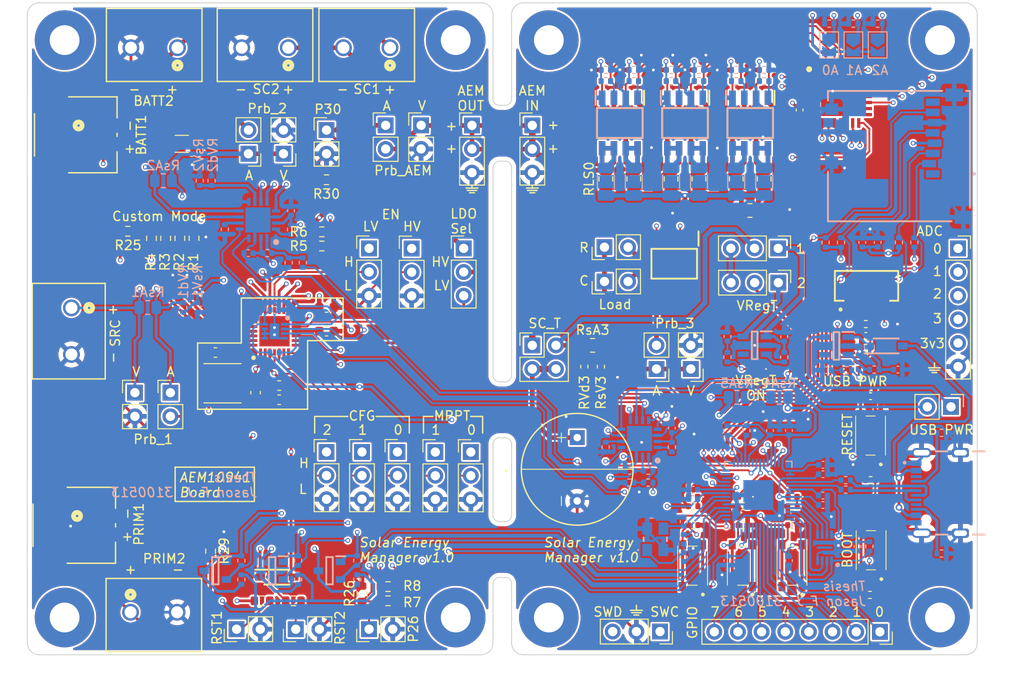
<source format=kicad_pcb>
(kicad_pcb (version 20221018) (generator pcbnew)
  (layers (0 "F.Cu" signal) (1 "In1.Cu" signal) (2 "In2.Cu" signal) (31 "B.Cu" signal) (34 "B.Paste" user) (35 "F.Paste" user) (36 "B.SilkS" user "B.Silkscreen") (37 "F.SilkS" user "F.Silkscreen") (38 "B.Mask" user) (39 "F.Mask" user) (44 "Edge.Cuts" user))
  (net 0 "")
  (net 1 "/Secondary_ICs/MCP_A0")
  (net 2 "/3v3_Sec")
  (net 3 "/Secondary_ICs/MCP_A1")
  (net 4 "/Secondary_ICs/MCP_A2")
  (net 5 "Net-(C201-Pad1)")
  (net 6 "GND")
  (net 7 "Net-(IC201-XOUT)")
  (net 8 "/3v3_MCU")
  (net 9 "/RP2040/MCU_1V1")
  (net 10 "/RP2040/MCU_RUN")
  (net 11 "Net-(D501-K)")
  (net 12 "Net-(IC501-VOUT)")
  (net 13 "Net-(USB_LED1-A)")
  (net 14 "/AEM10941/BATT_POS")
  (net 15 "/AEM10941/BOOST")
  (net 16 "/AEM10941/BUCK")
  (net 17 "/AEM10941/CFG0")
  (net 18 "/AEM10941/CFG1")
  (net 19 "/AEM10941/CFG2")
  (net 20 "/AEM10941/HVOUT")
  (net 21 "/LoadCircuit/ParallelC_In")
  (net 22 "Net-(Q601-D2_1)")
  (net 23 "Net-(Q601-D1_1)")
  (net 24 "Net-(Q602-D2_1)")
  (net 25 "Net-(Q602-D1_1)")
  (net 26 "Net-(Q603-D2_1)")
  (net 27 "Net-(Q603-D1_1)")
  (net 28 "/AEM10941/LVOUT")
  (net 29 "/AEM10941/BUFSRC")
  (net 30 "/LoadCircuit/IN")
  (net 31 "Net-(D201-K)")
  (net 32 "/RP2040/MCU_GPIO23")
  (net 33 "Net-(D202-K)")
  (net 34 "/RP2040/MCU_GPIO24")
  (net 35 "Net-(D203-K)")
  (net 36 "/RP2040/MCU_GPIO25")
  (net 37 "Net-(D501-A)")
  (net 38 "/AEM10941/ENHV")
  (net 39 "/AEM10941/ENLV")
  (net 40 "/AEM10941/SWBUCK")
  (net 41 "/AEM10941/SELMPP1")
  (net 42 "/AEM10941/SELMPP0")
  (net 43 "/AEM10941/FB_PRIM_D")
  (net 44 "/AEM10941/FB_PRIM_U")
  (net 45 "/AEM10941/FB_HV")
  (net 46 "/AEM10941/BAL")
  (net 47 "/AEM10941/PRIM")
  (net 48 "/AEM10941/STATUS2")
  (net 49 "/AEM10941/STATUS1")
  (net 50 "/AEM10941/STATUS0")
  (net 51 "/AEM10941/SET_OVCH")
  (net 52 "/AEM10941/SET_CHRDY")
  (net 53 "/AEM10941/SET_OVDIS")
  (net 54 "/AEM10941/SRC")
  (net 55 "/AEM10941/SWBOOST")
  (net 56 "/RP2040/MCU_QSPI_SS")
  (net 57 "/RP2040/MCU_QSPI_SD1")
  (net 58 "/RP2040/MCU_QSPI_SD2")
  (net 59 "/RP2040/MCU_QSPI_SD0")
  (net 60 "/RP2040/MCU_QSPI_SCLK")
  (net 61 "/RP2040/MCU_QSPI_SD3")
  (net 62 "Net-(IC502-VIN)")
  (net 63 "/RP2040/MCU_GPIO0")
  (net 64 "/RP2040/MCU_GPIO1")
  (net 65 "/RP2040/MCU_GPIO2")
  (net 66 "/RP2040/MCU_GPIO3")
  (net 67 "/RP2040/MCU_GPIO4")
  (net 68 "/RP2040/MCU_GPIO5")
  (net 69 "/RP2040/MCU_GPIO6")
  (net 70 "/RP2040/MCU_GPIO7")
  (net 71 "/RP2040/MCU_GPIO22")
  (net 72 "/RP2040/MCU_GPIO10")
  (net 73 "/RP2040/MCU_GPIO11")
  (net 74 "/GPIO21{slash}I2C0_SCL")
  (net 75 "Net-(IC201-XIN)")
  (net 76 "/RP2040/SWCLK")
  (net 77 "/RP2040/SWDIO")
  (net 78 "/GPIO16{slash}SPI0_RX")
  (net 79 "/GPIO17{slash}SPI0_CS")
  (net 80 "/GPIO18{slash}SPI0_SCK")
  (net 81 "/GPIO19{slash}SPI0_TX")
  (net 82 "/GPIO20{slash}I2C0_SDA")
  (net 83 "/RP2040/MCU_GPIO9")
  (net 84 "/TMP_ALERT")
  (net 85 "/RP2040/MCU_ADC0")
  (net 86 "/RP2040/MCU_ADC1")
  (net 87 "/GPIO28{slash}ADC2")
  (net 88 "/GPIO29{slash}ADC3")
  (net 89 "/MCU_USB_D-")
  (net 90 "/MCU_USB_D+")
  (net 91 "Net-(IC301-SLOW{slash}~{ALERT})")
  (net 92 "/PAC1934/ADDRSEL_A")
  (net 93 "/s_3A_N")
  (net 94 "/s_3A_P")
  (net 95 "/s_4A_P")
  (net 96 "/s_1A_P")
  (net 97 "/s_1A_N")
  (net 98 "/s_2A_P")
  (net 99 "Net-(IC301-~{PWRDN})")
  (net 100 "Net-(IC302-SLOW{slash}~{ALERT})")
  (net 101 "/PAC1934/ADDRSEL_B")
  (net 102 "Net-(IC502-VOUT)")
  (net 103 "/V_Loads")
  (net 104 "/s_1B_N")
  (net 105 "/s_2B_P")
  (net 106 "Net-(IC302-~{PWRDN})")
  (net 107 "Net-(IC401-VDD)")
  (net 108 "/GPB4")
  (net 109 "/GPB5")
  (net 110 "/RP2040/MCU_GPIO8")
  (net 116 "/GPA0")
  (net 117 "/GPA1")
  (net 118 "/GPA2")
  (net 119 "/GPA3")
  (net 120 "/GPA4")
  (net 121 "/GPA5")
  (net 122 "/GPA6")
  (net 123 "/GPA7")
  (net 124 "/GPB0")
  (net 125 "/GPB1")
  (net 126 "/GPB2")
  (net 127 "/GPB3")
  (net 128 "Net-(IC501-EN)")
  (net 133 "/USB_D-")
  (net 134 "/USB_D+")
  (net 136 "Net-(J501-CC2)")
  (net 137 "Net-(J501-CC1)")
  (net 139 "Net-(LDO1-Pin_2)")
  (net 140 "/AEM_OUT")
  (net 141 "/AEM_S0")
  (net 142 "/AEM_S1")
  (net 143 "/AEM_S2")
  (net 144 "/Gate_C_Load")
  (net 145 "/LoadCircuit/SeriesR_In")
  (net 146 "/Gate_R_Load")
  (net 147 "/LoadCircuit/GatePar1")
  (net 148 "/LoadCircuit/GatePar0")
  (net 149 "/LoadCircuit/GatePar3")
  (net 150 "/LoadCircuit/GatePar2")
  (net 151 "/LoadCircuit/GatePar5")
  (net 152 "/LoadCircuit/GatePar4")
  (net 153 "/LoadCircuit/Rs1_O")
  (net 154 "/LoadCircuit/GateSer1")
  (net 155 "/LoadCircuit/Rs0_O")
  (net 156 "/LoadCircuit/GateSer0")
  (net 157 "/LoadCircuit/Rs3_O")
  (net 158 "/LoadCircuit/GateSer3")
  (net 159 "/LoadCircuit/Rs2_O")
  (net 160 "/LoadCircuit/GateSer2")
  (net 161 "/LoadCircuit/Rs5_O")
  (net 162 "/LoadCircuit/GateSer5")
  (net 163 "/LoadCircuit/Rs4_O")
  (net 164 "/LoadCircuit/GateSer4")
  (net 165 "Net-(J_RST1-Pin_1)")
  (net 166 "Net-(J_RST2-Pin_1)")
  (net 167 "Net-(R208-Pad1)")
  (net 168 "Net-(VReg_LED1-A)")
  (net 169 "Net-(VRegT1-Pin_3)")
  (net 170 "Net-(SC_T_1-Pin_3)")
  (net 179 "/3v3_Vreg")
  (net 180 "Net-(IC502-EN)")
  (footprint "MountingHole:MountingHole_3.2mm_M3_Pad" (layer "F.Cu") (at 91 80)
    (fp_text reference "Ha1" hide)
    (fp_text value "MountingHole_Pad")
  )
  (footprint "Resistor_SMD:R_0805_2012Metric" (layer "F.Cu") (at 164.592 98.298 180)
    (fp_text reference "RLS6" hide)
    (fp_text value "47R")
  )
  (footprint "Connector_PinHeader_2.54mm:PinHeader_1x03_P2.54mm_Vertical" (layer "F.Cu") (at 122.936 124.221)
    (fp_text reference "P_CFG1" hide)
    (fp_text value "01x03_Pin")
  )
  (footprint "Capacitor_SMD:C_0603_1608Metric" (layer "F.Cu") (at 119.126 108.712)
    (fp_text reference "CHV1" hide)
    (fp_text value "10uF")
  )
  (footprint "Resistor_SMD:R_0402_1005Metric" (layer "F.Cu") (at 156.122 83.2)
    (fp_text reference "R621" hide)
    (fp_text value "10kR")
  )
  (footprint "LED_SMD:LED_0402_1005Metric" (layer "F.Cu") (at 175.768 115.316)
    (fp_text reference "USB_LED1" hide)
    (fp_text value "LED")
  )
  (footprint "Resistor_SMD:R_0805_2012Metric" (layer "F.Cu") (at 156.122 94.9 -90)
    (fp_text reference "RLS2" hide)
    (fp_text value "4.7R")
  )
  (footprint "Resistor_SMD:R_0603_1608Metric" (layer "F.Cu") (at 125.73 140.208 180)
    (fp_text reference "R7" hide)
    (fp_text value "TBD")
  )
  (footprint "Resistor_SMD:R_0603_1608Metric" (layer "F.Cu") (at 122.936 139.446 90)
    (fp_text reference "R26" hide)
    (fp_text value "0R")
  )
  (footprint "Connector_PinHeader_2.54mm:PinHeader_1x02_P2.54mm_Vertical" (layer "F.Cu") (at 115.824 143.256 90)
    (fp_text reference "J_RST2" hide)
    (fp_text value "01x02_Pin")
  )
  (footprint "Connector_PinHeader_2.54mm:PinHeader_1x03_P2.54mm_Vertical" (layer "F.Cu") (at 128.27 102.377)
    (fp_text reference "P_ENHV1" hide)
    (fp_text value "01x03_Pin")
  )
  (footprint "SI4204DY-T1-GE3:SOIC127P600X175-8N" (layer "F.Cu") (at 164.622 88.9 -90)
    (fp_text reference "Q606" hide)
    (fp_text value "SI4204DY-T1-GE3" hide)
  )
  (footprint "Connector_PinHeader_2.54mm:PinHeader_1x02_P2.54mm_Vertical" (layer "F.Cu") (at 109.474 143.256 90)
    (fp_text reference "J_RST1" hide)
    (fp_text value "01x02_Pin")
  )
  (footprint "Connector_PinSocket_2.54mm:PinSocket_1x03_P2.54mm_Vertical" (layer "F.Cu") (at 154.94 143.51 -90)
    (fp_text reference "J201" hide)
    (fp_text value "Conn_01x03_Pin")
  )
  (footprint "Resistor_SMD:R_0603_1608Metric" (layer "F.Cu") (at 118.618 102.108)
    (fp_text reference "R5")
    (fp_text value "TBD")
  )
  (footprint "Resistor_SMD:R_0805_2012Metric" (layer "F.Cu") (at 147.701 112.776)
    (fp_text reference "RsA3")
    (fp_text value "0.5R")
  )
  (footprint "LED_SMD:LED_0402_1005Metric" (layer "F.Cu") (at 158.496 129.032 180)
    (fp_text reference "D201" hide)
    (fp_text value "LED")
  )
  (footprint "Resistor_SMD:R_0402_1005Metric" (layer "F.Cu") (at 152.122 83.2)
    (fp_text reference "R620" hide)
    (fp_text value "10kR")
  )
  (footprint "Connector_PinHeader_2.54mm:PinHeader_2x02_P2.54mm_Vertical" (layer "F.Cu") (at 141.224 112.776)
    (fp_text reference "SC_T_1" hide)
    (fp_text value "Conn_02x02")
  )
  (footprint "Resistor_SMD:R_0402_1005Metric" (layer "F.Cu") (at 177.038 110.49 180)
    (fp_text reference "R401" hide)
    (fp_text value "0R")
  )
  (footprint "Connector_PinHeader_2.54mm:PinHeader_1x02_P2.54mm_Vertical" (layer "F.Cu") (at 158.242 115.311 180)
    (fp_text reference "PrbV3" hide)
    (fp_text value "01x02_Pin")
  )
  (footprint "Resistor_SMD:R_0402_1005Metric" (layer "F.Cu") (at 159.122 84.4)
    (fp_text reference "R616" hide)
    (fp_text value "1kR")
  )
  (footprint "Resistor_SMD:R_0805_2012Metric" (layer "F.Cu") (at 166.122 94.9 -90)
    (fp_text reference "RLS5" hide)
    (fp_text value "33R")
  )
  (footprint "Inductor_SMD:L_0603_1608Metric" (layer "F.Cu") (at 114.046 117.094)
    (fp_text reference "LBUCK1" hide)
    (fp_text value "10uH")
  )
  (footprint "Resistor_SMD:R_0805_2012Metric" (layer "F.Cu") (at 159.122 94.9 -90)
    (fp_text reference "RLS3" hide)
    (fp_text value "10R")
  )
  (footprint "Resistor_SMD:R_0402_1005Metric" (layer "F.Cu") (at 169.164 132.08 180)
    (fp_text reference "R212" hide)
    (fp_text value "10kR")
  )
  (footprint "MCP23017-E_ML:QFN65P600X600X100-29N-D" (layer "F.Cu") (at 174.326 86.05)
    (fp_text reference "IC403" hide)
    (fp_text value "MCP23017-E_ML" hide)
  )
  (footprint "Connector_PinHeader_2.54mm:PinHeader_1x02_P2.54mm_Vertical" (layer "F.Cu") (at 154.559 115.316 180)
    (fp_text reference "PrbA3" hide)
    (fp_text value "01x02_Pin")
  )
  (footprint "Capacitor_SMD:C_0402_1005Metric" (layer "F.Cu") (at 177.546 118.237)
    (fp_text reference "C213" hide)
    (fp_text value "100nF")
  )
  (footprint "MountingHole:MountingHole_3.2mm_M3_Pad" (layer "F.Cu") (at 185 142)
    (fp_text reference "H3" hide)
    (fp_text value "MountingHole_Pad")
  )
  (footprint "TL3365AF180QG:TL3365AF180QG" (layer "F.Cu") (at 169.105 136.434 90)
    (fp_text reference "S205" hide)
    (fp_text value "TL3365AF180QG" hide)
  )
  (footprint "Connector_PinHeader_2.54mm:PinHeader_1x02_P2.54mm_Vertical" (layer "F.Cu") (at 114.5032 92.202 180)
    (fp_text reference "PrbV2" hide)
    (fp_text value "01x02_Pin")
  )
  (footprint "Resistor_SMD:R_0805_2012Metric" (layer "F.Cu") (at 163.122 94.9 -90)
    (fp_text reference "RLS4" hide)
    (fp_text value "22R")
  )
  (footprint "Resistor_SMD:R_0402_1005Metric" (layer "F.Cu") (at 158.496 132.08 180)
    (fp_text reference "R210" hide)
    (fp_text value "10kR")
  )
  (footprint "AEM10941-QFN:QFN50P500X500X90-29N-D" (layer "F.Cu") (at 113.542 111.26 90)
    (fp_text reference "IC1" hide)
    (fp_text value "AEM10941-QFN" hide)
  )
  (footprint "Connector_PinHeader_2.54mm:PinHeader_1x03_P2.54mm_Vertical" (layer "F.Cu") (at 126.746 124.221)
    (fp_text reference "P_CFG0" hide)
    (fp_text value "01x03_Pin")
  )
  (footprint "Custom_Footprints_Lib:Capacitor_Radial_D12mm_P6.8mm" (layer "F.Cu") (at 146.045 126.082 -90)
    (fp_text reference "SC1" hide)
    (fp_text value "47mF")
  )
  (footprint "Capacitor_SMD:C_0603_1608Metric" (layer "F.Cu") (at 119.126 111.252)
    (fp_text reference "CLV1" hide)
    (fp_text value "10uF")
  )
  (footprint "Resistor_SMD:R_0402_1005Metric" (layer "F.Cu") (at 163.83 130.048)
    (fp_text reference "R205" hide)
    (fp_text value "1.5kR")
  )
  (footprint "Connector_PinHeader_2.54mm:PinHeader_1x03_P2.54mm_Vertical" (layer "F.Cu") (at 123.698 102.362)
    (fp_text reference "P_ENLV1" hide)
    (fp_text value "01x03_Pin")
  )
  (footprint "Capacitor_SMD:C_0603_1608Metric" (layer "F.Cu") (at 107.192 113.546 180)
    (fp_text reference "CSRC1" hide)
    (fp_text value "10uF")
  )
  (footprint "LED_SMD:LED_0402_1005Metric" (layer "F.Cu") (at 165.227 115.316 180)
    (fp_text reference "VReg_LED1" hide)
    (fp_text value "LED")
  )
  (footprint "TL3365AF180QG:TL3365AF180QG" (layer "F.Cu") (at 177.546 122.464 90)
    (fp_text reference "S201" hide)
    (fp_text value "TL3365AF180QG" hide)
  )
  (footprint "Resistor_SMD:R_0402_1005Metric" (layer "F.Cu") (at 158.496 130.048)
    (fp_text reference "R204" hide)
    (fp_text value "1.5kR")
  )
  (footprint "Resistor_SMD:R_0402_1005Metric" (layer "F.Cu") (at 163.122 84.4)
    (fp_text reference "R617" hide)
    (fp_text value "1kR")
  )
  (footprint "Connector_PinHeader_2.54mm:PinHeader_1x02_P2.54mm_Vertical" (layer "F.Cu") (at 110.744 92.202 180)
    (fp_text reference "PrbA2" hide)
    (fp_text value "01x02_Pin")
  )
  (footprint "SI4204DY-T1-GE3:SOIC127P600X175-8N" (layer "F.Cu") (at 156.464 104.013 -90)
    (fp_text reference "Q6S12" hide)
    (fp_text value "SI4204DY-T1-GE3" hide)
  )
  (footprint "Capacitor_SMD:C_1206_3216Metric" (layer "F.Cu") (at 103.5812 91.1352)
    (fp_text reference "CBATT1" hide)
    (fp_text value "220uF")
  )
  (footprint "Resistor_SMD:R_0603_1608Metric" (layer "F.Cu") (at 125.73 138.684 180)
    (fp_text reference "R8" hide)
    (fp_text value "TBD")
  )
  (footprint "VEML7700-TT:VEML7700" (layer "F.Cu") (at 173.713 107.984)
    (fp_text reference "IC401" hide)
    (fp_text value "VEML7700-TT" hide)
  )
  (footprint "Capacitor_SMD:C_0402_1005Metric" (layer "F.Cu") (at 177.038 113.03 180)
    (fp_text reference "C402" hide)
    (fp_text value "10uF")
  )
  (footprint "LED_SMD:LED_0402_1005Metric" (layer "F.Cu") (at 169.164 129.032 180)
    (fp_text reference "D203" hide)
    (fp_text value "LED")
  )
  (footprint "S2B_PH_SM4_TB:CONN_S2B-PH-SM4-TB_JST" (layer "F.Cu") (at 92.202 90.17 -90)
    (fp_text reference "J_BATT1" hide)
    (fp_text value "S2B-PH-SM4-TB")
  )
  (footprint "Connector_PinHeader_2.54mm:PinHeader_1x02_P2.54mm_Vertical" (layer "F.Cu") (at 186.182 119.38 -90)
    (fp_text reference "USB_SRC1" hide)
    (fp_text value "01x02_Pin")
  )
  (footprint "MountingHole:MountingHole_3.2mm_M3_Pad" (layer "F.Cu") (at 133 80)
    (fp_text reference "Ha2" hide)
    (fp_text value "MountingHole_Pad")
  )
  (footprint "Resistor_SMD:R_0402_1005Metric" (layer "F.Cu") (at 152.122 84.4)
    (fp_text reference "R614" hide)
    (fp_text value "1kR")
  )
  (footprint "Capacitor_SMD:C_0402_1005Metric" (layer "F.Cu") (at 169.926 87.503 -90)
    (fp_text reference "C404" hide)
    (fp_text value "0.1uF")
  )
  (footprint "Resistor_SMD:R_0402_1005Metric" (layer "F.Cu") (at 169.164 130.048)
    (fp_text reference "R206" hide)
    (fp_text value "1.5kR")
  )
  (footprint "Inductor_SMD:L_Vishay_IFSC-1515AH_4x4x1.8mm" (layer "F.Cu") (at 107.954 116.848 180)
    (fp_text reference "LBOOST1" hide)
    (fp_text value "10uH")
  )
  (footprint "Connector_PinHeader_2.54mm:PinHeader_1x03_P2.54mm_Vertical" (layer "F.Cu") (at 167.64 106.045 -90)
    (fp_text reference "VRegT2" hide)
    (fp_text value "01x03_Pin")
  )
  (footprint "Connector_PinHeader_2.54mm:PinHeader_1x02_P2.54mm_Vertical" (layer "F.Cu") (at 119.126 89.662)
    (fp_text reference "P30" hide)
    (fp_text value "01x02_Pin")
  )
  (footprint "S2B_PH_SM4_TB:CONN_S2B-PH-SM4-TB_JST" (layer "F.Cu") (at 92.0407 132.095999 -90)
    (fp_text reference "J_PRIM1" hide)
    (fp_text value "S2B-PH-SM4-TB")
  )
  (footprint "Connector_PinHeader_2.54mm:PinHeader_1x02_P2.54mm_Vertical" (layer "F.Cu") (at 102.362 117.861)
    (fp_text reference "PrbA1" hide)
    (fp_text value "01x02_Pin")
  )
  (footprint "Resistor_SMD:R_0603_1608Metric" (layer "F.Cu") (at 106.68 134.874 90)
    (fp_text reference "R29" hide)
    (fp_text value "0R")
  )
  (footprint "Capacitor_SMD:C_0603_1608Metric" (layer "F.Cu") (at 114.046 118.618 180)
    (fp_text reference "CBUCK1" hide)
    (fp_text value "10uF")
  )
  (footprint "Resistor_SMD:R_0603_1608Metric" (layer "F.Cu") (at 97.79 100.521)
    (fp_text reference "R25" hide)
    (fp_text value "0R")
  )
  (footprint "Resistor_SMD:R_0402_1005Metric" (layer "F.Cu") (at 146.812 115.062 -90)
    (fp_text reference "RVd3")
    (fp_text value "150kR")
  )
  (footprint "691137710002:CONN2_710002_WRE" (layer "F.Cu") (at 91.737299 108.752 -90)
    (fp_text reference "J_SRC1" hide)
    (fp_text value "691137710002")
  )
  (footprint "Resistor_SMD:R_0402_1005Metric" (layer "F.Cu") (at 166.122 84.4)
    (fp_text reference "R618" hide)
    (fp_text value "1kR")
  )
  (footprint "Resistor_SMD:R_0603_1608Metric" (layer "F.Cu") (at 100.33 101.283 90)
    (fp_text reference "R4" hide)
    (fp_text value "TBD")
  )
  (footprint "Resistor_SMD:R_0402_1005Metric" (layer "F.Cu") (at 166.122 83.2)
    (fp_text reference "R624" hide)
    (fp_text value "10kR")
  )
  (footprint "691137710002:CONN2_710002_WRE" (layer "F.Cu") (at 125.944 80.815299 180)
    (fp_text reference "J_SC1" hide)
    (fp_text value "691137710002")
  )
  (footprint "Resistor_SMD:R_0603_1608Metric" (layer "F.Cu") (at 101.854 101.283 90)
    (fp_text reference "R3" hide)
    (fp_text value "0R")
  )
  (footprint "Connector_PinHeader_2.54mm:PinHeader_1x03_P2.54mm_Vertical" (layer "F.Cu") (at 119.126 124.221)
    (fp_text reference "P_CFG2" hide)
    (fp_text value "01x03_Pin")
  )
  (footprint "Resistor_SMD:R_0402_1005Metric" (layer "F.Cu") (at 163.83 132.08 180)
    (fp_text reference "R211" hide)
    (fp_text value "10kR")
  )
  (footprint "Resistor_SMD:R_0402_1005Metric" (layer "F.Cu") (at 159.122 83.2)
    (fp_text reference "R622" hide)
    (fp_text value "10kR")
  )
  (footprint "Connector_PinHeader_2.54mm:PinHeader_1x02_P2.54mm_Vertical" (layer "F.Cu") (at 98.552 117.856)
    (fp_text reference "PrbV1" hide)
    (fp_text value "01x02_Pin")
  )
  (footprint "Resistor_SMD:R_0402_1005Metric" (layer "F.Cu") (at 156.122 84.4)
    (fp_text reference "R615" hide)
    (fp_text value "1kR")
  )
  (footprint "Connector_PinSocket_2.54mm:PinSocket_1x08_P2.54mm_Vertical" (layer "F.Cu") (at 178.547 143.535 -90)
    (fp_text reference "J203" hide)
    (fp_text value "Conn_01x08_Pin")
  )
  (footprint "TL3365AF180QG:TL3365AF180QG" (layer "F.Cu") (at 163.771 136.434 90)
    (fp_text reference "S204" hide)
    (fp_text value "TL3365AF180QG" hide)
  )
  (footprint "Resistor_SMD:R_0805_2012Metric" (layer "F.Cu") (at 152.122 94.9 -90)
    (fp_text reference "RLS1" hide)
    (fp_text value "2.2R")
  )
  (footprint "Resistor_SMD:R_0402_1005Metric" (layer "F.Cu") (at 177.546 127.254 180)
    (fp_text reference "R207" hide)
    (fp_text value "499R")
  )
  (footprint "Resistor_SMD:R_0402_1005Metric" (layer "F.Cu") (at 149.122 83.2)
    (fp_text reference "R619" hide)
    (fp_text value "10kR")
  )
  (footprint "MountingHole:MountingHole_3.2mm_M3_Pad" (layer "F.Cu") (at 143 80)
    (fp_text reference "H1" hide)
    (fp_text value "MountingHole_Pad")
  )
  (footprint "B5817W-TP:SOD3716X135N" (layer "F.Cu") (at 113.792 137.668)
    (fp_text reference "D1" hide)
    (fp_text value "B5817W-TP" hide)
  )
  (footprint "Connector_PinHeader_2.54mm:PinHeader_1x03_P2.54mm_Vertical" (layer "F.Cu") (at 167.625 102.362 -90)
    (fp_text reference "VRegT1" hide)
    (fp_text value "01x03_Pin")
  )
  (footprint "MountingHole:MountingHole_3.2mm_M3_Pad" (layer "F.Cu") (at 133 142)
    (fp_text reference "Ha3" hide)
    (fp_text value "MountingHole_Pad")
  )
  (footprint "Resistor_SMD:R_0402_1005Metric" (layer "F.Cu") (at 149.122 84.4)
    (fp_text reference "R613" hide)
    (fp_text value "1kR")
  )
  (footprint "Resistor_SMD:R_0402_1005Metric" (layer "F.Cu") (at 148.59 115.062 90)
    (fp_text reference "RsV3")
    (fp_text value "10kR")
  )
  (footprint "LED_SMD:LED_0402_1005Metric" (layer "F.Cu") (at 163.83 129.032 180)
    (fp_text reference "D202" hide)
    (fp_text value "LED")
  )
  (footprint "Capacitor_SMD:C_0402_1005Metric" (layer "F.Cu") (at 177.038 111.76 180)
    (fp_text reference "C401" hide)
    (fp_text value "0.1uF")
  )
  (footprint "Connector_PinSocket_2.54mm:PinSocket_1x06_P2.54mm_Vertical" (layer "F.Cu") (at 186.944 102.362)
    (fp_text reference "J202" hide)
    (fp_text value "Conn_01x06_Pin")
  )
  (footprint "Connector_PinHeader_2.54mm:PinHeader_1x02_P2.54mm_Vertical" (layer "F.Cu") (at 148.971 105.918 90)
    (fp_text reference "C_Load1" hide)
    (fp_text value "01x02_Pin")
  )
  (footprint "Connector_PinHeader_2.54mm:PinHeader_1x03_P2.54mm_Vertical" (layer "F.Cu") (at 134.747 89.154)
    (fp_text reference "J_AEM_OUT1" hide)
    (fp_text value "01x03_Pin")
  )
  (footprint "Connector_PinHeader_2.54mm:PinHeader_1x03_P2.54mm_Vertical" (layer "F.Cu") (at 133.858 102.362)
    (fp_text reference "LDO1" hide)
    (fp_text value "01x03_Pin")
  )
  (footprint "Connector_PinHeader_2.54mm:PinHeader_1x03_P2.54mm_Vertical" (layer "F.Cu") (at 141.224 89.154)
    (fp_text reference "J_AEM_OUT2" hide)
    (fp_text value "01x03_Pin")
  )
  (footprint "Connector_PinHeader_2.54mm:PinHeader_1x03_P2.54mm_Vertical" (layer "F.Cu") (at 130.81 124.236)
    (fp_text reference "P_SELMPP1" hide)
    (fp_text value "01x03_Pin")
  )
  (footprint "Connector_PinHeader_2.54mm:PinHeader_1x03_P2.54mm_Vertical" (layer "F.Cu") (at 134.62 124.236)
    (fp_text reference "P_SELMPP0" hide)
    (fp_text value "01x03_Pin")
  )
  (footprint "TL3365AF180QG:TL3365AF180QG" (layer "F.Cu") (at 177.605 134.776 90)
    (fp_text reference "S202" hide)
    (fp_text value "TL3365AF180QG" hide)
  )
  (footprint "Connector_PinHeader_2.54mm:PinHeader_1x02_P2.54mm_Vertical" (layer "F.Cu") (at 125.476 89.149)
    (fp_text reference "PrbA_AEM1" hide)
    (fp_text value "01x02_Pin")
  )
  (footprint "691137710002:CONN2_710002_WRE" (layer "F.Cu") (at 98.084 141.434701)
    (fp_text reference "J_PRIM2" hide)
    (fp_text value "691137710002")
  )
  (footprint "Resistor_SMD:R_0603_1608Metric" (layer "F.Cu") (at 103.378 101.283 90)
    (fp_text reference "R2" hide)
    (fp_text value "0R")
  )
  (footprint "Capacitor_SMD:C_0603_1608Metric" (layer "F.Cu") (at 111.506 117.856 -90)
    (fp_text reference "CBOOST1" hide)
    (fp_text value "22uF")
  )
  (footprint "Connector_PinHeader_2.54mm:PinHeader_1x02_P2.54mm_Vertical" (layer "F.Cu") (at 129.286 89.149)
    (fp_text reference "PrbV_AEM1" hide)
    (fp_text value "01x02_Pin")
  )
  (footprint "Resistor_SMD:R_0603_1608Metric" (layer "F.Cu") (at 112.205 140.208)
    (fp_text reference "R28" hide)
    (fp_text value "100R")
  )
  (footprint "Connector_PinHeader_2.54mm:PinHeader_1x02_P2.54mm_Vertical" (layer "F.Cu") (at 148.971 102.235 90)
    (fp_text reference "R_Load1" hide)
    (fp_text value "01x02_Pin")
  )
  (footprint "Resistor_SMD:R_0603_1608Metric" (layer "F.Cu") (at 119.126 94.996 180)
    (fp_text reference "R30")
    (fp_text value "0R")
  )
  (footprint "Connector_PinHeader_2.54mm:PinHeader_1x02_P2.54mm_Vertical" (layer "F.Cu") (at 123.698 143.256 90)
    (fp_text reference "P26" hide)
    (fp_text value "01x02_Pin")
  )
  (footprint "Resistor_SMD:R_0603_1608Metric" (layer "F.Cu") (at 118.618 100.584)
    (fp_text reference "R6")
    (fp_text value "TBD")
  )
  (footprint "691137710002:CONN2_710002_WRE" (layer "F.Cu") (at 115.022 80.815299 180)
    (fp_text reference "J_SC2" hide)
    (fp_text value "691137710002")
  )
  (footprint "TL3365AF180QG:TL3365AF180QG" (layer "F.Cu") (at 158.437 136.434 90)
    (fp_text reference "S203" hide)
    (fp_text value "TL3365AF180QG" hide)
  )
  (footprint "MountingHole:MountingHole_3.2mm_M3_Pad" (layer "F.Cu") (at 143 142)
    (fp_text reference "H4" hide)
    (fp_text value "MountingHole_Pad")
  )
  (footprint "Resistor_SMD:R_0603_1608Metric" (layer "F.Cu") (at 115.57 140.208)
    (fp_text reference "R27" hide)
    (fp_text value "100R")
  )
  (footprint "Resistor_SMD:R_0603_1608Metric" (layer "F.Cu") (at 104.902 101.283 90)
    (fp_text reference "R1" hide)
    (fp_text value "TBD")
  )
  (footprint "SI4204DY-T1-GE3:SOIC127P600X175-8N" (layer "F.Cu") (at 150.622 88.9 -90)
    (fp_text reference "Q604" hide)
    (fp_text value "SI4204DY-T1-GE3" hide)
  )
  (footprint "691137710002:CONN2_710002_WRE" (layer "F.Cu") (at 103.124 80.815299 180)
    (fp_text reference "J_BATT2" hide)
    (fp_text value "691137710002")
  )
  (footprint "Resistor_SMD:R_0402_1005Metric" (layer "F.Cu") (at 163.122 83.2)
    (fp_text reference "R623" hide)
    (fp_text value "10kR")
  )
  (footprint "Resistor_SMD:R_0805_2012Metric" (layer "F.Cu") (at 149.122 94.9 -90)
    (fp_text reference "RLS0")
    (fp_text value "1R")
  )
  (footprint "SI4204DY-T1-GE3:SOIC127P600X175-8N" (layer "F.Cu") (at 157.622 88.9 -90)
    (fp_text reference "Q605" hide)
    (fp_text value "SI4204DY-T1-GE3" hide)
  )
  (footprint "MountingHole:MountingHole_3.2mm_M3_Pad" (layer "F.Cu") (at 185 80)
    (fp_text reference "H2" hide)
    (fp_text value "MountingHole_Pad")
  )
  (footprint "MountingHole:MountingHole_3.2mm_M3_Pad" (layer "F.Cu") (at 91 142)
    (fp_text reference "Ha4" hide)
    (fp_text value "MountingHole_Pad")
  )
  (footprint "Resistor_SMD:R_0402_1005Metric" (layer "F.Cu") (at 177.478 139.573)
    (fp_text reference "R208" hide)
    (fp_text value "2kR")
  )
  (footprint "Resistor_SMD:R_0402_1005Metric" (layer "B.Cu") (at 106.7816 95.0976 -90)
    (fp_text reference "RVd2")
    (fp_text value "150kR")
  )
  (footprint "SI4204DY-T1-GE3:SOIC127P600X175-8N" (layer "B.Cu") (at 157.622 88.9 -90)
    (fp_text reference "Q602" hide)
    (fp_text value "SI4204DY-T1-GE3" hide)
  )
  (footprint "Resistor_SMD:R_0402_1005Metric" (layer "B.Cu") (at 105.5116 95.0976 90)
    (fp_text reference "RsV2")
    (fp_text value "10kR")
  )
  (footprint "W25Q16JVUXIQ_TR:SON50P300X200X60-9N" (layer "B.Cu") (at 172.605 134.493 90)
    (fp_text reference "IC202" hide)
    (fp_text value "W25Q16JVUXIQ_TR" hide)
  )
  (footprint "Resistor_SMD:R_0402_1005Metric" (layer "B.Cu") (at 178.302 78.232 180)
    (fp_text reference "R405" hide)
    (fp_text value "10kR")
  )
  (footprint "Resistor_SMD:R_0805_2012Metric" (layer "B.Cu") (at 101.6019 95.0976)
    (fp_text reference "RsA2")
    (fp_text value "0.5R")
  )
  (footprint "Capacitor_SMD:C_0402_1005Metric" (layer "B.Cu") (at 168.783 121.92 90)
    (fp_text reference "C207" hide)
    (fp_text value "0.1uF")
  )
  (footprint "Resistor_SMD:R_0402_1005Metric" (layer "B.Cu") (at 149.122 83.2 180)
    (fp_text reference "R612" hide)
    (fp_text value "10kR")
  )
  (footprint "Capacitor_SMD:C_0402_1005Metric" (layer "B.Cu") (at 172.438 129.921)
    (fp_text reference "C212" hide)
    (fp_text value "0.1uF")
  )
  (footprint "Resistor_SMD:R_0402_1005Metric" (layer "B.Cu") (at 152.122 83.2 180)
    (fp_text reference "R611" hide)
    (fp_text value "10kR")
  )
  (footprint "PAC1934T-I_JQ:QFN65P400X400X55-17N-D" (layer "B.Cu") (at 111.76 99.314 90)
    (fp_text reference "IC301" hide)
    (fp_text value "PAC1934T-I_JQ" hide)
  )
  (footprint "Resistor_SMD:R_0402_1005Metric" (layer "B.Cu") (at 109.982 137.924 -90)
    (fp_text reference "R1L2" hide)
    (fp_text value "10kR")
  )
  (footprint "Resistor_SMD:R_0402_1005Metric" (layer "B.Cu") (at 105.2595 108.712 -90)
    (fp_text reference "RsV1")
    (fp_text value "10kR")
  )
  (footprint "Resistor_SMD:R_0402_1005Metric" (layer "B.Cu") (at 153.67 127.508)
    (fp_text reference "R308" hide)
    (fp_text value "0R")
  )
  (footprint "Capacitor_SMD:C_0402_1005Metric" (layer "B.Cu") (at 172.438 126.619)
    (fp_text reference "C210" hide)
    (fp_text value "1uF")
  )
  (footprint "Resistor_SMD:R_0402_1005Metric" (layer "B.Cu") (at 156.21 123.698 90)
    (fp_text reference "R305" hide)
    (fp_text value "10kR")
  )
  (footprint "Resistor_SMD:R_0402_1005Metric" (layer "B.Cu") (at 174.879 127.254)
    (fp_text reference "R202" hide)
    (fp_text value "27R")
  )
  (footprint "Resistor_SMD:R_0402_1005Metric" (layer "B.Cu") (at 116.078 135.89 -90)
    (fp_text reference "R1L3" hide)
    (fp_text value "10kR")
  )
  (footprint "Resistor_SMD:R_0402_1005Metric" (layer "B.Cu") (at 175.700678 78.232 180)
    (fp_text reference "R404" hide)
    (fp_text value "10kR")
  )
  (footprint "Capacitor_SMD:C_0402_1005Metric" (layer "B.Cu") (at 172.438 128.905)
    (fp_text reference "C208" hide)
    (fp_text value "0.1uF")
  )
  (footprint "Resistor_SMD:R_0402_1005Metric" (layer "B.Cu") (at 153.67 126.238 180)
    (fp_text reference "R306" hide)
    (fp_text value "10kR")
  )
  (footprint "Package_DFN_QFN:QFN-56-1EP_7x7mm_P0.4mm_EP3.2x3.2mm" (layer "B.Cu") (at 165.4895 128.845 90)
    (fp_text reference "IC201" hide)
    (fp_text value "RP2040")
  )
  (footprint "Capacitor_SMD:C_0402_1005Metric" (layer "B.Cu") (at 175.006 134.366 -90)
    (fp_text reference "C215" hide)
    (fp_text value "0.1uF")
  )
  (footprint "Capacitor_SMD:C_1206_3216Metric" (layer "B.Cu") (at 156.122 95.2 90)
    (fp_text reference "CLP3" hide)
    (fp_text value "100uF")
  )
  (footprint "Resistor_SMD:R_0402_1005Metric" (layer "B.Cu") (at 185.166 135.128 180)
    (fp_text reference "R502" hide)
    (fp_text value "5kR")
  )
  (footprint "Resistor_SMD:R_0805_2012Metric" (layer "B.Cu") (at 167.767 118.364)
    (fp_text reference "RsA4")
    (fp_text value "0.5R")
  )
  (footprint "Capacitor_SMD:C_0402_1005Metric" (layer "B.Cu") (at 113.538 108.966)
    (fp_text reference "C403" hide)
    (fp_text value "0.1uF")
  )
  (footprint "Capacitor_SMD:C_0402_1005Metric" (layer "B.Cu") (at 110.744 102.87 180)
    (fp_text reference "C302" hide)
    (fp_text value "0.1uF")
  )
  (footprint "Resistor_SMD:R_0402_1005Metric" (layer "B.Cu") (at 159.122 83.2 180)
    (fp_text reference "R609" hide)
    (fp_text value "10kR")
  )
  (footprint "Resistor_SMD:R_0402_1005Metric" (layer "B.Cu") (at 116.078 137.922 -90)
    (fp_text reference "R1L4" hide)
    (fp_text value "10kR")
  )
  (footprint "Resistor_SMD:R_0402_1005Metric" (layer "B.Cu") (at 168.275 114.046 90)
    (fp_text reference "R505" hide)
    (fp_text value "10kR")
  )
  (footprint "Resistor_SMD:R_0805_2012Metric" (layer "B.Cu") (at 99.9255 108.712)
    (fp_text reference "RsA1")
    (fp_text value "0.5R")
  )
  (footprint "Resistor_SMD:R_0402_1005Metric" (layer "B.Cu") (at 185.166 122.174 180)
    (fp_text reference "R501" hide)
    (fp_text value "5kR")
  )
  (footprint "Capacitor_SMD:C_0402_1005Metric" (layer "B.Cu") (at 172.847 115.443 180)
    (fp_text reference "C502" hide)
    (fp_text value "1uF")
  )
  (footprint "Resistor_SMD:R_0402_1005Metric" (layer "B.Cu") (at 115.062 103.888 90)
    (fp_text reference "R303" hide)
    (fp_text value "0R")
  )
  (footprint "BSS138:SOT95P240X120-3N" (layer "B.Cu") (at 107.188 136.974 180)
    (fp_text reference "Q1" hide)
    (fp_text value "BSS138" hide)
  )
  (footprint "Resistor_SMD:R_0402_1005Metric" (layer "B.Cu") (at 151.638 127.508)
    (fp_text reference "R307" hide)
    (fp_text value "0R")
  )
  (footprint "USB4105_GF_A:GCT_USB4105-GF-A" (layer "B.Cu") (at 187.198 128.6245 -90)
    (fp_text reference "J501" hide)
    (fp_text value "USB4105-GF-A")
  )
  (footprint "B5817W-TP:SOD3716X135N" (layer "B.Cu") (at 179.217 112.837)
    (fp_text reference "D501" hide)
    (fp_text value "B5817W-TP" hide)
  )
  (footprint "Capacitor_SMD:C_0402_1005Metric" (layer "B.Cu") (at 168.275 111.854 90)
    (fp_text reference "C503" hide)
    (fp_text value "1uF")
  )
  (footprint "Resistor_SMD:R_0402_1005Metric" (layer "B.Cu") (at 152.122 84.4 180)
    (fp_text reference "R605" hide)
    (fp_text value "1kR")
  )
  (footprint "PAC1934T-I_JQ:QFN65P400X400X55-17N-D" (layer "B.Cu") (at 152.736 122.768 90)
    (fp_text reference "IC302" hide)
    (fp_text value "PAC1934T-I_JQ" hide)
  )
  (footprint "Resistor_SMD:R_0402_1005Metric" (layer "B.Cu") (at 103.7355 108.71 -90)
    (fp_text reference "RVd1")
    (fp_text value "150kR")
  )
  (footprint "Resistor_SMD:R_0402_1005Metric" (layer "B.Cu") (at 159.122 84.4 180)
    (fp_text reference "R603" hide)
    (fp_text value "1kR")
  )
  (footprint "Resistor_SMD:R_0402_1005Metric" (layer "B.Cu") (at 116.586 103.888 -90)
    (fp_text reference "R304" hide)
    (fp_text value "0R")
  )
  (footprint "Resistor_SMD:R_0402_1005Metric" (layer "B.Cu") (at 172.72 101.727 -90)
    (fp_text reference "R409" hide)
    (fp_text value "10kR")
  )
  (footprint "Capacitor_SMD:C_0402_1005Metric" (layer "B.Cu") (at 162.179 135.89 -90)
    (fp_text reference "C204" hide)
    (fp_text value "0.1uF")
  )
  (footprint "KiCad_Resistor_SMD:R_0402_1005Metric" (layer "B.Cu") (at 162.179 121.92 90)
    (fp_text reference "R213" hide)
    (fp_text value "4.7KR")
  )
  (footprint "SI4204DY-T1-GE3:SOIC127P600X175-8N" (layer "B.Cu") (at 164.622 88.9 -90)
    (fp_text reference "Q601" hide)
    (fp_text value "SI4204DY-T1-GE3" hide)
  )
  (footprint "Capacitor_SMD:C_0402_1005Metric" (layer "B.Cu") (at 115.316 98.326 90)
    (fp_text reference "C301" hide)
    (fp_text value "4.7uF")
  )
  (footprint "Resistor_SMD:R_0402_1005Metric" (layer "B.Cu") (at 163.122 84.4 180)
    (fp_text reference "R602" hide)
    (fp_text value "1kR")
  )
  (footprint "KiCad_Resistor_SMD:R_0402_1005Metric" (layer "B.Cu") (at 164.211 121.92 90)
    (fp_text reference "R214" hide)
    (fp_text value "4.7KR")
  )
  (footprint "Resistor_SMD:R_0402_1005Metric" (layer "B.Cu") (at 149.098 123.698 -90)
    (fp_text reference "RA2" hide)
    (fp_text value "806R")
  )
  (footprint "ABM8-272-T3:ABM8272T3" (layer "B.Cu") (at 154.432 133.604 90)
    (fp_text reference "Y201" hide)
    (fp_text value "ABM8-272-T3" hide)
  )
  (footprint "Resistor_SMD:R_0402_1005Metric" (layer "B.Cu") (at 156.122 83.2 180)
    (fp_text reference "R610" hide)
    (fp_text value "10kR")
  )
  (footprint "Capacitor_SMD:C_0402_1005Metric" (layer "B.Cu") (at 162.179 111.826 90)
    (fp_text reference "C504" hide)
    (fp_text value "1uF")
  )
  (footprint "Capacitor_SMD:C_1206_3216Metric" (layer "B.Cu") (at 149.122 95.2 90)
    (fp_text reference "CLP5" hide)
    (fp_text value "220uF")
  )
  (footprint "Capacitor_SMD:C_1206_3216Metric" (layer "B.Cu") (at 159.122 95.2 90)
    (fp_text reference "CLP2" hide)
    (fp_text value "47uF")
  )
  (footprint "Resistor_SMD:R_0402_1005Metric" (layer "B.Cu") (at 173.107 78.232 180)
    (fp_text reference "R403" hide)
    (fp_text value "10kR")
  )
  (footprint "Resistor_SMD:R_0805_2012Metric" (layer "B.Cu") (at 163.195 118.364 180)
    (fp_text reference "RsA5")
    (fp_text value "0.5R")
  )
  (footprint "Resistor_SMD:R_0402_1005Metric" (layer "B.Cu") (at 157.48 133.604 -90)
    (fp_text reference "R203" hide)
    (fp_text value "1kR")
  )
  (footprint "Resistor_SMD:R_0402_1005Metric" (layer "B.Cu") (at 113.538 113.538 180)
    (fp_text reference "R402" hide)
    (fp_text value "4.7kR")
  )
  (footprint "Resistor_SMD:R_0402_1005Metric" (layer "B.Cu") (at 149.122 84.4 180)
    (fp_text reference "R606" hide)
    (fp_text value "1kR")
  )
  (footprint "Resistor_SMD:R_0402_1005Metric" (layer "B.Cu") (at 163.122 83.2 180)
    (fp_text reference "R608" hide)
    (fp_text value "10kR")
  )
  (footprint "Capacitor_SMD:C_0402_1005Metric" (layer "B.Cu") (at 156.21 121.666 90)
    (fp_text reference "C304" hide)
    (fp_text value "0.1uF")
  )
  (footprint "Capacitor_SMD:C_0402_1005Metric" (layer "B.Cu") (at 176.657 101.727 90)
    (fp_text reference "C405" hide)
    (fp_text value "10uF")
  )
  (footprint "Capacitor_SMD:C_0402_1005Metric" (layer "B.Cu") (at 157.48 135.509 -90)
    (fp_text reference "C201" hide)
    (fp_text value "15pF")
  )
  (footprint "Capacitor_SMD:C_0402_1005Metric" (layer "B.Cu") (at 172.438 125.603)
    (fp_text reference "C209" hide)
    (fp_text value "1uF")
  )
  (footprint "Resistor_SMD:R_0402_1005Metric" (layer "B.Cu") (at 177.419 134.366 -90)
    (fp_text reference "R209" hide)
    (fp_text value "10kR")
  )
  (footprint "Resistor_SMD:R_0402_1005Metric" (layer "B.Cu") (at 175.006 115.443 180)
    (fp_text reference "R504" hide)
    (fp_text value "1.5kR")
  )
  (footprint "Capacitor_SMD:C_1206_3216Metric" (layer "B.Cu") (at 166.122 95.2 90)
    (fp_text reference "CLP0" hide)
    (fp_text value "1uF")
  )
  (footprint "Resistor_SMD:R_0402_1005Metric" (layer "B.Cu") (at 180.594 101.727 -90)
    (fp_text reference "R407" hide)
    (fp_text value "10kR")
  )
  (footprint "Resistor_SMD:R_0402_1005Metric" (layer "B.Cu") (at 166.122 83.2 180)
    (fp_text reference "R607" hide)
    (fp_text value "10kR")
  )
  (footprint "Resistor_SMD:R_0402_1005Metric" (layer "B.Cu") (at 177.947 115.377)
    (fp_text reference "R503" hide)
    (fp_text value "10kR")
  )
  (footprint "Resistor_SMD:R_0402_1005Metric" (layer "B.Cu") (at 122.428 135.89 -90)
    (fp_text reference "R1L5" hide)
    (fp_text value "10kR")
  )
  (footprint "Jumper:SolderJumper-2_P1.3mm_Open_TrianglePad1.0x1.5mm" (layer "B.Cu") (at 175.700678 80.518 -90)
    (fp_text reference "AH1" hide)
    (fp_text value "JP")
  )
  (footprint "Resistor_SMD:R_0402_1005Metric" (layer "B.Cu") (at 109.982 135.892 -90)
    (fp_text reference "R1L1" hide)
    (fp_text value "10kR")
  )
  (footprint "Resistor_SMD:R_0402_1005Metric" (layer "B.Cu") (at 156.122 84.4 180)
    (fp_text reference "R604" hide)
    (fp_text value "1kR")
  )
  (footprint "Resistor_SMD:R_0402_1005Metric" (layer "B.Cu") (at 108.204 100.33 -90)
    (fp_text reference "RA1" hide)
    (fp_text value "499R")
  )
  (footprint "Capacitor_SMD:C_0402_1005Metric" (layer "B.Cu") (at 176.149 134.366 -90)
    (fp_text reference "C214" hide)
    (fp_text value "4.7uF")
  )
  (footprint "Resistor_SMD:R_0402_1005Metric" (layer "B.Cu") (at 166.122 84.4 180)
    (fp_text reference "R601" hide)
    (fp_text value "1kR")
  )
  (footprint "Capacitor_SMD:C_1206_3216Metric" (layer "B.Cu") (at 163.122 95.2 90)
    (fp_text reference "CLP1" hide)
    (fp_text value "10uF")
  )
  (footprint "AP2112K-3.3TRG1:SOT95P282X130-5N" (layer "B.Cu") (at 165.1 112.776 180)
    (fp_text reference "IC502" hide)
    (fp_text value "AP2112K-3.3TRG1" hide)
  )
  (footprint "Capacitor_SMD:C_0402_1005Metric" (layer "B.Cu") (at 158.496 128.27 180)
    (fp_text reference "C211" hide)
    (fp_text value "0.1uF")
  )
  (footprint "Capacitor_SMD:C_0402_1005Metric" (layer "B.Cu") (at 168.783 135.903 -90)
    (fp_text reference "C203" hide)
    (fp_text value "0.1uF")
  )
  (footprint "Capacitor_SMD:C_0402_1005Metric" (layer "B.Cu") (at 166.751 121.92 90)
    (fp_text reference "C206" hide)
    (fp_text value "0.1uF")
  )
  (footprint "BSS138:SOT95P240X120-3N" (layer "B.Cu") (at 113.284 136.972 180)
    (fp_text reference "Q2" hide)
    (fp_text value "BSS138" hide)
  )
  (footprint "Resistor_SMD:R_0402_1005Metric" (layer "B.Cu") (at 174.879 128.27)
    (fp_text reference "R201" hide)
    (fp_text value "27R")
  )
  (footprint "Resistor_SMD:R_0402_1005Metric" (layer "B.Cu") (at 122.428 137.922 -90)
    (fp_text reference "R1L6" hide)
    (fp_text value "10kR")
  )
  (footprint "Jumper:SolderJumper-2_P1.3mm_Open_TrianglePad1.0x1.5mm" (layer "B.Cu") (at 178.308 80.518 -90)
    (fp_text reference "AH2" hide)
    (fp_text value "JP")
  )
  (footprint "Resistor_SMD:R_0402_1005Metric" (layer "B.Cu") (at 115.316 100.33 90)
    (fp_text reference "R301" hide)
    (fp_text value "10kR")
  )
  (footprint "Capacitor_SMD:C_0402_1005Metric" (layer "B.Cu") (at 180.487 115.377)
    (fp_text reference "C501" hide)
    (fp_text value "1uF")
  )
  (footprint "Capacitor_SMD:C_0402_1005Metric" (layer "B.Cu") (at 151.666 126.238 180)
    (fp_text reference "C303" hide)
    (fp_text value "4.7uF")
  )
  (footprint "BSS138:SOT95P240X120-3N" (layer "B.Cu") (at 119.45 136.972 180)
    (fp_text reference "Q3" hide)
    (fp_text value "BSS138" hide)
  )
  (footprint "Resistor_SMD:R_0402_1005Metric" (layer "B.Cu") (at 112.776 102.87 180)
    (fp_text reference "R302" hide)
    (fp_text value "10kR")
  )
  (footprint "Capacitor_SMD:C_1206_3216Metric" (layer "B.Cu") (at 152.122 95.2 90)
    (fp_text reference "CLP4" hide)
    (fp_text value "150uF")
  )
  (footprint "Jumper:SolderJumper-2_P1.3mm_Open_TrianglePad1.0x1.5mm" (layer "B.Cu") (at 173.101 80.518 -90)
    (fp_text reference "AH0" hide)
    (fp_text value "JP")
  )
  (footprint "Resistor_SMD:R_0402_1005Metric" (layer "B.Cu") (at 182.245 101.727 -90)
    (fp_text reference "R406" hide)
    (fp_text value "10kR")
  )
  (footprint "Capacitor_SMD:C_0402_1005Metric" (layer "B.Cu") (at 157.48 131.699 90)
    (fp_text reference "C202" hide)
    (fp_text value "15pF")
  )
  (footprint "AP2112K-3.3TRG1:SOT95P282X130-5N" (layer "B.Cu") (at 173.883 112.837 180)
    (fp_text reference "IC501" hide)
    (fp_text value "AP2112K-3.3TRG1" hide)
  )
  (footprint "MEM2052-00-195-00-A_REVA:GCT_MEM2052-00-195-00-A_REVA" (layer "B.Cu") (at 180.594 92.456 -90)
    (fp_text reference "J401" hide)
    (fp_text value "MEM2052-00-195-00-A_REVA")
  )
  (footprint "SI4204DY-T1-GE3:SOIC127P600X175-8N" (layer "B.Cu") (at 150.622 88.9 -90)
    (fp_text reference "Q603" hide)
    (fp_text value "SI4204DY-T1-GE3" hide)
  )
  (footprint "Capacitor_SMD:C_0402_1005Metric" (layer "B.Cu") (at 178.308 101.727 90)
    (fp_text reference "C406" hide)
    (fp_text value "0.1uF")
  )
  (footprint "Capacitor_SMD:C_0402_1005Metric" (layer "B.Cu") (at 158.496 129.286 180)
    (fp_text reference "C205" hide)
    (fp_text value "0.1uF")
  )
  (footprint "Resistor_SMD:R_0402_1005Metric" (layer "B.Cu") (at 162.179 114.046 90)
    (fp_text reference "R506" hide)
    (fp_text value "1.5kR")
  )
  (footprint "TMP1075DSGR:SON50P200X200X80-9N" (layer "B.Cu") (at 113.538 111.264 180)
    (fp_text reference "IC402" hide)
    (fp_text value "TMP1075DSGR" hide)
  )
  (footprint "Resistor_SMD:R_0402_1005Metric" (layer "B.Cu") (at 174.371 101.727 -90)
    (fp_text reference "R408" hide)
    (fp_text value "10kR")
  )
  (gr_line (start 121.412 120.411) (end 117.856 120.411) (stroke (width 0.15)) (layer "F.SilkS"))
  (gr_line (start 152.146 141.732) (end 152.654 141.732) (stroke (width 0.15)) (layer "F.SilkS"))
  (gr_line (start 140.97 96.393) (end 141.478 96.393) (stroke (width 0.15)) (layer "F.SilkS"))
  (gr_line (start 115.6335 119.634) (end 105.283 119.634) (stroke (width 0.15)) (layer "F.SilkS"))
  (gr_line (start 117.094 119.634) (end 115.6335 119.634) (stroke (width 0.15)) (layer "F.SilkS"))
  (gr_line (start 120.904 112.268) (end 117.094 112.268) (stroke (width 0.15)) (layer "F.SilkS"))
  (gr_line (start 105.283 112.522) (end 109.982 112.522) (stroke (width 0.15)) (layer "F.SilkS"))
  (gr_line (start 141.224 95.579) (end 141.224 95.885) (stroke (width 0.15)) (layer "F.SilkS"))
  (gr_line (start 134.239 96.139) (end 135.255 96.139) (stroke (width 0.15)) (layer "F.SilkS"))
  (gr_line (start 134.493 96.393) (end 135.001 96.393) (stroke (width 0.15)) (layer "F.SilkS"))
  (gr_line (start 184.15 115.697) (end 184.658 115.697) (stroke (width 0.15)) (layer "F.SilkS"))
  (gr_line (start 128.016 120.411) (end 128.016 122.189) (stroke (width 0.15)) (layer "F.SilkS"))
  (gr_line (start 135.89 120.411) (end 135.89 122.189) (stroke (width 0.15)) (layer "F.SilkS"))
  (gr_line (start 124.46 120.411) (end 128.016 120.411) (stroke (width 0.15)) (layer "F.SilkS"))
  (gr_line (start 109.982 107.696) (end 120.904 107.696) (stroke (width 0.15)) (layer "F.SilkS"))
  (gr_line (start 151.892 141.478) (end 152.908 141.478) (stroke (width 0.15)) (layer "F.SilkS"))
  (gr_line (start 183.896 115.443) (end 184.912 115.443) (stroke (width 0.15)) (layer "F.SilkS"))
  (gr_line (start 130.556 120.411) (end 129.54 120.411) (stroke (width 0.15)) (layer "F.SilkS"))
  (gr_line (start 117.094 112.268) (end 117.094 119.634) (stroke (width 0.15)) (layer "F.SilkS"))
  (gr_line (start 117.856 120.411) (end 117.856 122.189) (stroke (width 0.15)) (layer "F.SilkS"))
  (gr_line (start 184.404 114.655) (end 184.404 115.189) (stroke (width 0.15)) (layer "F.SilkS"))
  (gr_line (start 120.904 107.696) (end 120.904 112.268) (stroke (width 0.15)) (layer "F.SilkS"))
  (gr_circle (center 138.43 126.238) (end 138.43 126.238) (stroke (width 0.15)) (fill none) (layer "F.SilkS"))
  (gr_line (start 183.769 115.189) (end 185.039 115.189) (stroke (width 0.15)) (layer "F.SilkS"))
  (gr_line (start 109.982 112.522) (end 109.982 107.696) (stroke (width 0.15)) (layer "F.SilkS"))
  (gr_line (start 134.62 120.411) (end 135.89 120.411) (stroke (width 0.15)) (layer "F.SilkS"))
  (gr_line (start 151.765 141.224) (end 153.035 141.224) (stroke (width 0.15)) (layer "F.SilkS"))
  (gr_line (start 152.4 140.69) (end 152.4 141.224) (stroke (width 0.15)) (layer "F.SilkS"))
  (gr_line (start 105.283 119.634) (end 105.283 112.522) (stroke (width 0.15)) (layer "F.SilkS"))
  (gr_line (start 129.54 120.411) (end 129.54 122.189) (stroke (width 0.15)) (layer "F.SilkS"))
  (gr_line (start 134.747 95.579) (end 134.747 95.885) (stroke (width 0.15)) (layer "F.SilkS"))
  (gr_rect (start 102.87 125.857) (end 111.379 129.54) (stroke (width 0.15)) (fill none) (layer "F.SilkS"))
  (gr_line (start 134.112 95.885) (end 135.382 95.885) (stroke (width 0.15)) (layer "F.SilkS"))
  (gr_line (start 140.716 96.139) (end 141.732 96.139) (stroke (width 0.15)) (layer "F.SilkS"))
  (gr_line (start 140.589 95.885) (end 141.859 95.885) (stroke (width 0.15)) (layer "F.SilkS"))
  (gr_arc (start 136.999999 144.729999) (mid 136.628025 145.628025) (end 135.729999 145.999999) (stroke (width 0.1)) (layer "Edge.Cuts"))
  (gr_arc (start 139 86.3) (mid 138.794975 86.794975) (end 138.3 87) (stroke (width 0.1)) (layer "Edge.Cuts"))
  (gr_arc (start 139 131) (mid 138.794975 131.494975) (end 138.3 131.7) (stroke (width 0.1)) (layer "Edge.Cuts"))
  (gr_line (start 138.299999 137.700001) (end 137.700001 137.700001) (stroke (width 0.1)) (layer "Edge.Cuts"))
  (gr_line (start 188.999999 77.270001) (end 188.999999 144.729999) (stroke (width 0.1)) (layer "Edge.Cuts"))
  (gr_arc (start 137.700001 86.999999) (mid 137.205026 86.794974) (end 137.000001 86.299999) (stroke (width 0.1)) (layer "Edge.Cuts"))
  (gr_arc (start 88.270001 145.999999) (mid 87.371975 145.628025) (end 87.000001 144.729999) (stroke (width 0.1)) (layer "Edge.Cuts"))
  (gr_arc (start 137.700001 131.699999) (mid 137.205026 131.494974) (end 137.000001 130.999999) (stroke (width 0.1)) (layer "Edge.Cuts"))
  (gr_line (start 138.999999 93.700001) (end 139 116) (stroke (width 0.1)) (layer "Edge.Cuts"))
  (gr_arc (start 139 116) (mid 138.794975 116.494975) (end 138.3 116.7) (stroke (width 0.1)) (layer "Edge.Cuts"))
  (gr_arc (start 135.729999 76.000001) (mid 136.628025 76.371975) (end 136.999999 77.270001) (stroke (width 0.1)) (layer "Edge.Cuts"))
  (gr_arc (start 188.999999 144.729999) (mid 188.628025 145.628025) (end 187.729999 145.999999) (stroke (width 0.1)) (layer "Edge.Cuts"))
  (gr_arc (start 138.299999 93.000001) (mid 138.794974 93.205026) (end 138.999999 93.700001) (stroke (width 0.1)) (layer "Edge.Cuts"))
  (gr_line (start 138.999999 138.400001) (end 139.000001 144.729999) (stroke (width 0.1)) (layer "Edge.Cuts"))
  (gr_arc (start 137.700001 116.699999) (mid 137.205026 116.494974) (end 137.000001 115.999999) (stroke (width 0.1)) (layer "Edge.Cuts"))
  (gr_arc (start 139.000001 77.270001) (mid 139.371975 76.371975) (end 140.270001 76.000001) (stroke (width 0.1)) (layer "Edge.Cuts"))
  (gr_arc (start 138.299999 122.700001) (mid 138.794974 122.905026) (end 138.999999 123.400001) (stroke (width 0.1)) (layer "Edge.Cuts"))
  (gr_arc (start 140.270001 145.999999) (mid 139.371975 145.628025) (end 139.000001 144.729999) (stroke (width 0.1)) (layer "Edge.Cuts"))
  (gr_arc (start 137.000001 138.400001) (mid 137.205026 137.905026) (end 137.700001 137.700001) (stroke (width 0.1)) (layer "Edge.Cuts"))
  (gr_line (start 135.729999 145.999999) (end 88.270001 145.999999) (stroke (width 0.1)) (layer "Edge.Cuts"))
  (gr_line (start 137.700001 116.699999) (end 138.3 116.7) (stroke (width 0.1)) (layer "Edge.Cuts"))
  (gr_line (start 139.000001 77.270001) (end 139 86.3) (stroke (width 0.1)) (layer "Edge.Cuts"))
  (gr_line (start 137.700001 86.999999) (end 138.3 87) (stroke (width 0.1)) (layer "Edge.Cuts"))
  (gr_arc (start 137.000001 123.400001) (mid 137.205026 122.905026) (end 137.700001 122.700001) (stroke (width 0.1)) (layer "Edge.Cuts"))
  (gr_line (start 137.000001 93.700001) (end 137.000001 115.999999) (stroke (width 0.1)) (layer "Edge.Cuts"))
  (gr_line (start 138.299999 93.000001) (end 137.700001 93.000001) (stroke (width 0.1)) (layer "Edge.Cuts"))
  (gr_line (start 136.999999 77.270001) (end 137.000001 86.299999) (stroke (width 0.1)) (layer "Edge.Cuts"))
  (gr_arc (start 87 77.27) (mid 87.371974 76.371974) (end 88.27 76) (stroke (width 0.1)) (layer "Edge.Cuts"))
  (gr_arc (start 187.729999 76.000001) (mid 188.628025 76.371975) (end 188.999999 77.270001) (stroke (width 0.1)) (layer "Edge.Cuts"))
  (gr_line (start 137.700001 131.699999) (end 138.3 131.7) (stroke (width 0.1)) (layer "Edge.Cuts"))
  (gr_line (start 87.000001 144.729999) (end 87 77.27) (stroke (width 0.1)) (layer "Edge.Cuts"))
  (gr_line (start 137.000001 138.400001) (end 136.999999 144.729999) (stroke (width 0.1)) (layer "Edge.Cuts"))
  (gr_line (start 137.000001 123.400001) (end 137.000001 130.999999) (stroke (width 0.1)) (layer "Edge.Cuts"))
  (gr_arc (start 138.299999 137.700001) (mid 138.794974 137.905026) (end 138.999999 138.400001) (stroke (width 0.1)) (layer "Edge.Cuts"))
  (gr_line (start 88.27 76) (end 135.729999 76.000001) (stroke (width 0.1)) (layer "Edge.Cuts"))
  (gr_arc (start 137.000001 93.700001) (mid 137.205026 93.205026) (end 137.700001 93.000001) (stroke (width 0.1)) (layer "Edge.Cuts"))
  (gr_line (start 138.299999 122.700001) (end 137.700001 122.700001) (stroke (width 0.1)) (layer "Edge.Cuts"))
  (gr_line (start 187.729999 145.999999) (end 140.270001 145.999999) (stroke (width 0.1)) (layer "Edge.Cuts"))
  (gr_line (start 138.999999 123.400001) (end 139 131) (stroke (width 0.1)) (layer "Edge.Cuts"))
  (gr_line (start 140.270001 76.000001) (end 187.729999 76.000001) (stroke (width 0.1)) (layer "Edge.Cuts"))
  (gr_text "A1" (at 174.752 83.82) (layer "B.SilkS") (effects (font (size 1 1)) (justify right bottom mirror)))
  (gr_text "A0" (at 172.212 83.82) (layer "B.SilkS") (effects (font (size 1 1)) (justify right bottom mirror)))
  (gr_text "A2" (at 177.546 83.82) (layer "B.SilkS") (effects (font (size 1 1)) (justify right bottom mirror)))
  (gr_text "Thesis\nJason F J  3100513" (at 177.165 140.843) (layer "B.SilkS") (effects (font (size 1 1) (thickness 0.15) italic) (justify left bottom mirror)))
  (gr_text "Thesis\nJason F J  3100513" (at 111.76 129.159) (layer "B.SilkS") (effects (font (size 1 1) (thickness 0.15) italic) (justify left bottom mirror)))
  (gr_text "USB PWR" (at 175.895 117.221) (layer "F.SilkS") (effects (font (size 1 1)) (justify bottom)))
  (gr_text "0" (at 134.112 122.443) (layer "F.SilkS") (effects (font (size 1 1)) (justify left bottom)))
  (gr_text "+" (at 98.806 137.414) (layer "F.SilkS") (effects (font (size 1 1)) (justify right bottom)))
  (gr_text "R7" (at 127.254 140.97) (layer "F.SilkS") (effects (font (size 1 1)) (justify left bottom)))
  (gr_text "R29" (at 108.712 136.398 90) (layer "F.SilkS") (effects (font (size 1 1)) (justify left bottom)))
  (gr_text "5" (at 165.354 141.986) (layer "F.SilkS") (effects (font (size 1 1)) (justify left bottom)))
  (gr_text "2" (at 184.15 107.823) (layer "F.SilkS") (effects (font (size 1 1)) (justify left bottom)))
  (gr_text "L" (at 116.078 128.808) (layer "F.SilkS") (effects (font (size 1 1)) (justify left bottom)))
  (gr_text "0" (at 177.927 141.986) (layer "F.SilkS") (effects (font (size 1 1)) (justify left bottom)))
  (gr_text "RST2" (at 121.158 145.034 90) (layer "F.SilkS") (effects (font (size 1 1)) (justify left bottom)))
  (gr_text "2" (at 172.974 141.986) (layer "F.SilkS") (effects (font (size 1 1)) (justify left bottom)))
  (gr_text "AEM\nIN" (at 141.224 87.63) (layer "F.SilkS") (effects (font (size 1 1)) (justify bottom)))
  (gr_text "+" (at 114.3 85.852) (layer "F.SilkS") (effects (font (size 1 1)) (justify left bottom)))
  (gr_text "ADC" (at 182.372 101.092) (layer "F.SilkS") (effects (font (size 1 1)) (justify left bottom)))
  (gr_text "R2" (at 103.886 104.902 90) (layer "F.SilkS") (effects (font (size 1 1)) (justify left bottom)))
  (gr_text "2" (at 118.618 122.443) (layer "F.SilkS") (effects (font (size 1 1)) (justify left bottom)))
  (gr_text "EN" (at 124.968 99.314) (layer "F.SilkS") (effects (font (size 1 1)) (justify left bottom)))
  (gr_text "-" (at 98.298 131.572 90) (layer "F.SilkS") (effects (font (size 1 1)) (justify left bottom)))
  (gr_text "1" (at 169.418 102.997) (layer "F.SilkS") (effects (font (size 1 1)) (justify left bottom)))
  (gr_text "SC2" (at 111.0996 85.852) (layer "F.SilkS") (effects (font (size 1 1)) (justify left bottom)))
  (gr_text "3" (at 184.15 110.49) (layer "F.SilkS") (effects (font (size 1 1)) (justify left bottom)))
  (gr_text "Prb_2" (at 110.5408 87.9348) (layer "F.SilkS") (effects (font (size 1 1)) (justify left bottom)))
  (gr_text "R25" (at 96.266 102.616) (layer "F.SilkS") (effects (font (size 1 1)) (justify left bottom)))
  (gr_text "CFG" (at 121.412 120.934) (layer "F.SilkS") (effects (font (size 1 1)) (justify left bottom)))
  (gr_text "PRIM1" (at 99.568 134.366 90) (layer "F.SilkS") (effects (font (size 1 1)) (justify left bottom)))
  (gr_text "RST1" (at 107.95 145.034 90) (layer "F.SilkS") (effects (font (size 1 1)) (justify left bottom)))
  (gr_text "A" (at 154.0256 118.237) (layer "F.SilkS") (effects (font (size 1 1)) (justify left bottom)))
  (gr_text "R3" (at 102.362 104.902 90) (layer "F.SilkS") (effects (font (size 1 1)) (justify left bottom)))
  (gr_text "0" (at 126.238 122.443) (layer "F.SilkS") (effects (font (size 1 1)) (justify left bottom)))
  (gr_text "R26" (at 122.174 140.97 90) (layer "F.SilkS") (effects (font (size 1 1)) (justify left bottom)))
  (gr_text "-" (at 103.886 137.414) (layer "F.SilkS") (effects (font (size 1 1)) (justify right bottom)))
  (gr_text "LDO\nSel" (at 132.334 100.838) (layer "F.SilkS") (effects (font (size 1 1)) (justify left bottom)))
  (gr_text "GPIO" (at 159.004 144.399 90) (layer "F.SilkS") (effects (font (size 1 1)) (justify left bottom)))
  (gr_text "V" (at 157.734 118.237) (layer "F.SilkS") (effects (font (size 1 1)) (justify left bottom)))
  (gr_text "3" (at 170.434 141.986) (layer "F.SilkS") (effects (font (size 1 1)) (justify left bottom)))
  (gr_text "BATT1" (at 99.822 92.456 90) (layer "F.SilkS") (effects (font (size 1 1)) (justify left bottom)))
  (gr_text "HV" (at 127.254 100.599) (layer "F.SilkS") (effects (font (size 1 1)) (justify left bottom)))
  (gr_text "Prb_1" (at 98.298 123.449) (layer "F.SilkS") (effects (font (size 1 1)) (justify left bottom)))
  (gr_text "Custom Mode" (at 96.012 99.505) (layer "F.SilkS") (effects (font (size 1 1)) (justify left bottom)))
  (gr_text "USB PWR" (at 181.61 122.428) (layer "F.SilkS") (effects (font (size 1 1)) (justify left bottom)))
  (gr_text "RESET" (at 175.641 124.714 90) (layer "F.SilkS") (effects (font (size 1 1)) (justify left bottom)))
  (gr_text "SC_T" (at 140.716 110.998) (layer "F.SilkS") (effects (font (size 1 1)) (justify left bottom)))
  (gr_text "PRIM2" (at 99.314 136.271) (layer "F.SilkS") (effects (font (size 1 1)) (justify left bottom)))
  (gr_text "A" (at 101.854 116.205) (layer "F.SilkS") (effects (font (size 1 1)) (justify left bottom)))
  (gr_text "-" (at 97.79 85.852) (layer "F.SilkS") (effects (font (size 1 1)) (justify left bottom)))
  (gr_text "SC1" (at 121.92 85.852) (layer "F.SilkS") (effects (font (size 1 1)) (justify left bottom)))
  (gr_text "P26" (at 129.032 144.78 90) (layer "F.SilkS") (effects (font (size 1 1)) (justify left bottom)))
  (gr_text "BATT2" (at 98.298 87.122) (layer "F.SilkS") (effects (font (size 1 1)) (justify left bottom)))
  (gr_text "H" (at 116.078 126.014) (layer "F.SilkS") (effects (font (size 1 1)) (justify left bottom)))
  (gr_text "R4" (at 100.838 104.902 90) (layer "F.SilkS") (effects (font (size 1 1)) (justify left bottom)))
  (gr_text "+" (at 125.222 85.852) (layer "F.SilkS") (effects (font (size 1 1)) (justify left bottom)))
  (gr_text "AEM10941\nBoard" (at 103.251 129.159) (layer "F.SilkS") (effects (font (size 1 1) (thickness 0.15) italic) (justify left bottom)))
  (gr_text "L" (at 120.904 106.949) (layer "F.SilkS") (effects (font (size 1 1)) (justify left bottom)))
  (gr_text "LV" (at 122.936 100.584) (layer "F.SilkS") (effects (font (size 1 1)) (justify left bottom)))
  (gr_text "1" (at 130.302 122.443) (layer "F.SilkS") (effects (font (size 1 1)) (justify left bottom)))
  (gr_text "2" (at 169.545 106.68) (layer "F.SilkS") (effects (font (size 1 1)) (justify left bottom)))
  (gr_text "LV" (at 130.556 106.934) (layer "F.SilkS") (effects (font (size 1 1)) (justify left bottom)))
  (gr_text "Solar Energy \nManager v1.0" (at 142.367 136.144) (layer "F.SilkS") (effects (font (size 1 1) (thickness 0.15) italic) (justify left bottom)))
  (gr_text "+" (at 95.504 109.474) (layer "F.SilkS") (effects (font (size 1 1)) (justify left bottom)))
  (gr_text "BOOT" (at 175.641 136.779 90) (layer "F.SilkS") (effects (font (size 1 1)) (justify left bottom)))
  (gr_text "P30" (at 117.729 88.011) (layer "F.SilkS") (effects (font (size 1 1)) (justify left bottom)))
  (gr_text "MPPT" (at 130.556 120.934) (layer "F.SilkS") (effects (font (size 1 1)) (justify left bottom)))
  (gr_text "3v3" (at 182.753 113.157) (layer "F.SilkS") (effects (font (size 1 1)) (justify left bottom)))
  (gr_text "1" (at 122.428 122.443) (layer "F.SilkS") (effects (font (size 1 1)) (justify left bottom)))
  (gr_text "R1" (at 105.41 104.902 90) (layer "F.SilkS") (effects (font (size 1 1)) (justify left bottom)))
  (gr_text "A" (at 125.0696 87.6554) (layer "F.SilkS") (effects (font (size 1 1)) (justify left bottom)))
  (gr_text "V" (at 98.171 116.205) (layer "F.SilkS") (effects (font (size 1 1)) (justify left bottom)))
  (gr_text "+" (at 142.748 92.202) (layer "F.SilkS") (effects (font (size 1 1)) (justify left bottom)))
  (gr_text "Solar Energy \nManager v1.0" (at 122.555 136.144) (layer "F.SilkS") (effects (font (size 1 1) (thickness 0.15) italic) (justify left bottom)))
  (gr_text "SWD" (at 147.701 141.986) (layer "F.SilkS") (effects (font (size 1 1)) (justify left bottom)))
  (gr_text "-" (at 120.142 85.852) (layer "F.SilkS") (effects (font (size 1 1)) (justify left bottom)))
  (gr_text "HV" (at 130.302 104.394) (layer "F.SilkS") (effects (font (size 1 1)) (justify left bottom)))
  (gr_text "-" (at 98.552 89.916 90) (layer "F.SilkS") (effects (font (size 1 1)) (justify left bottom)))
  (gr_text "+" (at 101.854 85.852) (layer "F.SilkS") (effects (font (size 1 1)) (justify left bottom)))
  (gr_text "V" (at 128.8542 87.63) (layer "F.SilkS") (effects (font (size 1 1)) (justify left bottom)))
  (gr_text "+" (at 131.826 92.202) (layer "F.SilkS") (effects (font (size 1 1)) (justify left bottom)))
  (gr_text "A" (at 110.2868 95.123) (layer "F.SilkS") (effects (font (size 1 1)) (justify left bottom)))
  (gr_text "1" (at 184.15 105.41) (layer "F.SilkS") (effects (font (size 1 1)) (justify left bottom)))
  (gr_text "7" (at 160.274 141.986) (layer "F.SilkS") (effects (font (size 1 1)) (justify left bottom)))
  (gr_text "Load" (at 150.114 108.966) (layer "F.SilkS") (effects (font (size 1 1)) (justify bottom)))
  (gr_text "R8" (at 127.254 139.192) (layer "F.SilkS") (effects (font (size 1 1)) (justify left bottom)))
  (gr_text "0" (at 184.15 102.997) (layer "F.SilkS") (effects (font (size 1 1)) (justify left bottom)))
  (gr_text "+" (at 97.282 92.202) (layer "F.SilkS") (effects (font (size 1 1)) (justify left bottom)))
  (gr_text "AEM\nOUT" (at 133.096 87.63) (layer "F.SilkS") (effects (font (size 1 1)) (justify left bottom)))
  (gr_text "+" (at 142.748 89.662) (layer "F.SilkS") (effects (font (size 1 1)) (justify left bottom)))
  (gr_text "+" (at 131.826 89.789) (layer "F.SilkS") (effects (font (size 1 1)) (justify left bottom)))
  (gr_text "SWC" (at 153.797 141.986) (layer "F.SilkS") (effects (font (size 1 1)) (justify left bottom)))
  (gr_text "+" (at 97.028 133.858) (layer "F.SilkS") (effects (font (size 1 1)) (justify left bottom)))
  (gr_text "VRegT" (at 163.068 109.093) (layer "F.SilkS") (effects (font (size 1 1)) (justify left bottom)))
  (gr_text "C" (at 146.177 106.426) (layer "F.SilkS") (effects (font (size 1 1)) (justify left bottom)))
  (gr_text "Prb_AEM" (at 124.1552 94.5896) (layer "F.SilkS") (effects (font (size 1 1)) (justify left bottom)))
  (gr_text "4" (at 167.894 141.986) (layer "F.SilkS") (effects (font (size 1 1)) (justify left bottom)))
  (gr_text "V" (at 113.9952 95.123) (layer "F.SilkS") (effects (font (size 1 1)) (justify left bottom)))
  (gr_text "R" (at 146.177 102.87) (layer "F.SilkS") (effects (font (size 1 1)) (justify left bottom)))
  (gr_text "1" (at 175.514 141.986) (layer "F.SilkS") (effects (font (size 1 1)) (justify left bottom)))
  (gr_text "SRC" (at 97.028 113.03 90) (layer "F.SilkS") (effects (font (size 1 1)) (justify left bottom)))
  (gr_text "H" (at 120.904 104.394) (layer "F.SilkS") (effects (font (size 1 1)) (justify left bottom)))
  (gr_text "Prb_3" (at 154.305 110.998) (layer "F.SilkS") (effects (font (size 1 1)) (justify left bottom)))
  (gr_text "VRegT\nON" (at 165.227 118.745) (layer "F.SilkS") (effects (font (size 1 1)) (justify bottom)))
  (gr_text "-" (at 96.774 114.808 90) (layer "F.SilkS") (effects (font (size 1 1)) (justify left bottom)))
  (gr_text "-" (at 109.22 85.852) (layer "F.SilkS") (effects (font (size 1 1)) (justify left bottom)))
  (gr_text "6" (at 162.814 141.986) (layer "F.SilkS") (effects (font (size 1 1)) (justify left bottom)))
  (segment (start 174.326 88.9) (end 174.326 90.252) (width 0.2) (layer "F.Cu") (net 1))
  (segment (start 174.326 90.252) (end 174.625 90.551) (width 0.2) (layer "F.Cu") (net 1))
  (via (at 174.625 90.551) (size 0.5) (drill 0.3) (layers "F.Cu" "B.Cu") (net 1))
  (via (at 173.609 77.343) (size 0.5) (drill 0.3) (layers "F.Cu" "B.Cu") (net 1))
  (segment (start 173.617 78.232) (end 173.617 79.277) (width 0.3) (layer "B.Cu") (net 1))
  (segment (start 173.617 79.277) (end 173.101 79.793) (width 0.3) (layer "B.Cu") (net 1))
  (segment (start 173.609 77.343) (end 173.609 78.224) (width 0.2) (layer "B.Cu") (net 1))
  (segment (start 173.609 78.224) (end 173.617 78.232) (width 0.2) (layer "B.Cu") (net 1))
  (segment (start 174.371 114.046) (end 177.165 114.046) (width 0.2) (layer "F.Cu") (net 2))
  (segment (start 169.446 87.023) (end 169.164 86.741) (width 0.3) (layer "F.Cu") (net 2))
  (segment (start 177.548 110.49) (end 177.548 111.73) (width 0.2) (layer "F.Cu") (net 2))
  (segment (start 169.164 92.583) (end 176.784 92.583) (width 0.2) (layer "F.Cu") (net 2))
  (segment (start 169.926 87.023) (end 170.249 86.7) (width 0.3) (layer "F.Cu") (net 2))
  (segment (start 177.419 91.948) (end 177.419 89.535) (width 0.2) (layer "F.Cu") (net 2))
  (segment (start 173.99 110.49) (end 173.99 113.665) (width 0.2) (layer "F.Cu") (net 2))
  (segment (start 176.784 92.583) (end 177.419 91.948) (width 0.2) (layer "F.Cu") (net 2))
  (segment (start 176.784 88.9) (end 176.276 88.9) (width 0.2) (layer "F.Cu") (net 2))
  (segment (start 170.249 86.7) (end 171.476 86.7) (width 0.3) (layer "F.Cu") (net 2))
  (segment (start 177.419 89.535) (end 176.784 88.9) (width 0.2) (layer "F.Cu") (net 2))
  (segment (start 177.518 113.693) (end 177.518 113.03) (width 0.2) (layer "F.Cu") (net 2))
  (segment (start 177.518 111.76) (end 177.518 113.03) (width 0.2) (layer "F.Cu") (net 2))
  (segment (start 177.165 114.046) (end 177.518 113.693) (width 0.2) (layer "F.Cu") (net 2))
  (segment (start 169.926 87.023) (end 169.446 87.023) (width 0.3) (layer "F.Cu") (net 2))
  (segment (start 173.99 113.665) (end 174.371 114.046) (width 0.2) (layer "F.Cu") (net 2))
  (segment (start 177.548 111.73) (end 177.518 111.76) (width 0.2) (layer "F.Cu") (net 2))
  (via (at 171.323 77.343) (size 0.5) (drill 0.3) (layers "F.Cu" "B.Cu") (net 2))
  (via (at 169.164 86.741) (size 0.5) (drill 0.3) (layers "F.Cu" "B.Cu") (net 2))
  (via (at 157.353 121.412) (size 0.5) (drill 0.3) (layers "F.Cu" "B.Cu") (net 2))
  (via (at 116.332 99.822) (size 0.5) (drill 0.3) (layers "F.Cu" "B.Cu") (net 2))
  (via (at 174.371 103.505) (size 0.5) (drill 0.3) (layers "F.Cu" "B.Cu") (net 2))
  (via (at 161.29 120.269) (size 0.5) (drill 0.3) (layers "F.Cu" "B.Cu") (net 2))
  (via (at 149.606 127) (size 0.5) (drill 0.3) (layers "F.Cu" "B.Cu") (net 2))
  (via (at 173.99 110.49) (size 0.5) (drill 0.3) (layers "F.Cu" "B.Cu") (net 2))
  (via (at 160.401 118.364) (size 0.5) (drill 0.3) (layers "F.Cu" "B.Cu") (net 2))
  (via (at 182.245 103.505) (size 0.5) (drill 0.3) (layers "F.Cu" "B.Cu") (net 2))
  (via (at 169.164 92.583) (size 0.5) (drill 0.3) (layers "F.Cu" "B.Cu") (net 2))
  (via (at 179.451 102.87) (size 0.5) (drill 0.3) (layers "F.Cu" "B.Cu") (net 2))
  (via (at 132.588 120.777) (size 0.5) (drill 0.3) (layers "F.Cu" "B.Cu") (net 2))
  (via (at 122.682 117.221) (size 0.5) (drill 0.3) (layers "F.Cu" "B.Cu") (net 2))
  (via (at 182.118 91.059) (size 0.5) (drill 0.3) (layers "F.Cu" "B.Cu") (net 2))
  (via (at 113.411 104.013) (size 0.5) (drill 0.3) (layers "F.Cu" "B.Cu") (net 2))
  (via (at 151.638 119.634) (size 0.5) (drill 0.3) (layers "F.Cu" "B.Cu") (net 2))
  (segment (start 182.245 102.237) (end 182.245 103.505) (width 0.3) (layer "B.Cu") (net 2))
  (segment (start 178.308 81.243) (end 175.700678 81.243) (width 0.3) (layer "B.Cu") (net 2))
  (segment (start 123.952 117.221) (end 122.682 117.221) (width 0.3) (layer "B.Cu") (net 2))
  (segment (start 111.252 113.03) (end 111.252 110.998) (width 0.2) (layer "B.Cu") (net 2))
  (segment (start 112.488 110.514) (end 112.488 109.536) (width 0.2) (layer "B.Cu") (net 2))
  (segment (start 156.115 123.093) (end 156.21 123.188) (width 0.2) (layer "B.Cu") (net 2))
  (segment (start 111.224 102.87) (end 112.266 102.87) (width 0.3) (layer "B.Cu") (net 2))
  (segment (start 178.308 102.207) (end 176.657 102.207) (width 0.3) (layer "B.Cu") (net 2))
  (segment (start 113.409 104.013) (end 112.266 102.87) (width 0.3) (layer "B.Cu") (net 2))
  (segment (start 180.594 102.743) (end 180.594 102.237) (width 0.3) (layer "B.Cu") (net 2))
  (segment (start 115.316 99.82) (end 116.33 99.82) (width 0.3) (layer "B.Cu") (net 2))
  (segment (start 153.061 124.718) (end 153.061 126.139) (width 0.2) (layer "B.Cu") (net 2))
  (segment (start 156.619 122.146) (end 157.353 121.412) (width 0.2) (layer "B.Cu") (net 2))
  (segment (start 132.588 120.777) (end 127.508 120.777) (width 0.3) (layer "B.Cu") (net 2))
  (segment (start 174.371 102.237) (end 172.72 102.237) (width 0.3) (layer "B.Cu") (net 2))
  (segment (start 116.711 117.221) (end 113.028 113.538) (width 0.3) (layer "B.Cu") (net 2))
  (segment (start 112.085 101.264) (end 112.085 102.689) (width 0.3) (layer "B.Cu") (net 2))
  (segment (start 174.371 103.505) (end 174.371 102.237) (width 0.3) (layer "B.Cu") (net 2))
  (segment (start 154.686 123.093) (end 156.115 123.093) (width 0.2) (layer "B.Cu") (net 2))
  (segment (start 113.411 104.013) (end 113.409 104.013) (width 0.3) (layer "B.Cu") (net 2))
  (segment (start 149.718 126.888) (end 149.606 127) (width 0.2) (layer "B.Cu") (net 2))
  (segment (start 114.483 99.639) (end 115.316 98.806) (width 0.3) (layer "B.Cu") (net 2))
  (segment (start 151.761 119.757) (end 151.761 120.818) (width 0.2) (layer "B.Cu") (net 2))
  (segment (start 180.467 102.87) (end 180.594 102.743) (width 0.3) (layer "B.Cu") (net 2))
  (segment (start 177.673 102.87) (end 177.419 102.616) (width 0.3) (layer "B.Cu") (net 2))
  (segment (start 122.682 117.221) (end 116.711 117.221) (width 0.3) (layer "B.Cu") (net 2))
  (segment (start 172.048 81.243) (end 173.101 81.243) (width 0.3) (layer "B.Cu") (net 2))
  (segment (start 184.427 91.059) (end 184.429 91.061) (width 0.3) (layer "B.Cu") (net 2))
  (segment (start 153.16 126.238) (end 152.146 126.238) (width 0.2) (layer "B.Cu") (net 2))
  (segment (start 112.488 109.536) (end 113.058 108.966) (width 0.2) (layer "B.Cu") (net 2))
  (segment (start 162.2825 119.2765) (end 161.29 120.269) (width 0.5) (layer "B.Cu") (net 2))
  (segment (start 153.061 126.139) (end 153.16 126.238) (width 0.2) (layer "B.Cu") (net 2))
  (segment (start 179.451 102.87) (end 177.673 102.87) (width 0.3) (layer "B.Cu") (net 2))
  (segment (start 177.419 102.616) (end 177.419 102.207) (width 0.3) (layer "B.Cu") (net 2))
  (segment (start 182.118 91.059) (end 184.427 91.059) (width 0.3) (layer "B.Cu") (net 2))
  (segment (start 162.2825 118.364) (end 162.2825 119.2765) (width 0.5) (layer "B.Cu") (net 2))
  (segment (start 156.21 123.188) (end 156.21 122.146) (width 0.2) (layer "B.Cu") (net 2))
  (segment (start 113.028 113.538) (end 111.76 113.538) (width 0.2) (layer "B.Cu") (net 2))
  (segment (start 127.508 120.777) (end 123.952 117.221) (width 0.3) (layer "B.Cu") (net 2))
  (segment (start 156.21 122.146) (end 156.619 122.146) (width 0.2) (layer "B.Cu") (net 2))
  (segment (start 111.736 110.514) (end 112.488 110.514) (width 0.2) (layer "B.Cu") (net 2))
  (segment (start 171.323 80.518) (end 172.048 81.243) (width 0.3) (layer "B.Cu") (net 2))
  (segment (start 111.252 110.998) (end 111.736 110.514) (width 0.2) (layer "B.Cu") (net 2))
  (segment (start 116.33 99.82) (end 116.332 99.822) (width 0.3) (layer "B.Cu") (net 2))
  (segment (start 152.146 126.238) (end 151.496 126.888) (width 0.2) (layer "B.Cu") (net 2))
  (segment (start 179.451 102.87) (end 180.467 102.87) (width 0.3) (layer "B.Cu") (net 2))
  (segment (start 115.316 98.806) (end 115.316 99.82) (width 0.3) (layer "B.Cu") (net 2))
  (segment (start 151.638 119.634) (end 151.761 119.757) (width 0.2) (layer "B.Cu") (net 2))
  (segment (start 160.401 118.364) (end 162.2825 118.364) (width 0.2) (layer "B.Cu") (net 2))
  (segment (start 113.71 99.639) (end 114.483 99.639) (width 0.3) (layer "B.Cu") (net 2))
  (segment (start 174.401 102.207) (end 174.371 102.237) (width 0.3) (layer "B.Cu") (net 2))
  (segment (start 175.700678 81.243) (end 173.101 81.243) (width 0.3) (layer "B.Cu") (net 2))
  (segment (start 112.085 102.689) (end 112.266 102.87) (width 0.3) (layer "B.Cu") (net 2))
  (segment (start 111.76 113.538) (end 111.252 113.03) (width 0.2) (layer "B.Cu") (net 2))
  (segment (start 171.323 77.343) (end 171.323 80.518) (width 0.3) (layer "B.Cu") (net 2))
  (segment (start 151.496 126.888) (end 149.718 126.888) (width 0.2) (layer "B.Cu") (net 2))
  (segment (start 175.514 90.424) (end 174.976 89.886) (width 0.2) (layer "F.Cu") (net 3))
  (segment (start 175.514 91.313) (end 175.514 90.424) (width 0.2) (layer "F.Cu") (net 3))
  (segment (start 174.976 89.886) (end 174.976 88.9) (width 0.2) (layer "F.Cu") (net 3))
  (via (at 175.514 91.313) (size 0.5) (drill 0.3) (layers "F.Cu" "B.Cu") (net 3))
  (via (at 176.149 77.343) (size 0.5) (drill 0.3) (layers "F.Cu" "B.Cu") (net 3))
  (segment (start 176.210678 79.283) (end 175.700678 79.793) (width 0.3) (layer "B.Cu") (net 3))
  (segment (start 176.210678 78.232) (end 176.210678 79.283) (width 0.3) (layer "B.Cu") (net 3))
  (segment (start 176.149 78.170322) (end 176.210678 78.232) (width 0.2) (layer "B.Cu") (net 3))
  (segment (start 176.149 77.343) (end 176.149 78.170322) (width 0.2) (layer "B.Cu") (net 3))
  (segment (start 176.403 90.3495) (end 176.403 91.313) (width 0.2) (layer "F.Cu") (net 4))
  (segment (start 175.626 88.9) (end 175.626 89.5725) (width 0.2) (layer "F.Cu") (net 4))
  (segment (start 175.626 89.5725) (end 176.403 90.3495) (width 0.2) (layer "F.Cu") (net 4))
  (via (at 176.403 91.313) (size 0.5) (drill 0.3) (layers "F.Cu" "B.Cu") (net 4))
  (via (at 178.816 77.343) (size 0.5) (drill 0.3) (layers "F.Cu" "B.Cu") (net 4))
  (segment (start 178.812 78.232) (end 178.812 79.289) (width 0.3) (layer "B.Cu") (net 4))
  (segment (start 178.812 79.289) (end 178.308 79.793) (width 0.3) (layer "B.Cu") (net 4))
  (segment (start 178.816 77.343) (end 178.816 78.228) (width 0.2) (layer "B.Cu") (net 4))
  (segment (start 178.816 78.228) (end 178.812 78.232) (width 0.2) (layer "B.Cu") (net 4))
  (segment (start 154.813 136.144) (end 153.557 134.888) (width 0.2) (layer "B.Cu") (net 5))
  (segment (start 156.21 136.144) (end 154.813 136.144) (width 0.2) (layer "B.Cu") (net 5))
  (segment (start 157.325 135.029) (end 156.21 136.144) (width 0.2) (layer "B.Cu") (net 5))
  (segment (start 153.557 134.888) (end 153.557 134.754) (width 0.2) (layer "B.Cu") (net 5))
  (segment (start 157.48 135.029) (end 157.325 135.029) (width 0.2) (layer "B.Cu") (net 5))
  (segment (start 157.48 134.114) (end 157.48 135.029) (width 0.2) (layer "B.Cu") (net 5))
  (segment (start 176.558 113.03) (end 176.558 111.76) (width 0.3) (layer "F.Cu") (net 6))
  (segment (start 95.1573 89.169999) (end 95.1573 87.011827) (width 0.3) (layer "F.Cu") (net 6))
  (segment (start 111.506 118.631) (end 113.258 118.631) (width 0.2) (layer "F.Cu") (net 6))
  (segment (start 125.603 111.887) (end 128.27 109.22) (width 0.3) (layer "F.Cu") (net 6))
  (segment (start 168.8592 98.1964) (end 168.8592 98.7044) (width 0.3) (layer "F.Cu") (net 6))
  (segment (start 165.712 113.388) (end 165.1 112.776) (width 0.2) (layer "F.Cu") (net 6))
  (segment (start 113.271 131.8638) (end 114.3 132.8928) (width 0.2) (layer "F.Cu") (net 6))
  (segment (start 178.6128 111.3028) (end 179.9336 111.3028) (width 0.3) (layer "F.Cu") (net 6))
  (segment (start 105.0036 120.7516) (end 105.0036 114.9594) (width 0.3) (layer "F.Cu") (net 6))
  (segment (start 173.026 87.35) (end 174.326 86.05) (width 0.3) (layer "F.Cu") (net 6))
  (segment (start 157.986 130.048) (end 157.356 129.418) (width 0.3) (layer "F.Cu") (net 6))
  (segment (start 170.8404 120.7008) (end 170.8404 120.804355) (width 0.3) (layer "F.Cu") (net 6))
  (segment (start 98.124 84.045127) (end 98.124 80.815299) (width 0.3) (layer "F.Cu") (net 6))
  (segment (start 170.8404 120.804355) (end 175.613645 125.5776) (width 0.3) (layer "F.Cu") (net 6))
  (segment (start 114.7064 138.8872) (end 122.6698 138.8872) (width 0.2) (layer "F.Cu") (net 6))
  (segment (start 178.3588 111.0488) (end 178.6128 111.3028) (width 0.3) (layer "F.Cu") (net 6))
  (segment (start 120.536 111.887) (end 125.603 111.887) (width 0.3) (layer "F.Cu") (net 6))
  (segment (start 98.552 120.396) (end 100.2284 122.0724) (width 0.3) (layer "F.Cu") (net 6))
  (segment (start 107.6978 93.7768) (end 117.5512 93.7768) (width 0.3) (layer "F.Cu") (net 6))
  (segment (start 118.301 94.996) (end 118.301 93.027) (width 0.3) (layer "F.Cu") (net 6))
  (segment (start 165.712 115.316) (end 165.712 113.388) (width 0.2) (layer "F.Cu") (net 6))
  (segment (start 155.612 83.2) (end 154.2392 83.2) (width 0.3) (layer "F.Cu") (net 6))
  (segment (start 123.698 106.9848) (end 123.698 107.442) (width 0.2) (layer "F.Cu") (net 6))
  (segment (start 104.902 100.458) (end 104.902 96.5726) (width 0.3) (layer "F.Cu") (net 6))
  (segment (start 178.68 132.526) (end 182.5995 132.526) (width 0.3) (layer "F.Cu") (net 6))
  (segment (start 122.6698 138.8872) (end 122.936 138.621) (width 0.2) (layer "F.Cu") (net 6))
  (segment (start 168.654 130.048) (end 168.654 131.06) (width 0.3) (layer "F.Cu") (net 6))
  (segment (start 164.607 83.2) (end 165.612 83.2) (width 0.2) (layer "F.Cu") (net 6))
  (segment (start 122.936 138.621) (end 122.936 138.684) (width 0.3) (layer "F.Cu") (net 6))
  (segment (start 122.936 138.621) (end 119.126 134.811) (width 0.3) (layer "F.Cu") (net 6))
  (segment (start 150.622 83.185) (end 150.637 83.2) (width 0.2) (layer "F.Cu") (net 6))
  (segment (start 120.7638 100.7872) (end 124.7648 100.7872) (width 0.2) (layer "F.Cu") (net 6))
  (segment (start 178.621 120.214) (end 178.621 124.714) (width 0.3) (layer "F.Cu") (net 6))
  (segment (start 89.245999 135.446) (end 89.245999 134.578801) (width 0.3) (layer "F.Cu") (net 6))
  (segment (start 119.443 102.108) (end 120.7638 100.7872) (width 0.2) (layer "F.Cu") (net 6))
  (segment (start 164.34 132.08) (end 164.34 131.068) (width 0.3) (layer "F.Cu") (net 6))
  (segment (start 157.356 129.418) (end 153.5988 129.418) (width 0.3) (layer "F.Cu") (net 6))
  (segment (start 125.5268 105.156) (end 123.698 106.9848) (width 0.2) (layer "F.Cu") (net 6))
  (segment (start 148.715 114.552) (end 150.368 116.205) (width 0.3) (layer "F.Cu") (net 6))
  (segment (start 119.126 134.811) (end 119.126 129.301) (width 0.3) (layer "F.Cu") (net 6))
  (segment (start 178.026 117.701) (end 178.026 118.237) (width 0.2) (layer "F.Cu") (net 6))
  (segment (start 147.5844 83.2) (end 147.574 83.2104) (width 0.3) (layer "F.Cu") (net 6))
  (segment (start 169.926 87.983) (end 170.235999 87.983) (width 0.3) (layer "F.Cu") (net 6))
  (segment (start 106.68 134.049) (end 106.8446 134.049) (width 0.3) (layer "F.Cu") (net 6))
  (segment (start 92.728802 131.095998) (end 94.996 131.095998) (width 0.3) (layer "F.Cu") (net 6))
  (segment (start 179.9336 111.3028) (end 180.4416 110.7948) (width 0.3) (layer "F.Cu") (net 6))
  (segment (start 91.757299 89.169999) (end 89.407299 86.819999) (width 0.3) (layer "F.Cu") (net 6))
  (segment (start 100.2284 122.0724) (end 103.6828 122.0724) (width 0.3) (layer "F.Cu") (net 6))
  (segment (start 117.5512 93.7768) (end 119.126 92.202) (width 0.3) (layer "F.Cu") (net 6))
  (segment (start 104.902 96.5726) (end 106.4015 95.0731) (width 0.3) (layer "F.Cu") (net 6))
  (segment (start 150.637 83.2) (end 151.612 83.2) (width 0.2) (layer "F.Cu") (net 6))
  (segment (start 124.7648 100.7872) (end 125.5268 101.5492) (width 0.2) (layer "F.Cu") (net 6))
  (segment (start 94.996 131.095998) (end 94.996 123.952) (width 0.3) (layer "F.Cu") (net 6))
  (segment (start 122.428 108.712) (end 123.698 107.442) (width 0.3) (layer "F.Cu") (net 6))
  (segment (start 119.901 111.252) (end 120.536 111.887) (width 0.3) (layer "F.Cu") (net 6))
  (segment (start 153.5988 129.418) (end 152.7048 128.524) (width 0.3) (layer "F.Cu") (net 6))
  (segment (start 105.5868 101.1428) (end 104.902 100.458) (width 0.3) (layer "F.Cu") (net 6))
  (segment (start 114.3 132.8928) (end 114.3 138.4808) (width 0.2) (layer "F.Cu") (net 6))
  (segment (start 114.3 138.4808) (end 114.7064 138.8872) (width 0.2) (layer "F.Cu") (net 6))
  (segment (start 167.8432 99.7204) (end 164.592 99.7204) (width 0.3) (layer "F.Cu") (net 6))
  (segment (start 159.006 132.08) (end 159.3596 132.08) (width 0.3) (layer "F.Cu") (net 6))
  (segment (start 178.3588 109.9312) (end 178.3588 111.0488) (width 0.3) (layer "F.Cu") (net 6))
  (segment (start 106.4015 95.0731) (end 107.6978 93.7768) (width 0.3) (layer "F.Cu") (net 6))
  (segment (start 148.59 114.552) (end 148.715 114.552) (width 0.3) (layer "F.Cu") (net 6))
  (segment (start 160.9344 133.6548) (end 160.9344 136.7536) (width 0.3) (layer "F.Cu") (net 6))
  (segment (start 98.552 120.396) (end 91.908 113.752) (width 0.3) (layer "F.Cu") (net 6))
  (segment (start 175.613645 125.5776) (end 175.6664 125.5776) (width 0.3) (layer "F.Cu") (net 6))
  (segment (start 91.6432 132.1816) (end 92.728802 131.095998) (width 0.3) (layer "F.Cu") (net 6))
  (segment (start 162.612 83.2) (end 161.0972 83.2) (width 0.3) (layer "F.Cu") (net 6))
  (segment (start 159.3596 132.08) (end 160.9344 133.6548) (width 0.3) (layer "F.Cu") (net 6))
  (segment (start 170.235999 87.983) (end 170.868999 87.35) (width 0.3) (layer "F.Cu") (net 6))
  (segment (start 93.757301 89.169999) (end 89.407299 93.520001) (width 0.3) (layer "F.Cu") (net 6))
  (segment (start 157.607 83.185) (end 157.622 83.2) (width 0.2) (layer "F.Cu") (net 6))
  (segment (start 164.34 131.1636) (end 165.4556 130.048) (width 0.3) (layer "F.Cu") (net 6))
  (segment (start 118.301 93.027) (end 119.126 92.202) (width 0.3) (layer "F.Cu") (net 6))
  (segment (start 104.6988 93.3704) (end 106.4015 95.0731) (width 0.3) (layer "F.Cu") (net 6))
  (segment (start 164.34 132.08) (end 164.34 131.1636) (width 0.3) (layer "F.Cu") (net 6))
  (segment (start 180.4416 115.8214) (end 180.4416 110.49) (width 0.3) (layer "F.Cu") (net 6))
  (segment (start 105.0036 114.9594) (end 106.417 113.546) (width 0.3) (layer "F.Cu") (net 6))
  (segment (start 89.245999 134.578801) (end 91.6432 132.1816) (width 0.3) (layer "F.Cu") (net 6))
  (segment (start 94.996 123.952) (end 98.552 120.396) (width 0.3) (layer "F.Cu") (net 6))
  (segment (start 172.4152 132.08) (end 173.3296 131.1656) (width 0.3) (layer "F.Cu") (net 6))
  (segment (start 95.1573 87.011827) (end 98.124 84.045127) (width 0.3) (layer "F.Cu") (net 6))
  (segment (start 176.558 113.256) (end 176.3776 113.4364) (width 0.3) (layer "F.Cu") (net 6))
  (segment (start 103.6828 122.0724) (end 105.0036 120.7516) (width 0.3) (layer "F.Cu") (net 6))
  (segment (start 169.674 132.08) (end 172.4152 132.08) (width 0.3) (layer "F.Cu") (net 6))
  (segment (start 113.2585 118.6055) (end 113.271 118.618) (width 0.3) (layer "F.Cu") (net 6))
  (segment (start 164.592 99.7204) (end 163.6795 98.8079) (width 0.3) (layer "F.Cu") (net 6))
  (segment (start 125.5268 101.5492) (end 125.5268 105.156) (width 0.2) (layer "F.Cu") (net 6))
  (segment (start 95.1573 89.169999) (end 93.757301 89.169999) (width 0.3) (layer "F.Cu") (net 6))
  (segment (start 182.5995 132.526) (end 183.018 132.9445) (width 0.3) (layer "F.Cu") (net 6))
  (segment (start 175.283 116.032244) (end 176.217756 116.967) (width 0.2) (layer "F.Cu") (net 6))
  (segment (start 95.1573 89.169999) (end 91.757299 89.169999) (width 0.3) (layer "F.Cu") (net 6))
  (segment (start 161.0972 83.2) (end 161.0868 83.2104) (width 0.3) (layer "F.Cu") (net 6))
  (segment (start 113.271 118.618) (end 113.271 131.8638) (width 0.2) (layer "F.Cu") (net 6))
  (segment (start 168.654 131.06) (end 169.674 132.08) (width 0.3) (layer "F.Cu") (net 6))
  (segment (start 164.34 131.068) (end 163.32 130.048) (width 0.3) (layer "F.Cu") (net 6))
  (segment (start 106.8446 134.049) (end 108.1024 132.7912) (width 0.3) (layer "F.Cu") (net 6))
  (segment (start 178.621 124.714) (end 182.6085 124.714) (width 0.3) (layer "F.Cu") (net 6))
  (segment (start 122.936 138.684) (end 118.364 143.256) (width 0.3) (layer "F.Cu") (net 6))
  (segment (start 171.476 87.35) (end 173.026 87.35) (width 0.3) (layer "F.Cu") (net 6))
  (segment (start 175.283 115.316) (end 175.283 116.032244) (width 0.2) (layer "F.Cu") (net 6))
  (segment (start 160.9344 136.7536) (end 161.5948 137.414) (width 0.3) (layer "F.Cu") (net 6))
  (segment (start 128.27 109.22) (end 128.27 107.457) (width 0.3) (layer "F.Cu") (net 6))
  (segment (start 152.4 143.51) (end 146.045 137.155) (width 0.3) (layer "F.Cu") (net 6))
  (segment (start 176.217756 116.967) (end 177.292 116.967) (width 0.2) (layer "F.Cu") (net 6))
  (segment (start 150.241 116.205) (end 150.368 116.205) (width 0.3) (layer "F.Cu") (net 6))
  (segment (start 89.245999 129.784399) (end 91.6432 132.1816) (width 0.3) (layer "F.Cu") (net 6))
  (segment (start 157.622 83.2) (end 158.612 83.2) (width 0.2) (layer "F.Cu") (net 6))
  (segment (start 146.045 137.155) (end 146.045 129.228) (width 0.3) (layer "F.Cu") (net 6))
  (segment (start 119.901 108.712) (end 122.428 108.712) (width 0.3) (layer "F.Cu") (net 6))
  (segment (start 106.172 101.1428) (end 105.5868 101.1428) (width 0.3) (layer "F.Cu") (net 6))
  (segment (start 177.748 108.384) (end 177.748 109.3204) (width 0.3) (layer "F.Cu") (net 6))
  (segment (start 178.026 118.237) (end 180.4416 115.8214) (width 0.3) (layer "F.Cu") (net 6))
  (segment (start 178.68 132.526) (end 178.68 137.026) (width 0.3) (layer "F.Cu") (net 6))
  (segment (start 154.2392 83.2) (end 154.2288 83.2104) (width 0.3) (layer "F.Cu") (net 6))
  (segment (start 178.026 118.237) (end 178.026 119.619) (width 0.3) (layer "F.Cu") (net 6))
  (segment (start 165.4556 130.048) (end 168.654 130.048) (width 0.3) (layer "F.Cu") (net 6))
  (segment (start 113.258 118.631) (end 113.271 118.618) (width 0.2) (layer "F.Cu") (net 6))
  (segment (start 163.6795 98.8079) (end 163.6795 98.298) (width 0.3) (layer "F.Cu") (net 6))
  (segment (start 164.592 83.185) (end 164.607 83.2) (width 0.2) (layer "F.Cu") (net 6))
  (segment (start 176.558 113.03) (end 176.558 113.256) (width 0.3) (layer "F.Cu") (net 6))
  (segment (start 148.612 83.2) (end 147.5844 83.2) (width 0.3) (layer "F.Cu") (net 6))
  (segment (start 89.245999 128.745998) (end 89.245999 129.784399) (width 0.3) (layer "F.Cu") (net 6))
  (segment (start 180.4416 110.7948) (end 180.4416 110.49) (width 0.3) (layer "F.Cu") (net 6))
  (segment (start 177.748 109.3204) (end 178.3588 109.9312) (width 0.3) (layer "F.Cu") (net 6))
  (segment (start 182.6085 124.714) (end 183.018 124.3045) (width 0.3) (layer "F.Cu") (net 6))
  (segment (start 168.8592 98.7044) (end 167.8432 99.7204) (width 0.3) (layer "F.Cu") (net 6))
  (segment (start 170.868999 87.35) (end 171.476 87.35) (width 0.3) (layer "F.Cu") (net 6))
  (segment (start 105.0562 91.1352) (end 107.6978 93.7768) (width 0.3) (layer "F.Cu") (net 6))
  (segment (start 177.292 116.967) (end 178.026 117.701) (width 0.2) (layer "F.Cu") (net 6))
  (segment (start 91.908 113.752) (end 91.737299 113.752) (width 0.3) (layer "F.Cu") (net 6))
  (segment (start 178.026 119.619) (end 178.621 120.214) (width 0.3) (layer "F.Cu") (net 6))
  (via (at 158.5976 122.301) (size 0.5) (drill 0.3) (layers "F.Cu" "B.Cu") (net 6))
  (via (at 157.607 83.185) (size 0.5) (drill 0.3) (layers "F.Cu" "B.Cu") (net 6))
  (via (at 156.3116 81.6102) (size 0.5) (drill 0.3) (layers "F.Cu" "B.Cu") (net 6))
  (via (at 173.482 85.471) (size 0.5) (drill 0.3) (layers "F.Cu" "B.Cu") (net 6))
  (via (at 113.538 111.633) (size 0.5) (drill 0.3) (layers "F.Cu" "B.Cu") (net 6))
  (via (at 176.3776 113.4364) (size 0.5) (drill 0.3) (layers "F.Cu" "B.Cu") (net 6))
  (via (at 150.622 83.185) (size 0.5) (drill 0.3) (layers "F.Cu" "B.Cu") (net 6))
  (via (at 102.616 105.2322) (size 0.5) (drill 0.3) (layers "F.Cu" "B.Cu") (net 6))
  (via (at 147.574 83.2104) (size 0.5) (drill 0.3) (layers "F.Cu" "B.Cu") (net 6))
  (via (at 161.0868 83.2104) (size 0.5) (drill 0.3) (layers "F.Cu" "B.Cu") (net 6))
  (via (at 113.538 110.871) (size 0.5) (drill 0.3) (layers "F.Cu" "B.Cu") (net 6))
  (via (at 156.2862 98.5774) (size 0.5) (drill 0.3) (layers "F.Cu" "B.Cu") (net 6))
  (via (at 174.0916 134.2644) (size 0.5) (drill 0.3) (layers "F.Cu" "B.Cu") (net 6))
  (via (at 167.767 131.064) (size 0.5) (drill 0.3) (layers "F.Cu" "B.Cu") (net 6))
  (via (at 165.989 90.3986) (size 0.5) (drill 0.3) (layers "F.Cu" "B.Cu") (net 6))
  (via (at 106.172 101.1428) (size 0.5) (drill 0.3) (layers "F.Cu" "B.Cu") (net 6))
  (via (at 174.752 93.726) (size 0.5) (drill 0.3) (layers "F.Cu" "B.Cu") (net 6))
  (via (at 135.89 90.424) (size 0.5) (drill 0.3) (layers "F.Cu" "B.Cu") (net 6))
  (via (at 91.6432 132.1816) (size 0.5) (drill 0.3) (layers "F.Cu" "B.Cu") (net 6))
  (via (at 168.91 137.1092) (size 0.5) (drill 0.3) (layers "F.Cu" "B.Cu") (net 6))
  (via (at 150.368 116.205) (size 0.5) (drill 0.3) (layers "F.Cu" "B.Cu") (net 6))
  (via (at 164.592 83.185) (size 0.5) (drill 0.3) (layers "F.Cu" "B.Cu") (net 6))
  (via (at 158.496 134.5692) (size 0.5) (drill 0.3) (layers "F.Cu" "B.Cu") (net 6))
  (via (at 108.1024 132.7912) (size 0.5) (drill 0.3) (layers "F.Cu" "B.Cu") (net 6))
  (via (at 165.1 112.776) (size 0.5) (drill 0.3) (layers "F.Cu" "B.Cu") (net 6))
  (via (at 165.1 121.92) (size 0.5) (drill 0.3) (layers "F.Cu" "B.Cu") (net 6))
  (via (at 154.0256 91.5416) (size 0.5) (drill 0.3) (layers "F.Cu" "B.Cu") (net 6))
  (via (at 177.4952 100.2792) (size 0.5) (drill 0.3) (layers "F.Cu" "B.Cu") (net 6))
  (via (at 168.8592 98.1964) (size 0.5) (drill 0.3) (layers "F.Cu" "B.Cu") (net 6))
  (via (at 159.8676 81.6102) (size 0.5) (drill 0.3) (layers "F.Cu" "B.Cu") (net 6))
  (via (at 156.21 119.3292) (size 0.5) (drill 0.3) (layers "F.Cu" "B.Cu") (net 6))
  (via (at 152.9588 123.19) (size 0.5) (drill 0.3) (layers "F.Cu" "B.Cu") (net 6))
  (via (at 175.6664 125.5776) (size 0.5) (drill 0.3) (layers "F.Cu" "B.Cu") (net 6))
  (via (at 166.0144 119.888) (size 0.5) (drill 0.3) (layers "F.Cu" "B.Cu") (net 6))
  (via (at 104.14 105.2322) (size 0.5) (drill 0.3) (layers "F.Cu" "B.Cu") (net 6))
  (via (at 180.4416 110.49) (size 0.5) (drill 0.3) (layers "F.Cu" "B.Cu") (net 6))
  (via (at 173.3296 131.1656) (size 0.5) (drill 0.3) (layers "F.Cu" "B.Cu") (net 6))
  (via (at 152.7048 128.524) (size 0.5) (drill 0.3) (layers "F.Cu" "B.Cu") (net 6))
  (via (at 170.8404 120.7008) (size 0.5) (drill 0.3) (layers "F.Cu" "B.Cu") (net 6))
  (via (at 144.8562 120.4214) (size 0.5) (drill 0.3) (layers "F.Cu" "B.Cu") (net 6))
  (via (at 104.6988 93.3704) (size 0.5) (drill 0.3) (layers "F.Cu" "B.Cu") (net 6))
  (via (at 154.2288 83.2104) (size 0.5) (drill 0.3) (layers "F.Cu" "B.Cu") (net 6))
  (via (at 161.0868 91.5924) (size 0.5) (drill 0.3) (layers "F.Cu" "B.Cu") (net 6))
  (via (at 152.9334 81.6102) (size 0.5) (drill 0.3) (layers "F.Cu" "B.Cu") (net 6))
  (via (at 161.5948 137.414) (size 0.5) (drill 0.3) (layers "F.Cu" "B.Cu") (net 6))
  (segment (start 165.1 114.358) (end 165.1 112.776) (width 0.3) (layer "B.Cu") (net 6))
  (segment (start 151.257 86.188) (end 151.257 86.6005) (width 0.3) (layer "B.Cu") (net 6))
  (segment (start 173.369 85.584) (end 173.482 85.471) (width 0.3) (layer "B.Cu") (net 6))
  (segment (start 172.047 135.001) (end 174.244 135.001) (width 0.2) (layer "B.Cu") (net 6))
  (segment (start 113.71 98.989) (end 112.085 98.989) (width 0.2) (layer "B.Cu") (net 6))
  (segment (start 157.607 83.185) (end 156.647 83.185) (width 0.2) (layer "B.Cu") (net 6))
  (segment (start 159.632 82.2636) (end 158.9532 81.5848) (width 0.3) (layer "B.Cu") (net 6))
  (segment (start 171.709 88.441) (end 172.729 87.421) (width 0.3) (layer "B.Cu") (net 6))
  (segment (start 183.018 124.3045) (end 183.018 121.9344) (width 0.3) (layer "B.Cu") (net 6))
  (segment (start 151.2316 81.5848) (end 150.622 82.1944) (width 0.3) (layer "B.Cu") (net 6))
  (segment (start 169.6212 112.6744) (end 168.3208 111.374) (width 0.2) (layer "B.Cu") (net 6))
  (segment (start 155.717 86.7306) (end 155.717 86.188) (width 0.3) (layer "B.Cu") (net 6))
  (segment (start 156.8222 131.219) (end 156.3116 130.7084) (width 0.3) (layer "B.Cu") (net 6))
  (segment (start 159.667 111.346) (end 162.179 111.346) (width 0.3) (layer "B.Cu") (net 6))
  (segment (start 98.552 122.936) (end 98.552 120.396) (width 0.3) (layer "B.Cu") (net 6))
  (segment (start 158.242 112.771) (end 159.667 111.346) (width 0.3) (layer "B.Cu") (net 6))
  (segment (start 111.141 102.108) (end 111.435 101.814) (width 0.2) (layer "B.Cu") (net 6))
  (segment (start 151.186 126.238) (end 148.9964 126.238) (width 0.2) (layer "B.Cu") (net 6))
  (segment (start 110.264 103.2028) (end 110.264 102.87) (width 0.3) (layer "B.Cu") (net 6))
  (segment (start 112.085 98.989) (end 111.76 99.314) (width 0.2) (layer "B.Cu") (net 6))
  (segment (start 110.264 102.87) (end 110.264 102.715) (width 0.2) (layer "B.Cu") (net 6))
  (segment (start 165.257 86.188) (end 165.257 85.1255) (width 0.3) (layer "B.Cu") (net 6))
  (segment (start 177.4952 100.4342) (end 178.308 101.247) (width 0.3) (layer "B.Cu") (net 6))
  (segment (start 158.016 129.286) (end 158.016 128.27) (width 0.3) (layer "B.Cu") (net 6))
  (segment (start 155.6 122.022) (end 155.6 121.796) (width 0.2) (layer "B.Cu") (net 6))
  (segment (start 157.687 85.618) (end 158.257 86.188) (width 0.3) (layer "B.Cu") (net 6))
  (segment (start 185.676 135.128) (end 185.676 134.4665) (width 0.3) (layer "B.Cu") (net 6))
  (segment (start 113.988 112.014) (end 113.607 111.633) (width 0.2) (layer "B.Cu") (net 6))
  (segment (start 157.607 83.185) (end 157.687 83.265) (width 0.3) (layer "B.Cu") (net 6))
  (segment (start 114.588 112.014) (end 113.988 112.014) (width 0.2) (layer "B.Cu") (net 6))
  (segment (start 165.8112 81.5848) (end 165.608 81.5848) (width 0.3) (layer "B.Cu") (net 6))
  (segment (start 185.7756 122.174) (end 186.5884 122.9868) (width 0.3) (layer "B.Cu") (net 6))
  (segment (start 172.918 129.921) (end 172.918 130.754) (width 0.3) (layer "B.Cu") (net 6))
  (segment (start 154.6352 87.4776) (end 155.717 86.3958) (width 0.3) (layer "B.Cu") (net 6))
  (segment (start 152.0444 81.5848) (end 151.2316 81.5848) (width 0.3) (layer "B.Cu") (net 6))
  (segment (start 175.641 125.603) (end 175.6664 125.5776) (width 0.3) (layer "B.Cu") (net 6))
  (segment (start 150.622 83.185) (end 149.647 83.185) (width 0.2) (layer "B.Cu") (net 6))
  (segment (start 183.018 124.8495) (end 182.443 125.4245) (width 0.3) (layer "B.Cu") (net 6))
  (segment (start 164.592 83.185) (end 163.647 83.185) (width 0.2) (layer "B.Cu") (net 6))
  (segment (start 170.1012 121.44) (end 170.8404 120.7008) (width 0.3) (layer "B.Cu") (net 6))
  (segment (start 157.5816 145.1356) (end 153.3144 145.1356) (width 0.3) (layer "B.Cu") (net 6))
  (segment (start 105.746 97.364) (end 104.394 96.012) (width 0.3) (layer "B.Cu") (net 6))
  (segment (start 159.632 83.2) (end 159.632 82.2636) (width 0.3) (layer "B.Cu") (net 6))
  (segment (start 111.435 99.639) (end 111.76 99.314) (width 0.3) (layer "B.Cu") (net 6))
  (segment (start 110.785 97.364) (end 105.746 97.364) (width 0.3) (layer "B.Cu") (net 6))
  (segment (start 174.244 135.001) (end 174.244 134.4168) (width 0.2) (layer "B.Cu") (net 6))
  (segment (start 172.593 114.554) (end 173.609 114.554) (width 0.3) (layer "B.Cu") (net 6))
  (segment (start 158.257 86.6005) (end 158.257 86.7514) (width 0.3) (layer "B.Cu") (net 6))
  (segment (start 163.3728 87.4776) (end 164.592 87.4776) (width 0.3) (layer "B.Cu") (net 6))
  (segment (start 112.488 111.014) (end 112.488 111.514) (width 0.2) (layer "B.Cu") (net 6))
  (segment (start 156.464 87.4776) (end 155.717 86.7306) (width 0.3) (layer "B.Cu") (net 6))
  (segment (start 158.0896 142.5956) (end 158.0896 144.6276) (width 0.3) (layer "B.Cu") (net 6))
  (segment (start 152.632 82.1724) (end 152.0444 81.5848) (width 0.3) (layer "B.Cu") (net 6))
  (segment (start 186.519 85.881) (end 186.519 88.8492) (width 0.3) (layer "B.Cu") (net 6))
  (segment (start 172.597 78.232) (end 172.597 76.708) (width 0.3) (layer "B.Cu") (net 6))
  (segment (start 113.538 111.633) (end 113.538 111.564) (width 0.2) (layer "B.Cu") (net 6))
  (segment (start 157.48 131.219) (end 156.8222 131.219) (width 0.3) (layer "B.Cu") (net 6))
  (segment (start 120.2436 93.3196) (end 127.6554 93.3196) (width 0.3) (layer "B.Cu") (net 6))
  (segment (start 183.018 124.3045) (end 183.018 124.8495) (width 0.3) (layer "B.Cu") (net 6))
  (segment (start 148.336 125.5776) (end 148.336 124.97) (width 0.2) (layer "B.Cu") (net 6))
  (segment (start 166.35 112.776) (end 165.1 112.776) (width 0.3) (layer "B.Cu") (net 6))
  (segment (start 151.128 127.5324) (end 151.128 127.508) (width 0.3) (layer "B.Cu") (net 6))
  (segment (start 149.098 124.208) (end 147.9804 123.0904) (width 0.2) (layer "B.Cu") (net 6))
  (segment (start 164.592 87.4776) (end 165.257 86.8126) (width 0.3) (layer "B.Cu") (net 6))
  (segment (start 166.632 82.2532) (end 165.9636 81.5848) (width 0.3) (layer "B.Cu") (net 6))
  (segment (start 171.958 76.708) (end 170.688 76.708) (width 0.3) (layer "B.Cu") (net 6))
  (segment (start 168.783 121.44) (end 170.1012 121.44) (width 0.3) (layer "B.Cu") (net 6))
  (segment (start 182.443 132.3695) (end 183.018 132.9445) (width 0.3) (layer "B.Cu") (net 6))
  (segment (start 176.3776 113.4364) (end 175.7782 112.837) (width 0.3) (layer "B.Cu") (net 6))
  (segment (start 115.316 96.012) (end 119.126 92.202) (width 0.2) (layer "B.Cu") (net 6))
  (segment (start 173.369 87.421) (end 173.369 85.584) (width 0.3) (layer "B.Cu") (net 6))
  (segment (start 155.717 86.3958) (end 155.717 86.188) (width 0.3) (layer "B.Cu") (net 6))
  (segment (start 153.557 129.3762) (end 153.4668 129.286) (width 0.3) (layer "B.Cu") (net 6))
  (segment (start 172.8216 110.5408) (end 173.8884 111.6076) (width 0.3) (layer "B.Cu") (net 6))
  (segment (start 113.288 111.514) (end 113.538 111.264) (width 0.2) (layer "B.Cu") (net 6))
  (segment (start 173.609 114.554) (end 173.863 114.3) (width 0.3) (layer "B.Cu") (net 6))
  (segment (start 165.4895 128.845) (end 167.7085 131.064) (width 0.2) (layer "B.Cu") (net 6))
  (segment (start 162.717 86.8126) (end 162.0012 87.5284) (width 0.3) (layer "B.Cu") (net 6))
  (segment (start 180.142 113.962) (end 180.142 110.7896) (width 0.3) (layer "B.Cu") (net 6))
  (segment (start 165.257 85.1255) (end 164.592 84.4605) (width 0.3) (layer "B.Cu") (net 6))
  (segment (start 108.204 100.84) (end 106.4748 100.84) (width 0.3) (layer "B.Cu") (net 6))
  (segment (start 173.863 114.3) (end 173.863 113.284) (width 0.3) (layer "B.Cu") (net 6))
  (segment (start 165.2524 81.5848) (end 164.592 82.2452) (width 0.3) (layer "B.Cu") (net 6))
  (segment (start 127.6554 93.3196) (end 129.286 91.689) (width 0.3) (layer "B.Cu") (net 6))
  (segment (start 113.4872 108.1532) (end 109.728 108.1532) (width 0.2) (layer "B.Cu") (net 6))
  (segment (start 156.3116 130.7084) (end 153.557 130.7084) (width 0.3) (layer "B.Cu") (net 6))
  (segment (start 151.9428 87.4776) (end 154.6352 87.4776) (width 0.3) (layer "B.Cu") (net 6))
  (segment (start 153.557 130.7084) (end 153.557 129.3762) (width 0.3) (layer "B.Cu") (net 6))
  (segment (start 103.084 141.434701) (end 100.896301 141.434701) (width 0.3) (layer "B.Cu") (net 6))
  (segment (start 175.7782 112.837) (end 175.133 112.837) (width 0.3) (layer "B.Cu") (net 6))
  (segment (start 174.197 93.171) (end 173.369 93.171) (width 0.3) (layer "B.Cu") (net 6))
  (segment (start 150.4188 127.9144) (end 149.5552 127.9144) (width 0.2) (layer "B.Cu") (net 6))
  (segment (start 165.1 114.358) (end 165.931 115.189) (width 0.2) (layer "B.Cu") (net 6))
  (segment (start 162.717 86.188) (end 162.717 86.8126) (width 0.3) (layer "B.Cu") (net 6))
  (segment (start 112.488 112.014) (end 112.488 111.514) (width 0.2) (layer "B.Cu") (net 6))
  (segment (start 176.149 134.846) (end 175.006 134.846) (width 0.2) (layer "B.Cu") (net 6))
  (segment (start 149.647 83.185) (end 149.632 83.2) (width 0.2) (layer "B.Cu") (net 6))
  (segment (start 162.717 86.188) (end 162.717 86.8218) (width 0.3) (layer "B.Cu") (net 6))
  (segment (start 172.918 129.921) (end 172.918 128.905) (width 0.3) (layer "B.Cu") (net 6))
  (segment (start 150.8252 127.508) (end 150.4188 127.9144) (width 0.2) (layer "B.Cu") (net 6))
  (segment (start 159.004 87.5284) (end 158.257 86.7814) (width 0.3) (layer "B.Cu") (net 6))
  (segment (start 186.519 88.8492) (end 186.519 98.031) (width 0.3) (layer "B.Cu") (net 6))
  (segment (start 155.179 122.443) (end 155.6 122.022) (width 0.2) (layer "B.Cu") (net 6))
  (segment (start 182.443 131.8245) (end 182.443 132.3695) (width 0.3) (layer "B.Cu") (net 6))
  (segment (start 146.045 129.228) (end 152.0008 129.228) (width 0.3) (layer "B.Cu") (net 6))
  (segment (start 99.568 123.952) (end 98.552 122.936) (width 0.3) (layer "B.Cu") (net 6))
  (segment (start 115.062 104.398) (end 114.817 104.643) (width 0.3) (layer "B.Cu") (net 6))
  (segment (start 148.717 86.7918) (end 148.717 86.188) (width 0.3) (layer "B.Cu") (net 6))
  (segment (start 176.657 101.247) (end 176.657 101.1174) (width 0.3) (layer "B.Cu") (net 6))
  (segment (start 185.676 135.128) (end 185.676 136.5992) (width 0.3) (layer "B.Cu") (net 6))
  (segment (start 104.7028 94.5876) (end 105.5116 94.5876) (width 0.3) (layer "B.Cu") (net 6))
  (segment (start 165.931 115.189) (end 169.0878 115.189) (width 0.2) (layer "B.Cu") (net 6))
  (segment (start 166.751 121.44) (end 168.783 121.44) (width 0.3) (layer "B.Cu") (net 6))
  (segment (start 152.632 83.2) (end 152.632 82.1724) (width 0.3) (layer "B.Cu") (net 6))
  (segment (start 152.4 144.2212) (end 152.4 143.51) (width 0.3) (layer "B.Cu") (net 6))
  (segment (start 162.179 137.414) (end 161.5948 137.414) (width 0.3) (layer "B.Cu") (net 6))
  (segment (start 111.435 101.264) (end 111.435 99.639) (width 0.3) (layer "B.Cu") (net 6))
  (segment (start 172.918 126.619) (end 172.918 125.603) (width 0.3) (layer "B.Cu") (net 6))
  (segment (start 152.7048 128.524) (end 153.4668 129.286) (width 0.3) (layer "B.Cu") (net 6))
  (segment (start 150.622 85.1405) (end 150.622 83.185) (width 0.3) (layer "B.Cu") (net 6))
  (segment (start 173.8884 111.6076) (end 173.8884 112.4154) (width 0.3) (layer "B.Cu") (net 6))
  (segment (start 177.4952 100.2792) (end 177.4952 100.4342) (width 0.3) (layer "B.Cu") (net 6))
  (segment (start 108.6592 109.222) (end 105.2595 109.222) (width 0.2) (layer "B.Cu") (net 6))
  (segment (start 163.647 83.185) (end 163.632 83.2) (width 0.2) (layer "B.Cu") (net 6))
  (segment (start 154.686 122.443) (end 153.061 122.443) (width 0.2) (layer "B.Cu") (net 6))
  (segment (start 156.21 121.186) (end 156.21 119.3292) (width 0.2) (layer "B.Cu") (net 6))
  (segment (start 172.597 76.708) (end 171.958 76.708) (width 0.3) (layer "B.Cu") (net 6))
  (segment (start 110.871 102.108) (end 111.141 102.108) (width 0.2) (layer "B.Cu") (net 6))
  (segment (start 173.8884 112.4154) (end 174.31 112.837) (width 0.3) (layer "B.Cu") (net 6))
  (segment (start 150.5712 87.4776) (end 149.4028 87.4776) (width 0.3) (layer "B.Cu") (net 6))
  (segment (start 162.717 86.8218) (end 163.3728 87.4776) (width 0.3) (layer "B.Cu") (net 6))
  (segment (start 104.394 96.012) (end 104.394 94.8964) (width 0.3) (layer "B.Cu") (net 6))
  (segment (start 187.519 99.031) (end 188.3156 99.8276) (width 0.3) (layer "B.Cu") (net 6))
  (segment (start 148.9964 126.238) (end 148.336 125.5776) (width 0.2) (layer "B.Cu") (net 6))
  (segment (start 158.257 86.6005) (end 158.257 86.188) (width 0.3) (layer "B.Cu") (net 6))
  (segment (start 149.5552 127.9144) (end 148.9964 127.3556) (width 0.2) (layer "B.Cu") (net 6))
  (segment (start 113.607 111.633) (end 113.538 111.633) (width 0.2) (layer "B.Cu") (net 6))
  (segment (start 186.5884 123.6949) (end 187.198 124.3045) (width 0.3) (layer "B.Cu") (net 6))
  (segment (start 170.688 76.708) (end 165.8112 81.5848) (width 0.3) (layer "B.Cu") (net 6))
  (segment (start 164.4895 129.845) (end 165.4895 128.845) (width 0.2) (layer "B.Cu") (net 6))
  (segment (start 105.5116 94.5876) (end 105.5116 94.1832) (width 0.3) (layer "B.Cu") (net 6))
  (segment (start 155.307 134.754) (end 155.307 134.479) (width 0.3) (layer "B.Cu") (net 6))
  (segment (start 117.5512 92.202) (end 119.126 92.202) (width 0.3) (layer "B.Cu") (net 6))
  (segment (start 149.4028 87.4776) (end 148.717 86.7918) (width 0.3) (layer "B.Cu") (net 6))
  (segment (start 157.5308 87.4776) (end 156.464 87.4776) (width 0.3) (layer "B.Cu") (net 6))
  (segment (start 114.5032 89.662) (end 115.0112 89.662) (width 0.3) (layer "B.Cu") (net 6))
  (segment (start 110.5916 103.5304) (end 110.264 103.2028) (width 0.3) (layer "B.Cu") (net 6))
  (segment (start 154.686 122.443) (end 155.179 122.443) (width 0.2) (layer "B.Cu") (net 6))
  (segment (start 185.1152 121.4628) (end 185.676 122.0236) (width 0.3) (layer "B.Cu") (net 6))
  (segment (start 168.3208 111.374) (end 168.275 111.374) (width 0.2) (layer "B.Cu") (net 6))
  (segment (start 188.3156 113.6904) (end 186.944 115.062) (width 0.3) (layer "B.Cu") (net 6))
  (segment (start 172.597 76.708) (end 175.185678 76.708) (width 0.3) (layer "B.Cu") (net 6))
  (segment (start 158.257 85.7755) (end 158.257 86.188) (width 0.2) (layer "B.Cu") (net 6))
  (segment (start 155.307 134.479) (end 153.557 132.729) (width 0.3) (layer "B.Cu") (net 6))
  (segment (start 173.369 93.171) (end 168.8592 97.6808) (width 0.3) (layer "B.Cu") (net 6))
  (segment (start 152.7048 128.524) (end 152.1196 128.524) (width 0.3) (layer "B.Cu") (net 6))
  (segment (start 148.9964 127.3556) (end 148.9964 126.238) (width 0.2) (layer "B.Cu") (net 6))
  (segment (start 162.179 137.414) (end 162.179 138.5062) (width 0.3) (layer "B.Cu") (net 6))
  (segment (start 151.186 126.238) (end 151.8972 125.5268) (width 0.2) (layer "B.Cu") (net 6))
  (segment (start 152.411 123.093) (end 152.736 122.768) (width 0.3) (layer "B.Cu") (net 6))
  (segment (start 184.9628 137.3124) (end 183.4896 137.3124) (width 0.3) (layer "B.Cu") (net 6))
  (segment (start 173.863 113.284) (end 174.31 112.837) (width 0.3) (layer "B.Cu") (net 6))
  (segment (start 153.557 132.454) (end 153.557 130.7084) (width 0.3) (layer "B.Cu") (net 6))
  (segment (start 111.787355 103.5304) (end 110.5916 103.5304) (width 0.3) (layer "B.Cu") (net 6))
  (segment (start 175.190678 76.713) (end 175.195678 76.708) (width 0.3) (layer "B.Cu") (net 6))
  (segment (start 165.9636 81.5848) (end 165.608 81.5848) (width 0.3) (layer "B.Cu") (net 6))
  (segment (start 180.142 110.7896) (end 180.4416 110.49) (width 0.3) (layer "B.Cu") (net 6))
  (segment (start 158.496 135.1788) (end 158.496 134.5692) (width 0.3) (layer "B.Cu") (net 6))
  (segment (start 153.061 122.443) (end 152.736 122.768) (width 0.2) (layer "B.Cu") (net 6))
  (segment (start 151.8972 125.5268) (end 152.2272 125.5268) (width 0.2) (layer "B.Cu") (net 6))
  (segment (start 151.257 85.7755) (end 150.622 85.1405) (width 0.3) (layer "B.Cu") (net 6))
  (segment (start 157.607 82.2198) (end 157.607 83.185) (width 0.3) (layer "B.Cu") (net 6))
  (segment (start 162.052 129.845) (end 164.4895 129.845) (width 0.2) (layer "B.Cu") (net 6))
  (segment (start 103.9368 123.952) (end 99.568 123.952) (width 0.3) (layer "B.Cu") (net 6))
  (segment (start 183.018 136.8408) (end 183.018 132.9445) (width 0.3) (layer "B.Cu") (net 6))
  (segment (start 151.257 86.188) (end 151.257 85.7755) (width 0.3) (layer "B.Cu") (net 6))
  (segment (start 153.3144 145.1356) (end 152.4 144.2212) (width 0.3) (layer "B.Cu") (net 6))
  (segment (start 174.244 135.001) (end 174.851 135.001) (width 0.2) (layer "B.Cu") (net 6))
  (segment (start 172.918 125.603) (end 175.641 125.603) (width 0.3) (layer "B.Cu") (net 6))
  (segment (start 114.018 108.966) (end 114.018 108.684) (width 0.2) (layer "B.Cu") (net 6))
  (segment (start 158.9532 81.5848) (end 158.242 81.5848) (width 0.3) (layer "B.Cu") (net 6))
  (segment (start 165.608 81.5848) (end 165.2524 81.5848) (width 0.3) (layer "B.Cu") (net 6))
  (segment (start 115.316 97.846) (end 115.316 96.012) (width 0.2) (layer "B.Cu") (net 6))
  (segment (start 112.899955 104.643) (end 111.787355 103.5304) (width 0.3) (layer "B.Cu") (net 6))
  (segment (start 171.855 135.193) (end 171.855 135.893) (width 0.2) (layer "B.Cu") (net 6))
  (segment (start 172.047 135.001) (end 171.855 135.193) (width 0.2) (layer "B.Cu") (net 6))
  (segment (start 152.6424 83.2104) (end 152.632 83.2) (width 0.3) (layer "B.Cu") (net 6))
  (segment (start 168.275 111.374) (end 169.1082 110.5408) (width 0.3) (layer "B.Cu") (net 6))
  (segment (start 162.179 138.5062) (end 158.0896 142.5956) (width 0.3) (layer "B.Cu") (net 6))
  (segment (start 164.592 84.4605) (end 164.592 83.185) (width 0.3) (layer "B.Cu") (net 6))
  (segment (start 113.538 110.871) (end 113.538 111.264) (width 0.2) (layer "B.Cu") (net 6))
  (segment (start 151.128 127.508) (end 150.8252 127.508) (width 0.2) (layer "B.Cu") (net 6))
  (segment (start 177.3428 76.708) (end 177.792 77.1572) (width 0.3) (layer "B.Cu") (net 6))
  (segment (start 162.0012 87.5284) (end 159.004 87.5284) (width 0.3) (layer "B.Cu") (net 6))
  (segment (start 151.257 86.7918) (end 150.5712 87.4776) (width 0.3) (layer "B.Cu") (net 6))
  (segment (start 111.435 101.814) (end 111.435 101.264) (width 0.2) (layer "B.Cu") (net 6))
  (segment (start 158.257 86.7814) (end 158.257 86.6005) (width 0.3) (layer "B.Cu") (net 6))
  (segment (start 175.185678 76.708) (end 175.190678 76.713) (width 0.3) (layer "B.Cu") (net 6))
  (segment (start 187.198 124.3045) (end 187.198 132.9445) (width 0.3) (layer "B.Cu") (net 6))
  (segment (start 185.676 134.4665) (end 187.198 132.9445) (width 0.3) (layer "B.Cu") (net 6))
  (segment (start 176.657 101.1174) (end 177.4952 100.2792) (width 0.3) (layer "B.Cu") (net 6))
  (segment (start 152.0008 129.228) (end 152.7048 128.524) (width 0.3) (layer "B.Cu") (net 6))
  (segment (start 157.687 83.265) (end 157.687 85.618) (width 0.3) (layer "B.Cu") (net 6))
  (segment (start 185.676 122.0236) (end 185.676 122.174) (width 0.3) (layer "B.Cu") (net 6))
  (segment (start 180.967 115.377) (end 180.967 114.787) (width 0.3) (layer "B.Cu") (net 6))
  (segment (start 156.647 83.185) (end 156.632 83.2) (width 0.2) (layer "B.Cu") (net 6))
  (segment (start 175.195678 76.708) (end 177.3428 76.708) (width 0.3) (layer "B.Cu") (net 6))
  (segment (start 168.783 136.9822) (end 168.91 137.1092) (width 0.3) (layer "B.Cu") (net 6))
  (segment (start 113.538 111.564) (end 113.538 111.564) (width 0.2) (layer "B.Cu") (net 6))
  (segment (start 186.5884 122.9868) (end 186.5884 123.6949) (width 0.3) (layer "B.Cu") (net 6))
  (segment (start 172.367 114.78) (end 172.593 114.554) (width 0.3) (layer "B.Cu") (net 6))
  (segment (start 152.411 124.718) (end 152.411 123.093) (width 0.3) (layer "B.Cu") (net 6))
  (segment (start 172.367 115.443) (end 172.367 114.78) (width 0.3) (layer "B.Cu") (net 6))
  (segment (start 166.632 83.2) (end 166.632 82.2532) (width 0.3) (layer "B.Cu") (net 6))
  (segment (start 158.242 81.5848) (end 157.607 82.2198) (width 0.3) (layer "B.Cu") (net 6))
  (segment (start 174.752 93.726) (end 174.197 93.171) (width 0.3) (layer "B.Cu") (net 6))
  (segment (start 109.728 108.1532) (end 108.6592 109.222) (width 0.2) (layer "B.Cu") (net 6))
  (segment (start 153.4668 129.286) (end 158.016 129.286) (width 0.3) (layer "B.Cu") (net 6))
  (segment (start 172.729 87.421) (end 173.369 87.421) (width 0.3) (layer "B.Cu") (net 6))
  (segment (start 186.519 98.031) (end 187.519 99.031) (width 0.3) (layer "B.Cu") (net 6))
  (segment (start 169.6212 114.6556) (end 169.6212 112.6744) (width 0.2) (layer "B.Cu") (net 6))
  (segment (start 113.71 98.989) (end 114.173 98.989) (width 0.2) (layer "B.Cu") (net 6))
  (segment (start 104.394 94.8964) (end 104.7028 94.5876) (width 0.3) (layer "B.Cu") (net 6))
  (segment (start 161.0868 83.2104) (end 159.6424 83.2104) (width 0.3) (layer "B.Cu") (net 6))
  (segment (start 167.7085 131.064) (end 167.767 131.064) (width 0.2) (layer "B.Cu") (net 6))
  (segment (start 169.0878 115.189) (end 169.6212 114.6556) (width 0.2) (layer "B.Cu") (net 6))
  (segment (start 110.264 102.715) (end 110.871 102.108) (width 0.2) (layer "B.Cu") (net 6))
  (segment (start 173.369 93.171) (end 171.709 91.511) (width 0.3) (layer "B.Cu") (net 6))
  (segment (start 165.257 86.188) (end 165.257 86.6005) (width 0.3) (layer "B.Cu") (net 6))
  (segment (start 150.622 82.1944) (end 150.622 83.185) (width 0.3) (layer "B.Cu") (net 6))
  (segment (start 152.411 125.343) (end 152.411 124.718) (width 0.2) (layer "B.Cu") (net 6))
  (segment (start 174.851 135.001) (end 175.006 134.846) (width 0.2) (layer "B.Cu") (net 6))
  (segment (start 165.257 86.8126) (end 165.257 86.188) (width 0.3) (layer "B.Cu") (net 6))
  (segment (start 168.783 136.383) (end 168.783 136.9822) (width 0.3) (layer "B.Cu") (net 6))
  (segment (start 185.676 136.5992) (end 184.9628 137.3124) (width 0.3) (layer "B.Cu") (net 6))
  (segment (start 148.336 124.97) (end 149.098 124.208) (width 0.2) (layer "B.Cu") (net 6))
  (segment (start 180.967 114.787) (end 180.142 113.962) (width 0.3) (layer "B.Cu") (net 6))
  (segment (start 114.817 104.643) (end 112.899955 104.643) (width 0.3) (layer "B.Cu") (net 6))
  (segment (start 112.488 111.514) (end 113.288 111.514) (width 0.2) (layer "B.Cu") (net 6))
  (segment (start 167.0975 88.441) (end 171.709 88.441) (width 0.3) (layer "B.Cu") (net 6))
  (segment (start 177.792 77.1572) (end 177.792 78.232) (width 0.3) (layer "B.Cu") (net 6))
  (segment (start 106.4748 100.84) (end 106.172 101.1428) (width 0.3) (layer "B.Cu") (net 6))
  (segment (start 151.257 86.7918) (end 151.9428 87.4776) (width 0.3) (layer "B.Cu") (net 6))
  (segment (start 105.5116 94.1832) (end 104.6988 93.3704) (width 0.3) (layer "B.Cu") (net 6))
  (segment (start 184.429 88.861) (end 186.5072 88.861) (width 0.3) (layer "B.Cu") (net 6))
  (segment (start 113.538 111.564) (end 113.538 111.264) (width 0.2) (layer "B.Cu") (net 6))
  (segment (start 115.0112 89.662) (end 117.5512 92.202) (width 0.3) (layer "B.Cu") (net 6))
  (segment (start 169.1082 110.5408) (end 172.8216 110.5408) (width 0.3) (layer "B.Cu") (net 6))
  (segment (start 188.3156 99.8276) (end 188.3156 113.6904) (width 0.3) (layer "B.Cu") (net 6))
  (segment (start 183.018 121.9344) (end 183.4896 121.4628) (width 0.3) (layer "B.Cu") (net 6))
  (segment (start 174.244 134.4168) (end 174.0916 134.2644) (width 0.2) (layer "B.Cu") (net 6))
  (segment (start 172.918 130.754) (end 173.3296 131.1656) (width 0.3) (layer "B.Cu") (net 6))
  (segment (start 162.179 136.37) (end 162.179 137.414) (width 0.3) (layer "B.Cu") (net 6))
  (segment (start 100.896301 141.434701) (end 91.6432 132.1816) (width 0.3) (layer "B.Cu") (net 6))
  (segment (start 171.709 91.511) (end 171.709 88.441) (width 0.3) (layer "B.Cu") (net 6))
  (segment (start 114.018 108.684) (end 113.4872 108.1532) (width 0.2) (layer "B.Cu") (net 6))
  (segment (start 152.1196 128.524) (end 151.128 127.5324) (width 0.3) (layer "B.Cu") (net 6))
  (segment (start 119.126 92.202) (end 120.2436 93.3196) (width 0.3) (layer "B.Cu") (net 6))
  (segment (start 174.31 112.837) (end 175.133 112.837) (width 0.3) (layer "B.Cu") (net 6))
  (segment (start 185.676 122.174) (end 185.7756 122.174) (width 0.3) (layer "B.Cu") (net 6))
  (segment (start 155.6 121.796) (end 156.21 121.186) (width 0.2) (layer "B.Cu") (net 6))
  (segment (start 114.173 98.989) (end 115.316 97.846) (width 0.2) (layer "B.Cu") (net 6))
  (segment (start 152.2272 125.5268) (end 152.411 125.343) (width 0.2) (layer "B.Cu") (net 6))
  (segment (start 113.538 109.446) (end 113.538 110.871) (width 0.2) (layer "B.Cu") (net 6))
  (segment (start 158.0896 144.6276) (end 157.5816 145.1356) (width 0.3) (layer "B.Cu") (net 6))
  (segment (start 165.257 86.6005) (end 167.0975 88.441) (width 0.3) (layer "B.Cu") (net 6))
  (segment (start 147.9804 123.0904) (end 147.9804 118.5926) (width 0.2) (layer "B.Cu") (net 6))
  (segment (start 159.6424 83.2104) (end 159.632 83.2) (width 0.3) (layer "B.Cu") (net 6))
  (segment (start 105.2595 109.222) (end 105.2595 122.6293) (width 0.3) (layer "B.Cu") (net 6))
  (segment (start 175.190678 76.713) (end 175.190678 78.232) (width 0.3) (layer "B.Cu") (net 6))
  (segment (start 164.592 82.2452) (end 164.592 83.185) (width 0.3) (layer "B.Cu") (net 6))
  (segment (start 186.5072 88.861) (end 186.519 88.8492) (width 0.3) (layer "B.Cu") (net 6))
  (segment (start 183.4896 137.3124) (end 183.018 136.8408) (width 0.3) (layer "B.Cu") (net 6))
  (segment (start 153.557 132.729) (end 153.557 132.454) (width 0.3) (layer "B.Cu") (net 6))
  (segment (start 147.9804 118.5926) (end 150.368 116.205) (width 0.2) (layer "B.Cu") (net 6))
  (segment (start 157.48 135.989) (end 157.6858 135.989) (width 0.3) (layer "B.Cu") (net 6))
  (segment (start 168.8592 97.6808) (end 168.8592 98.1964) (width 0.3) (layer "B.Cu") (net 6))
  (segment (start 114.018 108.966) (end 113.538 109.446) (width 0.2) (layer "B.Cu") (net 6))
  (segment (start 151.257 86.6005) (end 151.257 86.7918) (width 0.3) (layer "B.Cu") (net 6))
  (segment (start 158.257 86.7514) (end 157.5308 87.4776) (width 0.3) (layer "B.Cu") (net 6))
  (segment (start 105.2595 122.6293) (end 103.9368 123.952) (width 0.3) (layer "B.Cu") (net 6))
  (segment (start 154.2288 83.2104) (end 152.6424 83.2104) (width 0.3) (layer "B.Cu") (net 6))
  (segment (start 183.4896 121.4628) (end 185.1152 121.4628) (width 0.3) (layer "B.Cu") (net 6))
  (segment (start 157.6858 135.989) (end 158.496 135.1788) (width 0.3) (layer "B.Cu") (net 6))
  (segment (start 162.052 129.045) (end 160.614 129.045) (width 0.2) (layer "B.Cu") (net 7))
  (segment (start 160.614 129.045) (end 157.48 132.179) (width 0.2) (layer "B.Cu") (net 7))
  (segment (start 155.582 132.179) (end 155.307 132.454) (width 0.2) (layer "B.Cu") (net 7))
  (segment (start 157.48 132.179) (end 155.582 132.179) (width 0.2) (layer "B.Cu") (net 7))
  (segment (start 160.401 138.684) (end 160.655 138.43) (width 0.3) (layer "F.Cu") (net 8))
  (segment (start 165.227 139.954) (end 164.846 139.573) (width 0.3) (layer "F.Cu") (net 8))
  (segment (start 164.846 134.184) (end 164.846 138.684) (width 0.3) (layer "F.Cu") (net 8))
  (segment (start 159.512 138.684) (end 160.401 138.684) (width 0.3) (layer "F.Cu") (net 8))
  (segment (start 170.18 138.684) (end 170.18 139.446) (width 0.3) (layer "F.Cu") (net 8))
  (segment (start 164.846 139.573) (end 164.846 138.684) (width 0.3) (layer "F.Cu") (net 8))
  (segment (start 178.056 129.284) (end 174.117 133.223) (width 0.2) (layer "F.Cu") (net 8))
  (segment (start 159.512 134.184) (end 159.512 138.684) (width 0.3) (layer "F.Cu") (net 8))
  (segment (start 170.18 134.184) (end 169.219 134.184) (width 0.3) (layer "F.Cu") (net 8))
  (segment (start 170.18 139.446) (end 169.672 139.954) (width 0.3) (layer "F.Cu") (net 8))
  (segment (start 170.18 134.184) (end 170.18 138.684) (width 0.3) (layer "F.Cu") (net 8))
  (segment (start 169.219 134.184) (end 169.164 134.239) (width 0.3) (layer "F.Cu") (net 8))
  (segment (start 169.672 139.954) (end 165.227 139.954) (width 0.3) (layer "F.Cu") (net 8))
  (segment (start 178.056 127.254) (end 178.056 129.284) (width 0.2) (layer "F.Cu") (net 8))
  (via (at 169.164 134.239) (size 0.5) (drill 0.3) (layers "F.Cu" "B.Cu") (net 8))
  (via (at 155.702 130.048) (size 0.5) (drill 0.3) (layers "F.Cu" "B.Cu") (net 8))
  (via (at 116.459 132.842) (size 0.5) (drill 0.3) (layers "F.Cu" "B.Cu") (net 8))
  (via (at 122.428 132.842) (size 0.5) (drill 0.3) (layers "F.Cu" "B.Cu") (net 8))
  (via (at 174.117 133.223) (size 0.5) (drill 0.3) (layers "F.Cu" "B.Cu") (net 8))
  (via (at 114.3 130.81) (size 0.5) (drill 0.3) (layers "F.Cu" "B.Cu") (net 8))
  (via (at 129.413 135.89) (size 0.5) (drill 0.3) (layers "F.Cu" "B.Cu") (net 8))
  (via (at 168.656 119.507) (size 0.7) (drill 0.4) (layers "F.Cu" "B.Cu") (net 8))
  (via (at 149.352 121.92) (size 0.5) (drill 0.3) (layers "F.Cu" "B.Cu") (net 8))
  (via (at 160.655 138.43) (size 0.5) (drill 0.3) (layers "F.Cu" "B.Cu") (net 8))
  (segment (start 170.97 122.4) (end 168.783 122.4) (width 0.3) (layer "B.Cu") (net 8))
  (segment (start 164.4895 125.4075) (end 164.4895 124.596878) (width 0.2) (layer "B.Cu") (net 8))
  (segment (start 168.783 122.4) (end 166.751 122.4) (width 0.2) (layer "B.Cu") (net 8))
  (segment (start 108.966 135.382) (end 109.982 135.382) (width 0.3) (layer "B.Cu") (net 8))
  (segment (start 122.428 135.38) (end 122.428 132.842) (width 0.3) (layer "B.Cu") (net 8))
  (segment (start 164.4895 134.4685) (end 163.548 135.41) (width 0.2) (layer "B.Cu") (net 8))
  (segment (start 171.958 125.603) (end 170.942 125.603) (width 0.2) (layer "B.Cu") (net 8))
  (segment (start 149.875 122.443) (end 150.786 122.443) (width 0.2) (layer "B.Cu") (net 8))
  (segment (start 164.4895 124.596878) (end 166.686378 122.4) (width 0.2) (layer "B.Cu") (net 8))
  (segment (start 171.958 128.778) (end 172.466 128.27) (width 0.2) (layer "B.Cu") (net 8))
  (segment (start 172.466 128.27) (end 173.355 128.27) (width 0.2) (layer "B.Cu") (net 8))
  (segment (start 114.3 130.81) (end 111.887 130.81) (width 0.3) (layer "B.Cu") (net 8))
  (segment (start 168.927 128.245) (end 171.298 128.245) (width 0.2) (layer "B.Cu") (net 8))
  (segment (start 168.927 128.645) (end 168.927 128.245) (width 0.2) (layer "B.Cu") (net 8))
  (segment (start 174.117 130.429) (end 174.117 133.223) (width 0.2) (layer "B.Cu") (net 8))
  (segment (start 174.343 133.223) (end 175.006 133.886) (width 0.2) (layer "B.Cu") (net 8))
  (segment (start 170.9674 119.507) (end 171.6024 120.142) (width 0.3) (layer "B.Cu") (net 8))
  (segment (start 108.388 136.024) (end 108.388 135.96) (width 0.3) (layer "B.Cu") (net 8))
  (segment (start 158.976 129.286) (end 158.214 130.048) (width 0.2) (layer "B.Cu") (net 8))
  (segment (start 175.006 133.886) (end 176.149 133.886) (width 0.2) (layer "B.Cu") (net 8))
  (segment (start 168.783 122.4) (end 168.783 124.333) (width 0.2) (layer "B.Cu") (net 8))
  (segment (start 170.3 126.245) (end 168.927 126.245) (width 0.2) (layer "B.Cu") (net 8))
  (segment (start 158.214 130.048) (end 155.702 130.048) (width 0.2) (layer "B.Cu") (net 8))
  (segment (start 161.389 135.41) (end 162.179 135.41) (width 0.2) (layer "B.Cu") (net 8))
  (segment (start 114.484 136.022) (end 114.484 135.96) (width 0.3) (layer "B.Cu") (net 8))
  (segment (start 173.987 133.093) (end 174.117 133.223) (width 0.2) (layer "B.Cu") (net 8))
  (segment (start 121.292 135.38) (end 122.428 135.38) (width 0.3) (layer "B.Cu") (net 8))
  (segment (start 108.388 135.96) (end 108.966 135.382) (width 0.3) (layer "B.Cu") (net 8))
  (segment (start 163.548 135.41) (end 162.179 135.41) (width 0.2) (layer "B.Cu") (net 8))
  (segment (start 111.887 130.81) (end 109.982 132.715) (width 0.3) (layer "B.Cu") (net 8))
  (segment (start 168.656 119.507) (end 170.9674 119.507) (width 0.3) (layer "B.Cu") (net 8))
  (segment (start 173.736 128.651) (end 173.736 130.048) (width 0.2) (layer "B.Cu") (net 8))
  (segment (start 176.149 133.886) (end 177.389 133.886) (width 0.2) (layer "B.Cu") (net 8))
  (segment (start 109.982 132.715) (end 109.982 135.382) (width 0.3) (layer "B.Cu") (net 8))
  (segment (start 168.3405 126.245) (end 168.927 126.245) (width 0.2) (layer "B.Cu") (net 8))
  (segment (start 164.336 121.285) (end 164.211 121.41) (width 0.2) (layer "B.Cu") (net 8))
  (segment (start 168.0895 125.0265) (end 168.0895 125.4075) (width 0.2) (layer "B.Cu") (net 8))
  (segment (start 115.064 135.38) (end 116.078 135.38) (width 0.3) (layer "B.Cu") (net 8))
  (segment (start 160.655 138.43) (end 160.655 136.144) (width 0.2) (layer "B.Cu") (net 8))
  (segment (start 168.656 119.507) (end 168.656 118.3875) (width 0.3) (layer "B.Cu") (net 8))
  (segment (start 173.355 128.27) (end 173.736 128.651) (width 0.2) (layer "B.Cu") (net 8))
  (segment (start 173.355 133.093) (end 173.987 133.093) (width 0.2) (layer "B.Cu") (net 8))
  (segment (start 116.078 135.38) (end 116.078 133.223) (width 0.3) (layer "B.Cu") (net 8))
  (segment (start 173.736 130.048) (end 174.117 130.429) (width 0.2) (layer "B.Cu") (net 8))
  (segment (start 171.6024 121.7676) (end 170.97 122.4) (width 0.3) (layer "B.Cu") (net 8))
  (segment (start 120.65 136.022) (end 121.292 135.38) (width 0.3) (layer "B.Cu") (net 8))
  (segment (start 171.6024 120.142) (end 171.6024 121.7676) (width 0.3) (layer "B.Cu") (net 8))
  (segment (start 164.211 121.41) (end 162.179 121.41) (width 0.2) (layer "B.Cu") (net 8))
  (segment (start 114.484 135.96) (end 115.064 135.38) (width 0.3) (layer "B.Cu") (net 8))
  (segment (start 168.0895 134.7295) (end 168.783 135.423) (width 0.2) (layer "B.Cu") (net 8))
  (segment (start 166.686378 122.4) (end 166.751 122.4) (width 0.2) (layer "B.Cu") (net 8))
  (segment (start 166.596 122.4) (end 165.481 121.285) (width 0.2) (layer "B.Cu") (net 8))
  (segment (start 168.783 134.62) (end 169.164 134.239) (width 0.2) (layer "B.Cu") (net 8))
  (segment (start 166.751 122.4) (end 166.596 122.4) (width 0.2) (layer "B.Cu") (net 8))
  (segment (start 168.927 126.645) (end 168.927 126.245) (width 0.2) (layer "B.Cu") (net 8))
  (segment (start 168.0895 132.2825) (end 168.0895 134.7295) (width 0.2) (layer "B.Cu") (net 8))
  (segment (start 168.783 135.423) (end 168.783 134.62) (width 0.2) (layer "B.Cu") (net 8))
  (segment (start 164.4895 132.2825) (end 164.4895 134.4685) (width 0.2) (layer "B.Cu") (net 8))
  (segment (start 171.298 128.245) (end 171.958 128.905) (width 0.2) (layer "B.Cu") (net 8))
  (segment (start 160.655 136.144) (end 161.389 135.41) (width 0.2) (layer "B.Cu") (net 8))
  (segment (start 149.352 121.92) (end 149.875 122.443) (width 0.2) (layer "B.Cu") (net 8))
  (segment (start 177.389 133.886) (end 177.419 133.856) (width 0.2) (layer "B.Cu") (net 8))
  (segment (start 168.656 118.3875) (end 168.6795 118.364) (width 0.3) (layer "B.Cu") (net 8))
  (segment (start 165.481 121.285) (end 164.336 121.285) (width 0.2) (layer "B.Cu") (net 8))
  (segment (start 171.958 128.905) (end 171.958 128.778) (width 0.2) (layer "B.Cu") (net 8))
  (segment (start 168.0895 125.4075) (end 168.0895 125.994) (width 0.2) (layer "B.Cu") (net 8))
  (segment (start 170.942 125.603) (end 170.3 126.245) (width 0.2) (layer "B.Cu") (net 8))
  (segment (start 159.645 128.645) (end 159.004 129.286) (width 0.2) (layer "B.Cu") (net 8))
  (segment (start 174.117 133.223) (end 174.343 133.223) (width 0.2) (layer "B.Cu") (net 8))
  (segment (start 162.052 128.645) (end 159.645 128.645) (width 0.2) (layer "B.Cu") (net 8))
  (segment (start 168.783 124.333) (end 168.0895 125.0265) (width 0.2) (layer "B.Cu") (net 8))
  (segment (start 168.0895 125.994) (end 168.3405 126.245) (width 0.2) (layer "B.Cu") (net 8))
  (segment (start 116.078 133.223) (end 116.459 132.842) (width 0.3) (layer "B.Cu") (net 8))
  (via (at 167.767 129.032) (size 0.5) (drill 0.3) (layers "F.Cu" "B.Cu") (net 9))
  (via (at 163.195 128.016) (size 0.5) (drill 0.3) (layers "F.Cu" "B.Cu") (net 9))
  (segment (start 158.976 128.27) (end 159.001 128.245) (width 0.2) (layer "B.Cu") (net 9))
  (segment (start 171.082 129.045) (end 171.958 129.921) (width 0.2) (layer "B.Cu") (net 9))
  (segment (start 162.966 128.245) (end 163.195 128.016) (width 0.2) (layer "B.Cu") (net 9))
  (segment (start 168.927 129.045) (end 171.082 129.045) (width 0.2) (layer "B.Cu") (net 9))
  (segment (start 167.78 129.045) (end 168.927 129.045) (width 0.2) (layer "B.Cu") (net 9))
  (segment (start 167.767 129.032) (end 167.78 129.045) (width 0.2) (layer "B.Cu") (net 9))
  (segment (start 168.927 127.045) (end 168.103 127.045) (width 0.2) (layer "B.Cu") (net 9))
  (segment (start 162.052 128.245) (end 162.966 128.245) (width 0.2) (layer "B.Cu") (net 9))
  (segment (start 171.532 127.045) (end 168.927 127.045) (width 0.2) (layer "B.Cu") (net 9))
  (segment (start 168.103 127.045) (end 167.767 127.381) (width 0.2) (layer "B.Cu") (net 9))
  (segment (start 171.958 126.619) (end 171.532 127.045) (width 0.2) (layer "B.Cu") (net 9))
  (segment (start 167.767 127.381) (end 167.767 129.032) (width 0.2) (layer "B.Cu") (net 9))
  (segment (start 159.001 128.245) (end 162.052 128.245) (width 0.2) (layer "B.Cu") (net 9))
  (segment (start 177.036 127.254) (end 177.036 125.279) (width 0.2) (layer "F.Cu") (net 10))
  (segment (start 176.471 120.214) (end 176.471 124.714) (width 0.3) (layer "F.Cu") (net 10))
  (segment (start 177.036 125.279) (end 176.471 124.714) (width 0.2) (layer "F.Cu") (net 10))
  (segment (start 175.641 124.714) (end 176.471 124.714) (width 0.2) (layer "F.Cu") (net 10))
  (segment (start 176.471 120.214) (end 176.471 118.832) (width 0.3) (layer "F.Cu") (net 10))
  (segment (start 176.471 118.832) (end 177.066 118.237) (width 0.3) (layer "F.Cu") (net 10))
  (via (at 175.641 124.714) (size 0.5) (drill 0.3) (layers "F.Cu" "B.Cu") (net 10))
  (via (at 163.195 127) (size 0.5) (drill 0.3) (layers "F.Cu" "B.Cu") (net 10))
  (segment (start 163.15 127.045) (end 163.195 127) (width 0.2) (layer "B.Cu") (net 10))
  (segment (start 162.052 127.045) (end 163.15 127.045) (width 0.2) (layer "B.Cu") (net 10))
  (segment (start 177.417 112.837) (end 177.417 113.536) (width 0.3) (layer "B.Cu") (net 11))
  (segment (start 178.457 114.576) (end 178.457 115.377) (width 0.3) (layer "B.Cu") (net 11))
  (segment (start 175.133 111.887) (end 176.308 111.887) (width 0.3) (layer "B.Cu") (net 11))
  (segment (start 178.457 115.377) (end 180.007 115.377) (width 0.3) (layer "B.Cu") (net 11))
  (segment (start 176.308 111.887) (end 177.258 112.837) (width 0.3) (layer "B.Cu") (net 11))
  (segment (start 177.417 113.536) (end 178.457 114.576) (width 0.3) (layer "B.Cu") (net 11))
  (segment (start 177.258 112.837) (end 177.417 112.837) (width 0.3) (layer "B.Cu") (net 11))
  (segment (start 173.327 115.443) (end 174.496 115.443) (width 0.2) (layer "B.Cu") (net 12))
  (segment (start 173.863 117.348) (end 184.15 117.348) (width 0.3) (layer "B.Cu") (net 12))
  (segment (start 173.327 115.443) (end 173.327 115.556) (width 0.2) (layer "B.Cu") (net 12))
  (segment (start 173.327 115.556) (end 173.863 116.092) (width 0.3) (layer "B.Cu") (net 12))
  (segment (start 171.305 111.887) (end 170.835 112.357) (width 0.3) (layer "B.Cu") (net 12))
  (segment (start 170.835 112.357) (end 170.835 115.971) (width 0.3) (layer "B.Cu") (net 12))
  (segment (start 184.15 117.348) (end 186.182 119.38) (width 0.3) (layer "B.Cu") (net 12))
  (segment (start 172.212 117.348) (end 173.863 117.348) (width 0.3) (layer "B.Cu") (net 12))
  (segment (start 173.863 116.092) (end 173.863 117.348) (width 0.3) (layer "B.Cu") (net 12))
  (segment (start 172.633 111.887) (end 171.305 111.887) (width 0.3) (layer "B.Cu") (net 12))
  (segment (start 170.835 115.971) (end 172.212 117.348) (width 0.3) (layer "B.Cu") (net 12))
  (segment (start 176.276 115.339) (end 176.253 115.316) (width 0.2) (layer "F.Cu") (net 13))
  (segment (start 176.276 116.205) (end 176.276 115.339) (width 0.2) (layer "F.Cu") (net 13))
  (via (at 176.276 116.205) (size 0.5) (drill 0.3) (layers "F.Cu" "B.Cu") (net 13))
  (segment (start 175.516 115.445) (end 176.276 116.205) (width 0.2) (layer "B.Cu") (net 13))
  (segment (start 175.486 115.443) (end 175.486 115.396154) (width 0.3) (layer "B.Cu") (net 13))
  (segment (start 175.516 115.443) (end 175.516 115.445) (width 0.2) (layer "B.Cu") (net 13))
  (segment (start 102.1062 81.833099) (end 102.1062 88.6968) (width 0.5) (layer "F.Cu") (net 14))
  (segment (start 102.071399 91.170001) (end 102.1062 91.1352) (width 0.3) (layer "F.Cu") (net 14))
  (segment (start 95.1573 91.170001) (end 102.071399 91.170001) (width 0.5) (layer "F.Cu") (net 14))
  (segment (start 102.1062 88.6968) (end 102.1062 91.1352) (width 0.5) (layer "F.Cu") (net 14))
  (segment (start 105.554899 78.3844) (end 103.124 80.815299) (width 0.5) (layer "F.Cu") (net 14))
  (segment (start 95.1573 93.2599) (end 95.1484 93.2688) (width 0.3) (layer "F.Cu") (net 14))
  (segment (start 109.7788 88.6968) (end 102.1062 88.6968) (width 0.5) (layer "F.Cu") (net 14))
  (segment (start 95.1573 91.170001) (end 95.1573 93.2599) (width 0.3) (layer "F.Cu") (net 14))
  (segment (start 110.744 89.662) (end 109.7788 88.6968) (width 0.5) (layer "F.Cu") (net 14))
  (segment (start 123.513101 78.3844) (end 105.554899 78.3844) (width 0.5) (layer "F.Cu") (net 14))
  (segment (start 103.124 80.815299) (end 102.1062 81.833099) (width 0.5) (layer "F.Cu") (net 14))
  (segment (start 125.944 80.815299) (end 123.513101 78.3844) (width 0.5) (layer "F.Cu") (net 14))
  (via (at 107.95 140.208) (size 0.5) (drill 0.3) (layers "F.Cu" "B.Cu") (net 14))
  (via (at 95.1484 93.2688) (size 0.5) (drill 0.3) (layers "F.Cu" "B.Cu") (net 14))
  (segment (start 123.188 137.412) (end 124.206 138.43) (width 0.3) (layer "B.Cu") (net 14))
  (segment (start 116.584 137.412) (end 117.602 138.43) (width 0.3) (layer "B.Cu") (net 14))
  (segment (start 108.8644 141.1224) (end 107.95 140.208) (width 0.3) (layer "B.Cu") (net 14))
  (segment (start 123.444 140.208) (end 117.602 140.208) (width 0.3) (layer "B.Cu") (net 14))
  (segment (start 124.206 138.43) (end 124.206 139.446) (width 0.3) (layer "B.Cu") (net 14))
  (segment (start 110.49 137.414) (end 111.506 138.43) (width 0.3) (layer "B.Cu") (net 14))
  (segment (start 110.998 141.1224) (end 108.8644 141.1224) (width 0.3) (layer "B.Cu") (net 14))
  (segment (start 122.428 137.412) (end 123.188 137.412) (width 0.3) (layer "B.Cu") (net 14))
  (segment (start 117.602 138.43) (end 117.602 140.208) (width 0.3) (layer "B.Cu") (net 14))
  (segment (start 124.206 139.446) (end 123.444 140.208) (width 0.3) (layer "B.Cu") (net 14))
  (segment (start 113.03 140.208) (end 112.1156 141.1224) (width 0.3) (layer "B.Cu") (net 14))
  (segment (start 111.506 138.43) (end 111.506 141.1224) (width 0.3) (layer "B.Cu") (net 14))
  (segment (start 112.1156 141.1224) (end 110.998 141.1224) (width 0.3) (layer "B.Cu") (net 14))
  (segment (start 117.602 140.208) (end 113.03 140.208) (width 0.3) (layer "B.Cu") (net 14))
  (segment (start 116.078 137.412) (end 116.584 137.412) (width 0.3) (layer "B.Cu") (net 14))
  (segment (start 109.982 137.414) (end 110.49 137.414) (width 0.3) (layer "B.Cu") (net 14))
  (segment (start 111.506 115.316) (end 111.506 117.081) (width 0.3) (layer "F.Cu") (net 15))
  (segment (start 114.745 140.208) (end 112.205 137.668) (width 0.2) (layer "F.Cu") (net 15))
  (segment (start 112.205 137.668) (end 111.992 137.668) (width 0.2) (layer "F.Cu") (net 15))
  (segment (start 111.992 134.642) (end 111.992 137.668) (width 0.3) (layer "F.Cu") (net 15))
  (segment (start 112.042 114.78) (end 111.506 115.316) (width 0.3) (layer "F.Cu") (net 15))
  (segment (start 112.014 134.62) (end 111.992 134.642) (width 0.3) (layer "F.Cu") (net 15))
  (segment (start 100.33 103.632) (end 100.33 102.108) (width 0.3) (layer "F.Cu") (net 15))
  (segment (start 112.042 113.61) (end 112.042 114.78) (width 0.3) (layer "F.Cu") (net 15))
  (via (at 111.506 115.316) (size 0.5) (drill 0.3) (layers "F.Cu" "B.Cu") (net 15))
  (via (at 100.33 103.632) (size 0.5) (drill 0.3) (layers "F.Cu" "B.Cu") (net 15))
  (via (at 112.014 134.62) (size 0.5) (drill 0.3) (layers "F.Cu" "B.Cu") (net 15))
  (segment (start 114.8335 117.094) (end 114.8335 118.6055) (width 0.3) (layer "F.Cu") (net 16))
  (segment (start 114.8335 118.6055) (end 114.821 118.618) (width 0.3) (layer "F.Cu") (net 16))
  (segment (start 115.316 121.158) (end 115.316 124.206) (width 0.3) (layer "F.Cu") (net 16))
  (segment (start 113.042 115.328) (end 113.042 113.61) (width 0.3) (layer "F.Cu") (net 16))
  (segment (start 113.5127 115.7732) (end 114.8335 117.094) (width 0.3) (layer "F.Cu") (net 16))
  (segment (start 114.821 118.618) (end 114.821 120.663) (width 0.3) (layer "F.Cu") (net 16))
  (segment (start 114.821 120.663) (end 115.316 121.158) (width 0.3) (layer "F.Cu") (net 16))
  (segment (start 96.965 103.6198) (end 96.965 100.521) (width 0.3) (layer "F.Cu") (net 16))
  (segment (start 113.4872 115.7732) (end 113.5127 115.7732) (width 0.3) (layer "F.Cu") (net 16))
  (segment (start 96.9772 103.632) (end 96.965 103.6198) (width 0.3) (layer "F.Cu") (net 16))
  (segment (start 114.8335 117.094) (end 114.795 117.094) (width 0.3) (layer "F.Cu") (net 16))
  (segment (start 126.555 138.684) (end 126.555 136.7658) (width 0.2) (layer "F.Cu") (net 16))
  (segment (start 113.4872 115.7732) (end 113.042 115.328) (width 0.3) (layer "F.Cu") (net 16))
  (segment (start 115.316 124.206) (end 115.316 137.392) (width 0.3) (layer "F.Cu") (net 16))
  (segment (start 126.555 136.7658) (end 126.1872 136.398) (width 0.2) (layer "F.Cu") (net 16))
  (segment (start 115.316 137.392) (end 115.592 137.668) (width 0.3) (layer "F.Cu") (net 16))
  (via (at 96.9772 103.632) (size 0.5) (drill 0.3) (layers "F.Cu" "B.Cu") (net 16))
  (via (at 113.4872 115.7732) (size 0.5) (drill 0.3) (layers "F.Cu" "B.Cu") (net 16))
  (via (at 115.316 124.206) (size 0.5) (drill 0.3) (layers "F.Cu" "B.Cu") (net 16))
  (via (at 126.1872 136.398) (size 0.5) (drill 0.3) (layers "F.Cu" "B.Cu") (net 16))
  (segment (start 116.586 114.808) (end 124.968 123.19) (width 0.2) (layer "F.Cu") (net 17))
  (segment (start 124.968 123.19) (end 124.968 126.238) (width 0.2) (layer "F.Cu") (net 17))
  (segment (start 125.491 126.761) (end 126.746 126.761) (width 0.2) (layer "F.Cu") (net 17))
  (segment (start 114.542 114.288) (end 115.062 114.808) (width 0.2) (layer "F.Cu") (net 17))
  (segment (start 115.062 114.808) (end 116.586 114.808) (width 0.2) (layer "F.Cu") (net 17))
  (segment (start 114.542 113.61) (end 114.542 114.288) (width 0.2) (layer "F.Cu") (net 17))
  (segment (start 124.968 126.238) (end 125.491 126.761) (width 0.2) (layer "F.Cu") (net 17))
  (segment (start 121.158 126.238) (end 121.681 126.761) (width 0.2) (layer "F.Cu") (net 18))
  (segment (start 116.078 115.316) (end 121.158 120.396) (width 0.2) (layer "F.Cu") (net 18))
  (segment (start 121.158 120.396) (end 121.158 126.238) (width 0.2) (layer "F.Cu") (net 18))
  (segment (start 114.808 115.316) (end 116.078 115.316) (width 0.2) (layer "F.Cu") (net 18))
  (segment (start 114.042 114.55) (end 114.808 115.316) (width 0.2) (layer "F.Cu") (net 18))
  (segment (start 121.681 126.761) (end 122.936 126.761) (width 0.2) (layer "F.Cu") (net 18))
  (segment (start 114.042 113.61) (end 114.042 114.55) (width 0.2) (layer "F.Cu") (net 18))
  (segment (start 115.57 115.824) (end 117.348 117.602) (width 0.2) (layer "F.Cu") (net 19))
  (segment (start 113.542 114.812) (end 114.554 115.824) (width 0.2) (layer "F.Cu") (net 19))
  (segment (start 114.554 115.824) (end 115.57 115.824) (width 0.2) (layer "F.Cu") (net 19))
  (segment (start 117.871 126.761) (end 119.126 126.761) (width 0.2) (layer "F.Cu") (net 19))
  (segment (start 113.542 113.61) (end 113.542 114.812) (width 0.2) (layer "F.Cu") (net 19))
  (segment (start 117.348 126.238) (end 117.871 126.761) (width 0.2) (layer "F.Cu") (net 19))
  (segment (start 117.348 117.602) (end 117.348 126.238) (width 0.2) (layer "F.Cu") (net 19))
  (segment (start 117.793 99.631) (end 117.793 100.584) (width 0.5) (layer "F.Cu") (net 20))
  (segment (start 119.38 98.044) (end 118.364 99.06) (width 0.5) (layer "F.Cu") (net 20))
  (segment (start 118.364 99.06) (end 117.793 99.631) (width 0.5) (layer "F.Cu") (net 20))
  (segment (start 118.351 108.712) (end 118.351 107.455) (width 0.5) (layer "F.Cu") (net 20))
  (segment (start 121.412 98.044) (end 119.38 98.044) (width 0.5) (layer "F.Cu") (net 20))
  (segment (start 118.351 107.455) (end 118.364 107.442) (width 0.3) (layer "F.Cu") (net 20))
  (segment (start 123.19 99.822) (end 121.412 98.044) (width 0.5) (layer "F.Cu") (net 20))
  (segment (start 115.892 109.601) (end 115.892 109.025) (width 0.5) (layer "F.Cu") (net 20))
  (segment (start 116.205 108.712) (end 118.351 108.712) (width 0.5) (layer "F.Cu") (net 20))
  (segment (start 115.892 109.025) (end 116.205 108.712) (width 0.5) (layer "F.Cu") (net 20))
  (segment (start 133.858 102.362) (end 131.318 99.822) (width 0.5) (layer "F.Cu") (net 20))
  (segment (start 131.318 99.822) (end 123.19 99.822) (width 0.5) (layer "F.Cu") (net 20))
  (via (at 118.364 99.06) (size 0.5) (drill 0.3) (layers "F.Cu" "B.Cu") (net 20))
  (via (at 118.364 107.442) (size 0.5) (drill 0.3) (layers "F.Cu" "B.Cu") (net 20))
  (segment (start 158.369 99.695) (end 157.607 98.933) (width 0.5) (layer "F.Cu") (net 21))
  (segment (start 157.607 98.933) (end 157.607 96.675) (width 0.5) (layer "F.Cu") (net 21))
  (segment (start 152.527 104.902) (end 151.511 105.918) (width 0.5) (layer "F.Cu") (net 21))
  (segment (start 158.369 103.251) (end 156.718 104.902) (width 0.5) (layer "F.Cu") (net 21))
  (segment (start 156.718 104.902) (end 152.527 104.902) (width 0.5) (layer "F.Cu") (net 21))
  (segment (start 158.369 101.301) (end 158.369 103.251) (width 0.5) (layer "F.Cu") (net 21))
  (segment (start 158.369 101.301) (end 158.369 99.695) (width 0.5) (layer "F.Cu") (net 21))
  (via (at 157.607 96.675) (size 0.5) (drill 0.3) (layers "F.Cu" "B.Cu") (net 21))
  (segment (start 166.122 96.675) (end 163.122 96.675) (width 0.5) (layer "B.Cu") (net 21))
  (segment (start 156.122 96.675) (end 152.122 96.675) (width 0.5) (layer "B.Cu") (net 21))
  (segment (start 157.607 96.675) (end 159.122 96.675) (width 0.5) (layer "B.Cu") (net 21))
  (segment (start 152.122 96.675) (end 149.122 96.675) (width 0.5) (layer "B.Cu") (net 21))
  (segment (start 156.122 96.675) (end 157.607 96.675) (width 0.5) (layer "B.Cu") (net 21))
  (segment (start 163.122 96.675) (end 159.122 96.675) (width 0.5) (layer "B.Cu") (net 21))
  (segment (start 166.527 93.32) (end 166.122 93.725) (width 0.5) (layer "B.Cu") (net 22))
  (segment (start 166.527 91.612) (end 166.527 93.32) (width 0.5) (layer "B.Cu") (net 22))
  (segment (start 165.257 91.612) (end 166.527 91.612) (width 0.5) (layer "B.Cu") (net 22))
  (segment (start 165.257 92.86) (end 166.122 93.725) (width 0.5) (layer "B.Cu") (net 22))
  (segment (start 165.257 91.612) (end 165.257 92.86) (width 0.5) (layer "B.Cu") (net 22))
  (segment (start 163.987 92.86) (end 163.122 93.725) (width 0.5) (layer "B.Cu") (net 23))
  (segment (start 162.717 91.612) (end 162.717 93.32) (width 0.5) (layer "B.Cu") (net 23))
  (segment (start 162.717 93.32) (end 163.122 93.725) (width 0.5) (layer "B.Cu") (net 23))
  (segment (start 163.987 91.612) (end 162.717 91.612) (width 0.5) (layer "B.Cu") (net 23))
  (segment (start 163.987 91.612) (end 163.987 92.86) (width 0.5) (layer "B.Cu") (net 23))
  (segment (start 158.257 91.612) (end 158.257 92.86) (width 0.5) (layer "B.Cu") (net 24))
  (segment (start 158.257 91.612) (end 159.527 91.612) (width 0.5) (layer "B.Cu") (net 24))
  (segment (start 159.527 91.612) (end 159.527 93.32) (width 0.5) (layer "B.Cu") (net 24))
  (segment (start 159.527 93.32) (end 159.122 93.725) (width 0.5) (layer "B.Cu") (net 24))
  (segment (start 158.257 92.86) (end 159.122 93.725) (width 0.5) (layer "B.Cu") (net 24))
  (segment (start 156.987 92.86) (end 156.122 93.725) (width 0.5) (layer "B.Cu") (net 25))
  (segment (start 156.987 91.612) (end 155.717 91.612) (width 0.5) (layer "B.Cu") (net 25))
  (segment (start 155.717 91.612) (end 155.717 93.32) (width 0.5) (layer "B.Cu") (net 25))
  (segment (start 156.987 91.612) (end 156.987 92.86) (width 0.5) (layer "B.Cu") (net 25))
  (segment (start 155.717 93.32) (end 156.122 93.725) (width 0.5) (layer "B.Cu") (net 25))
  (segment (start 151.257 91.612) (end 151.257 92.86) (width 0.5) (layer "B.Cu") (net 26))
  (segment (start 152.527 93.32) (end 152.122 93.725) (width 0.5) (layer "B.Cu") (net 26))
  (segment (start 151.257 92.86) (end 152.122 93.725) (width 0.5) (layer "B.Cu") (net 26))
  (segment (start 151.257 91.612) (end 152.527 91.612) (width 0.5) (layer "B.Cu") (net 26))
  (segment (start 152.527 91.612) (end 152.527 93.32) (width 0.5) (layer "B.Cu") (net 26))
  (segment (start 149.987 91.612) (end 149.987 92.86) (width 0.5) (layer "B.Cu") (net 27))
  (segment (start 148.717 91.612) (end 149.987 91.612) (width 0.5) (layer "B.Cu") (net 27))
  (segment (start 149.987 92.86) (end 149.122 93.725) (width 0.5) (layer "B.Cu") (net 27))
  (segment (start 148.717 91.612) (end 148.717 93.32) (width 0.5) (layer "B.Cu") (net 27))
  (segment (start 148.717 93.32) (end 149.122 93.725) (width 0.5) (layer "B.Cu") (net 27))
  (segment (start 118.343 111.26) (end 118.351 111.252) (width 0.3) (layer "F.Cu") (net 28))
  (segment (start 130.556 112.522) (end 133.858 109.22) (width 0.3) (layer "F.Cu") (net 28))
  (segment (start 119.621 112.522) (end 130.556 112.522) (width 0.3) (layer "F.Cu") (net 28))
  (segment (start 133.858 109.22) (end 133.858 107.442) (width 0.3) (layer "F.Cu") (net 28))
  (segment (start 115.892 111.26) (end 118.343 111.26) (width 0.3) (layer "F.Cu") (net 28))
  (segment (start 118.351 111.252) (end 119.621 112.522) (width 0.3) (layer "F.Cu") (net 28))
  (segment (start 106.479 116.848) (end 106.479 119.835) (width 0.3) (layer "F.Cu") (net 29))
  (segment (start 107.967 115.36) (end 106.479 116.848) (width 0.3) (layer "F.Cu") (net 29))
  (segment (start 107.967 113.546) (end 107.967 115.36) (width 0.3) (layer "F.Cu") (net 29))
  (segment (start 109.253 112.26) (end 107.967 113.546) (width 0.3) (layer "F.Cu") (net 29))
  (segment (start 111.192 112.26) (end 109.253 112.26) (width 0.3) (layer "F.Cu") (net 29))
  (segment (start 106.479 119.835) (end 106.4768 119.8372) (width 0.3) (layer "F.Cu") (net 29))
  (segment (start 109.5248 140.208) (end 111.38 140.208) (width 0.3) (layer "F.Cu") (net 29))
  (via (at 109.5248 140.208) (size 0.5) (drill 0.3) (layers "F.Cu" "B.Cu") (net 29))
  (via (at 106.4768 119.8372) (size 0.5) (drill 0.3) (layers "F.Cu" "B.Cu") (net 29))
  (segment (start 148.971 107.569) (end 150.368 108.966) (width 0.5) (layer "F.Cu") (net 30))
  (segment (start 158.369 106.725) (end 157.099 106.725) (width 0.7) (layer "F.Cu") (net 30))
  (segment (start 148.971 102.235) (end 148.971 105.918) (width 0.5) (layer "F.Cu") (net 30))
  (segment (start 148.971 105.918) (end 148.971 107.569) (width 0.5) (layer "F.Cu") (net 30))
  (segment (start 157.099 106.725) (end 155.829 106.725) (width 0.7) (layer "F.Cu") (net 30))
  (segment (start 154.559 108.966) (end 154.559 106.725) (width 0.5) (layer "F.Cu") (net 30))
  (segment (start 150.368 108.966) (end 154.559 108.966) (width 0.5) (layer "F.Cu") (net 30))
  (segment (start 154.559 112.776) (end 154.559 108.966) (width 0.5) (layer "F.Cu") (net 30))
  (segment (start 155.829 106.725) (end 154.559 106.725) (width 0.7) (layer "F.Cu") (net 30))
  (segment (start 158.981 130.023) (end 159.006 130.048) (width 0.2) (layer "F.Cu") (net 31))
  (segment (start 158.981 129.032) (end 158.981 130.023) (width 0.2) (layer "F.Cu") (net 31))
  (segment (start 158.011 127.739) (end 158.011 129.032) (width 0.2) (layer "F.Cu") (net 32))
  (segment (start 164.719 126.492) (end 164.4142 126.1872) (width 0.2) (layer "F.Cu") (net 32))
  (segment (start 159.5628 126.1872) (end 158.011 127.739) (width 0.2) (layer "F.Cu") (net 32))
  (segment (start 164.4142 126.1872) (end 159.5628 126.1872) (width 0.2) (layer "F.Cu") (net 32))
  (via (at 164.719 126.492) (size 0.5) (drill 0.3) (layers "F.Cu" "B.Cu") (net 32))
  (segment (start 165.2895 125.94136) (end 164.73886 126.492) (width 0.2) (layer "B.Cu") (net 32))
  (segment (start 164.73886 126.492) (end 164.719 126.492) (width 0.2) (layer "B.Cu") (net 32))
  (segment (start 165.2895 125.4075) (end 165.2895 125.94136) (width 0.2) (layer "B.Cu") (net 32))
  (segment (start 164.442 130.023) (end 164.467 130.048) (width 0.2) (layer "F.Cu") (net 33))
  (segment (start 164.442 129.032) (end 164.442 130.023) (width 0.2) (layer "F.Cu") (net 33))
  (segment (start 163.345 129.032) (end 163.345 128.882) (width 0.2) (layer "F.Cu") (net 34))
  (segment (start 163.345 128.882) (end 165.735 126.492) (width 0.2) (layer "F.Cu") (net 34))
  (via (at 165.735 126.492) (size 0.5) (drill 0.3) (layers "F.Cu" "B.Cu") (net 34))
  (segment (start 165.6895 125.4075) (end 165.6895 126.4465) (width 0.2) (layer "B.Cu") (net 34))
  (segment (start 165.6895 126.4465) (end 165.735 126.492) (width 0.2) (layer "B.Cu") (net 34))
  (segment (start 169.649 129.032) (end 169.649 130.023) (width 0.2) (layer "F.Cu") (net 35))
  (segment (start 169.649 130.023) (end 169.674 130.048) (width 0.2) (layer "F.Cu") (net 35))
  (segment (start 166.751 126.492) (end 168.679 128.42) (width 0.2) (layer "F.Cu") (net 36))
  (segment (start 168.679 128.42) (end 168.679 129.032) (width 0.2) (layer "F.Cu") (net 36))
  (via (at 166.751 126.492) (size 0.5) (drill 0.3) (layers "F.Cu" "B.Cu") (net 36))
  (segment (start 166.64014 126.492) (end 166.0895 125.94136) (width 0.2) (layer "B.Cu") (net 36))
  (segment (start 166.0895 125.94136) (end 166.0895 125.4075) (width 0.2) (layer "B.Cu") (net 36))
  (segment (start 166.751 126.492) (end 166.64014 126.492) (width 0.2) (layer "B.Cu") (net 36))
  (segment (start 180.594 130.175) (end 180.594 127) (width 0.3) (layer "F.Cu") (net 37))
  (via (at 180.594 130.175) (size 0.7) (drill 0.4) (layers "F.Cu" "B.Cu") (net 37))
  (via (at 180.594 127) (size 0.7) (drill 0.4) (layers "F.Cu" "B.Cu") (net 37))
  (segment (start 188.087 120.523) (end 188.087 118.491) (width 0.3) (layer "B.Cu") (net 37))
  (segment (start 187.6552 120.9548) (end 188.087 120.523) (width 0.3) (layer "B.Cu") (net 37))
  (segment (start 180.594 127) (end 181.3695 126.2245) (width 0.3) (layer "B.Cu") (net 37))
  (segment (start 182.3212 120.9548) (end 187.6552 120.9548) (width 0.3) (layer "B.Cu") (net 37))
  (segment (start 180.086 123.19) (end 182.3212 120.9548) (width 0.3) (layer "B.Cu") (net 37))
  (segment (start 180.594 127) (end 180.086 126.492) (width 0.3) (layer "B.Cu") (net 37))
  (segment (start 182.443 131.0245) (end 181.4435 131.0245) (width 0.3) (layer "B.Cu") (net 37))
  (segment (start 182.433 112.837) (end 181.017 112.837) (width 0.3) (layer "B.Cu") (net 37))
  (segment (start 188.087 118.491) (end 182.433 112.837) (width 0.3) (layer "B.Cu") (net 37))
  (segment (start 181.4435 131.0245) (end 180.594 130.175) (width 0.3) (layer "B.Cu") (net 37))
  (segment (start 181.3695 126.2245) (end 182.443 126.2245) (width 0.3) (layer "B.Cu") (net 37))
  (segment (start 180.086 126.492) (end 180.086 123.19) (width 0.3) (layer "B.Cu") (net 37))
  (segment (start 117.0526 110.76) (end 115.892 110.76) (width 0.2) (layer "F.Cu") (net 38))
  (segment (start 125.3744 110.236) (end 117.5766 110.236) (width 0.2) (layer "F.Cu") (net 38))
  (segment (start 125.984 105.664) (end 125.984 109.6264) (width 0.2) (layer "F.Cu") (net 38))
  (segment (start 117.5766 110.236) (end 117.0526 110.76) (width 0.2) (layer "F.Cu") (net 38))
  (segment (start 128.27 104.917) (end 126.731 104.917) (width 0.2) (layer "F.Cu") (net 38))
  (segment (start 125.984 109.6264) (end 125.3744 110.236) (width 0.2) (layer "F.Cu") (net 38))
  (segment (start 126.731 104.917) (end 125.984 105.664) (width 0.2) (layer "F.Cu") (net 38))
  (segment (start 113.542 108.91) (end 113.542 106.168) (width 0.2) (layer "F.Cu") (net 39))
  (segment (start 113.542 106.168) (end 114.808 104.902) (width 0.2) (layer "F.Cu") (net 39))
  (segment (start 114.808 104.902) (end 123.698 104.902) (width 0.2) (layer "F.Cu") (net 39))
  (segment (start 112.542 116.3775) (end 113.2585 117.094) (width 0.3) (layer "F.Cu") (net 40))
  (segment (start 112.542 113.61) (end 112.542 116.3775) (width 0.3) (layer "F.Cu") (net 40))
  (segment (start 115.042 113.61) (end 116.404 113.61) (width 0.2) (layer "F.Cu") (net 41))
  (segment (start 125.222 122.428) (end 128.27 122.428) (width 0.2) (layer "F.Cu") (net 41))
  (segment (start 128.27 122.428) (end 128.778 122.936) (width 0.2) (layer "F.Cu") (net 41))
  (segment (start 129.316 126.776) (end 130.81 126.776) (width 0.2) (layer "F.Cu") (net 41))
  (segment (start 116.404 113.61) (end 125.222 122.428) (width 0.2) (layer "F.Cu") (net 41))
  (segment (start 128.778 122.936) (end 128.778 126.238) (width 0.2) (layer "F.Cu") (net 41))
  (segment (start 128.778 126.238) (end 129.316 126.776) (width 0.2) (layer "F.Cu") (net 41))
  (segment (start 115.892 112.76) (end 116.57 112.76) (width 0.2) (layer "F.Cu") (net 42))
  (segment (start 132.842 122.682) (end 132.842 126.238) (width 0.2) (layer "F.Cu") (net 42))
  (segment (start 116.57 112.76) (end 125.476 121.666) (width 0.2) (layer "F.Cu") (net 42))
  (segment (start 125.476 121.666) (end 131.826 121.666) (width 0.2) (layer "F.Cu") (net 42))
  (segment (start 133.38 126.776) (end 134.62 126.776) (width 0.2) (layer "F.Cu") (net 42))
  (segment (start 131.826 121.666) (end 132.842 122.682) (width 0.2) (layer "F.Cu") (net 42))
  (segment (start 132.842 126.238) (end 133.38 126.776) (width 0.2) (layer "F.Cu") (net 42))
  (segment (start 123.698 136.398) (end 123.952 136.652) (width 0.2) (layer "F.Cu") (net 43))
  (segment (start 120.65 114.808) (end 119.634 114.808) (width 0.2) (layer "F.Cu") (net 43))
  (segment (start 119.634 114.808) (end 117.086 112.26) (width 0.2) (layer "F.Cu") (net 43))
  (segment (start 123.952 139.255) (end 122.936 140.271) (width 0.2) (layer "F.Cu") (net 43))
  (segment (start 124.842 140.271) (end 124.905 140.208) (width 0.2) (layer "F.Cu") (net 43))
  (segment (start 123.698 143.256) (end 123.698 141.033) (width 0.2) (layer "F.Cu") (net 43))
  (segment (start 123.952 136.652) (end 123.952 139.255) (width 0.2) (layer "F.Cu") (net 43))
  (segment (start 117.086 112.26) (end 115.892 112.26) (width 0.2) (layer "F.Cu") (net 43))
  (segment (start 123.698 141.033) (end 122.936 140.271) (width 0.2) (layer "F.Cu") (net 43))
  (segment (start 122.936 140.271) (end 124.842 140.271) (width 0.2) (layer "F.Cu") (net 43))
  (via (at 120.65 114.808) (size 0.5) (drill 0.3) (layers "F.Cu" "B.Cu") (net 43))
  (via (at 123.698 136.398) (size 0.5) (drill 0.3) (layers "F.Cu" "B.Cu") (net 43))
  (segment (start 124.968 136.398) (end 124.905 136.461) (width 0.2) (layer "F.Cu") (net 44))
  (segment (start 115.892 111.76) (end 117.602 111.76) (width 0.2) (layer "F.Cu") (net 44))
  (segment (start 124.905 136.461) (end 124.905 138.684) (width 0.2) (layer "F.Cu") (net 44))
  (segment (start 119.126 113.284) (end 120.65 113.284) (width 0.2) (layer "F.Cu") (net 44))
  (segment (start 126.429 140.208) (end 124.905 138.684) (width 0.2) (layer "F.Cu") (net 44))
  (segment (start 117.602 111.76) (end 119.126 113.284) (width 0.2) (layer "F.Cu") (net 44))
  (segment (start 126.555 140.208) (end 126.429 140.208) (width 0.2) (layer "F.Cu") (net 44))
  (via (at 124.968 136.398) (size 0.5) (drill 0.3) (layers "F.Cu" "B.Cu") (net 44))
  (via (at 120.65 113.284) (size 0.5) (drill 0.3) (layers "F.Cu" "B.Cu") (net 44))
  (segment (start 119.5324 99.06) (end 119.5324 100.4946) (width 0.3) (layer "F.Cu") (net 45))
  (segment (start 119.317 100.584) (end 117.793 102.108) (width 0.3) (layer "F.Cu") (net 45))
  (segment (start 119.443 100.584) (end 119.317 100.584) (width 0.3) (layer "F.Cu") (net 45))
  (segment (start 116.6636 110.26) (end 117.2972 109.6264) (width 0.3) (layer "F.Cu") (net 45))
  (segment (start 115.892 110.26) (end 116.6636 110.26) (width 0.3) (layer "F.Cu") (net 45))
  (segment (start 119.5324 100.4946) (end 119.443 100.584) (width 0.3) (layer "F.Cu") (net 45))
  (via (at 119.5324 99.06) (size 0.5) (drill 0.3) (layers "F.Cu" "B.Cu") (net 45))
  (via (at 117.2972 109.6264) (size 0.5) (drill 0.3) (layers "F.Cu" "B.Cu") (net 45))
  (segment (start 115.022 80.815299) (end 120.944 80.815299) (width 0.5) (layer "F.Cu") (net 46))
  (segment (start 121.158 91.694) (end 119.126 89.662) (width 0.3) (layer "F.Cu") (net 46))
  (segment (start 115.042 107.9192) (end 115.4684 107.4928) (width 0.3) (layer "F.Cu") (net 46))
  (segment (start 120.944 80.815299) (end 121.92 81.791299) (width 0.5) (layer "F.Cu") (net 46))
  (segment (start 119.951 94.996) (end 121.158 93.789) (width 0.3) (layer "F.Cu") (net 46))
  (segment (start 117.1448 107.4928) (end 117.1956 107.442) (width 0.3) (layer "F.Cu") (net 46))
  (segment (start 121.92 87.884) (end 120.142 89.662) (width 0.5) (layer "F.Cu") (net 46))
  (segment (start 120.142 89.662) (end 119.126 89.662) (width 0.5) (layer "F.Cu") (net 46))
  (segment (start 115.4684 107.4928) (end 117.1448 107.4928) (width 0.3) (layer "F.Cu") (net 46))
  (segment (start 121.92 81.791299) (end 121.92 87.884) (width 0.5) (layer "F.Cu") (net 46))
  (segment (start 115.042 108.91) (end 115.042 107.9192) (width 0.3) (layer "F.Cu") (net 46))
  (segment (start 121.158 93.789) (end 121.158 91.694) (width 0.3) (layer "F.Cu") (net 46))
  (via (at 117.1956 107.442) (size 0.5) (drill 0.3) (layers "F.Cu" "B.Cu") (net 46))
  (segment (start 104.394 135.699) (end 102.171 135.699) (width 0.3) (layer "F.Cu") (net 47))
  (segment (start 106.68 143.002) (end 106.68 135.699) (width 0.3) (layer "F.Cu") (net 47))
  (segment (start 100.794299 144.145) (end 105.537 144.145) (width 0.3) (layer "F.Cu") (net 47))
  (segment (start 114.808 106.172) (end 114.042 106.938) (width 0.3) (layer "F.Cu") (net 47))
  (segment (start 105.537 144.145) (end 106.68 143.002) (width 0.3) (layer "F.Cu") (net 47))
  (segment (start 106.68 135.699) (end 104.394 135.699) (width 0.3) (layer "F.Cu") (net 47))
  (segment (start 94.996 138.346701) (end 98.084 141.434701) (width 0.3) (layer "F.Cu") (net 47))
  (segment (start 99.568 133.096) (end 94.996 133.096) (width 0.3) (layer "F.Cu") (net 47))
  (segment (start 114.042 106.938) (end 114.042 108.91) (width 0.3) (layer "F.Cu") (net 47))
  (segment (start 104.394 135.699) (end 104.394 129.286) (width 0.3) (layer "F.Cu") (net 47))
  (segment (start 102.171 135.699) (end 99.568 133.096) (width 0.3) (layer "F.Cu") (net 47))
  (segment (start 98.084 141.434701) (end 100.794299 144.145) (width 0.3) (layer "F.Cu") (net 47))
  (segment (start 104.394 129.286) (end 111.252 122.428) (width 0.3) (layer "F.Cu") (net 47))
  (segment (start 94.996 133.096) (end 94.996 138.346701) (width 0.3) (layer "F.Cu") (net 47))
  (via (at 111.252 122.428) (size 0.5) (drill 0.3) (layers "F.Cu" "B.Cu") (net 47))
  (via (at 114.808 106.172) (size 0.5) (drill 0.3) (layers "F.Cu" "B.Cu") (net 47))
  (segment (start 113.042 105.676) (end 113.042 108.91) (width 0.3) (layer "F.Cu") (net 48))
  (segment (start 112.268 104.902) (end 113.042 105.676) (width 0.3) (layer "F.Cu") (net 48))
  (via (at 112.268 104.902) (size 0.5) (drill 0.3) (layers "F.Cu" "B.Cu") (net 48))
  (via (at 117.856 134.62) (size 0.5) (drill 0.3) (layers "F.Cu" "B.Cu") (net 48))
  (segment (start 118.25 136.972) (end 118.25 137.808) (width 0.3) (layer "B.Cu") (net 48))
  (segment (start 119.634 139.192) (end 121.668 139.192) (width 0.3) (layer "B.Cu") (net 48))
  (segment (start 118.25 136.972) (end 118.25 135.014) (width 0.3) (layer "B.Cu") (net 48))
  (segment (start 118.25 135.014) (end 117.856 134.62) (width 0.3) (layer "B.Cu") (net 48))
  (segment (start 121.668 139.192) (end 122.428 138.432) (width 0.3) (layer "B.Cu") (net 48))
  (segment (start 118.25 137.808) (end 119.634 139.192) (width 0.3) (layer "B.Cu") (net 48))
  (segment (start 110.998 105.9688) (end 112.542 107.5128) (width 0.3) (layer "F.Cu") (net 49))
  (segment (start 112.542 107.5128) (end 112.542 108.91) (width 0.3) (layer "F.Cu") (net 49))
  (via (at 110.998 105.9688) (size 0.5) (drill 0.3) (layers "F.Cu" "B.Cu") (net 49))
  (via (at 113.2332 134.62) (size 0.5) (drill 0.3) (layers "F.Cu" "B.Cu") (net 49))
  (segment (start 112.084 136.972) (end 112.084 137.6872) (width 0.3) (layer "B.Cu") (net 49))
  (segment (start 112.084 135.7692) (end 113.2332 134.62) (width 0.3) (layer "B.Cu") (net 49))
  (segment (start 115.318 139.192) (end 116.078 138.432) (width 0.3) (layer "B.Cu") (net 49))
  (segment (start 112.084 136.972) (end 112.084 135.7692) (width 0.3) (layer "B.Cu") (net 49))
  (segment (start 113.5888 139.192) (end 115.318 139.192) (width 0.3) (layer "B.Cu") (net 49))
  (segment (start 112.084 137.6872) (end 113.5888 139.192) (width 0.3) (layer "B.Cu") (net 49))
  (segment (start 109.982 107.95) (end 110.998 108.966) (width 0.3) (layer "F.Cu") (net 50))
  (segment (start 111.986 108.966) (end 112.042 108.91) (width 0.3) (layer "F.Cu") (net 50))
  (segment (start 110.998 108.966) (end 111.986 108.966) (width 0.3) (layer "F.Cu") (net 50))
  (segment (start 109.982 106.934) (end 109.982 107.95) (width 0.3) (layer "F.Cu") (net 50))
  (via (at 109.982 106.934) (size 0.5) (drill 0.3) (layers "F.Cu" "B.Cu") (net 50))
  (via (at 107.95 134.62) (size 0.5) (drill 0.3) (layers "F.Cu" "B.Cu") (net 50))
  (segment (start 109.224 139.192) (end 109.982 138.434) (width 0.3) (layer "B.Cu") (net 50))
  (segment (start 105.988 137.738) (end 107.442 139.192) (width 0.3) (layer "B.Cu") (net 50))
  (segment (start 105.988 136.974) (end 107.95 135.012) (width 0.3) (layer "B.Cu") (net 50))
  (segment (start 107.442 139.192) (end 109.224 139.192) (width 0.3) (layer "B.Cu") (net 50))
  (segment (start 107.95 135.012) (end 107.95 134.62) (width 0.3) (layer "B.Cu") (net 50))
  (segment (start 105.988 136.974) (end 105.988 137.738) (width 0.3) (layer "B.Cu") (net 50))
  (segment (start 104.902 101.982) (end 103.378 100.458) (width 0.3) (layer "F.Cu") (net 51))
  (segment (start 108.236 109.76) (end 104.902 106.426) (width 0.3) (layer "F.Cu") (net 51))
  (segment (start 111.192 109.76) (end 108.236 109.76) (width 0.3) (layer "F.Cu") (net 51))
  (segment (start 104.902 106.426) (end 104.902 102.108) (width 0.3) (layer "F.Cu") (net 51))
  (segment (start 104.902 102.108) (end 104.902 101.982) (width 0.3) (layer "F.Cu") (net 51))
  (segment (start 103.378 106.934) (end 103.378 102.108) (width 0.3) (layer "F.Cu") (net 52))
  (segment (start 103.378 101.982) (end 101.854 100.458) (width 0.3) (layer "F.Cu") (net 52))
  (segment (start 111.192 110.26) (end 106.704 110.26) (width 0.3) (layer "F.Cu") (net 52))
  (segment (start 103.378 102.108) (end 103.378 101.982) (width 0.3) (layer "F.Cu") (net 52))
  (segment (start 106.704 110.26) (end 103.378 106.934) (width 0.3) (layer "F.Cu") (net 52))
  (segment (start 101.854 107.442) (end 105.172 110.76) (width 0.3) (layer "F.Cu") (net 53))
  (segment (start 101.854 101.982) (end 100.33 100.458) (width 0.3) (layer "F.Cu") (net 53))
  (segment (start 98.678 100.458) (end 98.615 100.521) (width 0.3) (layer "F.Cu") (net 53))
  (segment (start 101.854 102.108) (end 101.854 107.442) (width 0.3) (layer "F.Cu") (net 53))
  (segment (start 100.33 100.458) (end 98.678 100.458) (width 0.3) (layer "F.Cu") (net 53))
  (segment (start 101.854 102.108) (end 101.854 101.982) (width 0.3) (layer "F.Cu") (net 53))
  (segment (start 105.172 110.76) (end 111.192 110.76) (width 0.3) (layer "F.Cu") (net 53))
  (segment (start 102.362 120.401) (end 103.627 120.401) (width 0.3) (layer "F.Cu") (net 54))
  (segment (start 105.148 111.26) (end 111.192 111.26) (width 0.3) (layer "F.Cu") (net 54))
  (segment (start 104.14 112.268) (end 105.148 111.26) (width 0.3) (layer "F.Cu") (net 54))
  (segment (start 111.192 111.76) (end 111.192 111.26) (width 0.3) (layer "F.Cu") (net 54))
  (segment (start 103.627 120.401) (end 104.14 119.888) (width 0.3) (layer "F.Cu") (net 54))
  (segment (start 104.14 119.888) (end 104.14 112.268) (width 0.3) (layer "F.Cu") (net 54))
  (segment (start 111.192 112.76) (end 110.252 112.76) (width 0.3) (layer "F.Cu") (net 55))
  (segment (start 110.252 112.76) (end 109.429 113.583) (width 0.3) (layer "F.Cu") (net 55))
  (segment (start 109.429 113.583) (end 109.429 116.848) (width 0.3) (layer "F.Cu") (net 55))
  (segment (start 177.419 137.287) (end 177.419 135.89) (width 0.2) (layer "F.Cu") (net 56))
  (segment (start 177.988 139.573) (end 177.988 137.856) (width 0.2) (layer "F.Cu") (net 56))
  (segment (start 177.988 137.856) (end 177.419 137.287) (width 0.2) (layer "F.Cu") (net 56))
  (via (at 177.419 135.89) (size 0.5) (drill 0.3) (layers "F.Cu" "B.Cu") (net 56))
  (segment (start 168.927 131.445) (end 169.164 131.445) (width 0.2) (layer "B.Cu") (net 56))
  (segment (start 176.402 135.893) (end 177.419 134.876) (width 0.2) (layer "B.Cu") (net 56))
  (segment (start 177.419 135.89) (end 177.419 134.876) (width 0.2) (layer "B.Cu") (net 56))
  (segment (start 169.164 131.445) (end 170.053 132.334) (width 0.2) (layer "B.Cu") (net 56))
  (segment (start 170.688 137.922) (end 172.593 137.922) (width 0.2) (layer "B.Cu") (net 56))
  (segment (start 173.355 137.16) (end 173.355 135.893) (width 0.2) (layer "B.Cu") (net 56))
  (segment (start 172.593 137.922) (end 173.355 137.16) (width 0.2) (layer "B.Cu") (net 56))
  (segment (start 173.355 135.893) (end 176.402 135.893) (width 0.2) (layer "B.Cu") (net 56))
  (segment (start 170.053 137.287) (end 170.688 137.922) (width 0.2) (layer "B.Cu") (net 56))
  (segment (start 170.053 132.334) (end 170.053 137.287) (width 0.2) (layer "B.Cu") (net 56))
  (segment (start 170.561 132.14514) (end 170.561 136.9695) (width 0.2) (layer "B.Cu") (net 57))
  (segment (start 168.927 131.045) (end 169.46086 131.045) (width 0.2) (layer "B.Cu") (net 57))
  (segment (start 172.855 136.898) (end 172.855 135.893) (width 0.2) (layer "B.Cu") (net 57))
  (segment (start 170.561 136.9695) (end 171.0055 137.414) (width 0.2) (layer "B.Cu") (net 57))
  (segment (start 169.46086 131.045) (end 170.561 132.14514) (width 0.2) (layer "B.Cu") (net 57))
  (segment (start 172.339 137.414) (end 172.855 136.898) (width 0.2) (layer "B.Cu") (net 57))
  (segment (start 171.0055 137.414) (end 172.339 137.414) (width 0.2) (layer "B.Cu") (net 57))
  (segment (start 172.0635 136.906) (end 172.355 136.6145) (width 0.2) (layer "B.Cu") (net 58))
  (segment (start 171.069 131.953) (end 171.069 136.652) (width 0.2) (layer "B.Cu") (net 58))
  (segment (start 169.761 130.645) (end 171.069 131.953) (width 0.2) (layer "B.Cu") (net 58))
  (segment (start 171.069 136.652) (end 171.323 136.906) (width 0.2) (layer "B.Cu") (net 58))
  (segment (start 168.927 130.645) (end 169.761 130.645) (width 0.2) (layer "B.Cu") (net 58))
  (segment (start 172.355 136.6145) (end 172.355 135.893) (width 0.2) (layer "B.Cu") (net 58))
  (segment (start 171.323 136.906) (end 172.0635 136.906) (width 0.2) (layer "B.Cu") (net 58))
  (segment (start 168.927 130.245) (end 169.996 130.245) (width 0.2) (layer "B.Cu") (net 59))
  (segment (start 169.996 130.245) (end 171.855 132.104) (width 0.2) (layer "B.Cu") (net 59))
  (segment (start 171.855 132.104) (end 171.855 133.093) (width 0.2) (layer "B.Cu") (net 59))
  (segment (start 168.927 129.845) (end 170.231 129.845) (width 0.2) (layer "B.Cu") (net 60))
  (segment (start 172.355 131.969) (end 172.355 133.093) (width 0.2) (layer "B.Cu") (net 60))
  (segment (start 170.231 129.845) (end 172.355 131.969) (width 0.2) (layer "B.Cu") (net 60))
  (segment (start 168.927 129.445) (end 170.466 129.445) (width 0.2) (layer "B.Cu") (net 61))
  (segment (start 172.855 131.834) (end 172.855 133.093) (width 0.2) (layer "B.Cu") (net 61))
  (segment (start 170.466 129.445) (end 172.855 131.834) (width 0.2) (layer "B.Cu") (net 61))
  (segment (start 170.18 103.124) (end 170.18 107.442) (width 0.5) (layer "B.Cu") (net 62))
  (segment (start 167.198 111.826) (end 166.35 111.826) (width 0.3) (layer "B.Cu") (net 62))
  (segment (start 167.625 102.362) (end 169.418 102.362) (width 0.5) (layer "B.Cu") (net 62))
  (segment (start 167.706 112.334) (end 167.198 111.826) (width 0.3) (layer "B.Cu") (net 62))
  (segment (start 168.275 112.334) (end 167.706 112.334) (width 0.3) (layer "B.Cu") (net 62))
  (segment (start 170.18 107.442) (end 166.35 111.272) (width 0.5) (layer "B.Cu") (net 62))
  (segment (start 168.275 113.536) (end 168.275 112.334) (width 0.3) (layer "B.Cu") (net 62))
  (segment (start 169.418 102.362) (end 170.18 103.124) (width 0.5) (layer "B.Cu") (net 62))
  (segment (start 166.35 111.272) (end 166.35 111.826) (width 0.5) (layer "B.Cu") (net 62))
  (segment (start 167.6895 132.2825) (end 167.6895 136.8285) (width 0.2) (layer "B.Cu") (net 63))
  (segment (start 174.331 139.319) (end 178.547 143.535) (width 0.2) (layer "B.Cu") (net 63))
  (segment (start 167.6895 136.8285) (end 170.18 139.319) (width 0.2) (layer "B.Cu") (net 63))
  (segment (start 170.18 139.319) (end 174.331 139.319) (width 0.2) (layer "B.Cu") (net 63))
  (segment (start 167.2895 137.3175) (end 169.926 139.954) (width 0.2) (layer "B.Cu") (net 64))
  (segment (start 172.426 139.954) (end 176.007 143.535) (width 0.2) (layer "B.Cu") (net 64))
  (segment (start 169.926 139.954) (end 172.426 139.954) (width 0.2) (layer "B.Cu") (net 64))
  (segment (start 167.2895 132.2825) (end 167.2895 137.3175) (width 0.2) (layer "B.Cu") (net 64))
  (segment (start 166.8895 137.8065) (end 169.672 140.589) (width 0.2) (layer "B.Cu") (net 65))
  (segment (start 169.672 140.589) (end 171.831 140.589) (width 0.2) (layer "B.Cu") (net 65))
  (segment (start 173.467 142.225) (end 173.467 143.535) (width 0.2) (layer "B.Cu") (net 65))
  (segment (start 166.8895 132.2825) (end 166.8895 137.8065) (width 0.2) (layer "B.Cu") (net 65))
  (segment (start 171.831 140.589) (end 173.467 142.225) (width 0.2) (layer "B.Cu") (net 65))
  (segment (start 170.927 142.733) (end 170.927 143.535) (width 0.2) (layer "B.Cu") (net 66))
  (segment (start 166.4895 132.2825) (end 166.4895 138.2955) (width 0.2) (layer "B.Cu") (net 66))
  (segment (start 166.4895 138.2955) (end 170.927 142.733) (width 0.2) (layer "B.Cu") (net 66))
  (segment (start 166.0895 132.2825) (end 166.0895 138.7845) (width 0.2) (layer "B.Cu") (net 67))
  (segment (start 168.402 143.52) (end 168.387 143.535) (width 0.2) (layer "B.Cu") (net 67))
  (segment (start 168.402 141.097) (end 168.402 143.52) (width 0.2) (layer "B.Cu") (net 67))
  (segment (start 166.0895 138.7845) (end 168.402 141.097) (width 0.2) (layer "B.Cu") (net 67))
  (segment (start 165.6895 143.3775) (end 165.847 143.535) (width 0.2) (layer "B.Cu") (net 68))
  (segment (start 165.6895 132.2825) (end 165.6895 143.3775) (width 0.2) (layer "B.Cu") (net 68))
  (segment (start 163.307 140.731) (end 163.307 143.535) (width 0.2) (layer "B.Cu") (net 69))
  (segment (start 165.2895 132.2825) (end 165.2895 138.7485) (width 0.2) (layer "B.Cu") (net 69))
  (segment (start 165.2895 138.7485) (end 163.307 140.731) (width 0.2) (layer "B.Cu") (net 69))
  (segment (start 164.8895 132.2825) (end 164.8895 138.3865) (width 0.2) (layer "B.Cu") (net 70))
  (segment (start 160.767 142.509) (end 160.767 143.535) (width 0.2) (layer "B.Cu") (net 70))
  (segment (start 164.8895 138.3865) (end 160.767 142.509) (width 0.2) (layer "B.Cu") (net 70))
  (segment (start 168.656 133.096) (end 168.654 133.094) (width 0.2) (layer "F.Cu") (net 72))
  (segment (start 168.656 133.558) (end 168.656 133.096) (width 0.2) (layer "F.Cu") (net 72))
  (segment (start 166.751 132.08) (end 168.654 132.08) (width 0.2) (layer "F.Cu") (net 72))
  (segment (start 165.735 131.064) (end 166.751 132.08) (width 0.2) (layer "F.Cu") (net 72))
  (segment (start 168.03 134.184) (end 168.656 133.558) (width 0.2) (layer "F.Cu") (net 72))
  (segment (start 168.654 133.094) (end 168.654 132.08) (width 0.2) (layer "F.Cu") (net 72))
  (segment (start 168.03 138.684) (end 168.03 134.184) (width 0.3) (layer "F.Cu") (net 72))
  (via (at 165.735 131.064) (size 0.5) (drill 0.3) (layers "F.Cu" "B.Cu") (net 72))
  (segment (start 163.97414 131.064) (end 165.735 131.064) (width 0.2) (layer "B.Cu") (net 72))
  (segment (start 163.2895 131.74864) (end 163.97414 131.064) (width 0.2) (layer "B.Cu") (net 72))
  (segment (start 163.2895 132.2825) (end 163.2895 131.74864) (width 0.2) (layer "B.Cu") (net 72))
  (segment (start 175.208 110.438) (end 175.208 108.384) (width 0.2) (layer "F.Cu") (net 74))
  (segment (start 175.26 110.49) (end 175.208 110.438) (width 0.2) (layer "F.Cu") (net 74))
  (segment (start 172.339 90.551) (end 172.339 88.937) (width 0.2) (layer "F.Cu") (net 74))
  (segment (start 172.339 88.937) (end 172.376 88.9) (width 0.2) (layer "F.Cu") (net 74))
  (via (at 172.339 90.551) (size 0.5) (drill 0.3) (layers "F.Cu" "B.Cu") (net 74))
  (via (at 175.26 110.49) (size 0.5) (drill 0.3) (layers "F.Cu" "B.Cu") (net 74))
  (via (at 123.19 111.125) (size 0.5) (drill 0.3) (layers "F.Cu" "B.Cu") (net 74))
  (via (at 151.003 124.714) (size 0.5) (drill 0.3) (layers "F.Cu" "B.Cu") (net 74))
  (via (at 164.973 123.19) (size 0.5) (drill 0.3) (layers "F.Cu" "B.Cu") (net 74))
  (segment (start 119.65 111.014) (end 114.588 111.014) (width 0.2) (layer "B.Cu") (net 74))
  (segment (start 110.445 101.264) (end 110.785 101.264) (width 0.2) (layer "B.Cu") (net 74))
  (segment (start 164.0895 123.444) (end 164.0895 122.5515) (width 0.2) (layer "B.Cu") (net 74))
  (segment (start 151.003 124.714) (end 151.757 124.714) (width 0.2) (layer "B.Cu") (net 74))
  (segment (start 120.65 112.014) (end 119.65 111.014) (width 0.2) (layer "B.Cu") (net 74))
  (segment (start 123.19 111.125) (end 122.301 112.014) (width 0.2) (layer "B.Cu") (net 74))
  (segment (start 109.093 102.997) (end 109.093 102.616) (width 0.2) (layer "B.Cu") (net 74))
  (segment (start 164.0895 125.4075) (end 164.0895 123.444) (width 0.2) (layer "B.Cu") (net 74))
  (segment (start 112.014 105.918) (end 109.093 102.997) (width 0.2) (layer "B.Cu") (net 74))
  (segment (start 164.719 123.444) (end 164.973 123.19) (width 0.2) (layer "B.Cu") (net 74))
  (segment (start 117.475 105.41) (end 113.665 105.41) (width 0.2) (layer "B.Cu") (net 74))
  (segment (start 113.157 105.918) (end 112.014 105.918) (width 0.2) (layer "B.Cu") (net 74))
  (segment (start 109.093 102.616) (end 110.445 101.264) (width 0.2) (layer "B.Cu") (net 74))
  (segment (start 113.665 105.41) (end 113.157 105.918) (width 0.2) (layer "B.Cu") (net 74))
  (segment (start 122.301 112.014) (end 120.65 112.014) (width 0.2) (layer "B.Cu") (net 74))
  (segment (start 164.0895 122.5515) (end 164.211 122.43) (width 0.2) (layer "B.Cu") (net 74))
  (segment (start 123.19 111.125) (end 117.475 105.41) (width 0.2) (layer "B.Cu") (net 74))
  (segment (start 151.757 124.714) (end 151.761 124.718) (width 0.2) (layer "B.Cu") (net 74))
  (segment (start 164.0895 123.444) (end 164.719 123.444) (width 0.2) (layer "B.Cu") (net 74))
  (segment (start 158.369 132.715) (end 157.99 133.094) (width 0.2) (layer "B.Cu") (net 75))
  (segment (start 160.877 129.445) (end 158.369 131.953) (width 0.2) (layer "B.Cu") (net 75))
  (segment (start 157.99 133.094) (end 157.48 133.094) (width 0.2) (layer "B.Cu") (net 75))
  (segment (start 158.369 131.953) (end 158.369 132.715) (width 0.2) (layer "B.Cu") (net 75))
  (segment (start 162.052 129.445) (end 160.877 129.445) (width 0.2) (layer "B.Cu") (net 75))
  (via (at 160.5534 127.5334) (size 0.5) (drill 0.3) (layers "F.Cu" "B.Cu") (net 76))
  (segment (start 160.865 127.845) (end 162.052 127.845) (width 0.2) (layer "B.Cu") (net 76))
  (segment (start 160.5534 127.5334) (end 160.865 127.845) (width 0.2) (layer "B.Cu") (net 76))
  (via (at 159.893 126.873) (size 0.5) (drill 0.3) (layers "F.Cu" "B.Cu") (net 77))
  (segment (start 159.893 126.873) (end 160.782 126.873) (width 0.2) (layer "B.Cu") (net 77))
  (segment (start 160.782 126.873) (end 161.354 127.445) (width 0.2) (layer "B.Cu") (net 77))
  (segment (start 161.354 127.445) (end 162.052 127.445) (width 0.2) (layer "B.Cu") (net 77))
  (segment (start 170.561 102.108) (end 170.561 115.697) (width 0.2) (layer "F.Cu") (net 78))
  (segment (start 159.639 117.983) (end 159.639 124.333) (width 0.2) (layer "F.Cu") (net 78))
  (segment (start 171.45 101.219) (end 170.561 102.108) (width 0.2) (layer "F.Cu") (net 78))
  (segment (start 160.909 116.713) (end 159.639 117.983) (width 0.2) (layer "F.Cu") (net 78))
  (segment (start 170.561 115.697) (end 169.545 116.713) (width 0.2) (layer "F.Cu") (net 78))
  (segment (start 169.545 116.713) (end 160.909 116.713) (width 0.2) (layer "F.Cu") (net 78))
  (via (at 171.45 101.219) (size 0.5) (drill 0.3) (layers "F.Cu" "B.Cu") (net 78))
  (via (at 159.639 124.333) (size 0.5) (drill 0.3) (layers "F.Cu" "B.Cu") (net 78))
  (segment (start 172.72 101.217) (end 172.849 101.217) (width 0.2) (layer "B.Cu") (net 78))
  (segment (start 179.759 88.846) (end 180.844 87.761) (width 0.2) (layer "B.Cu") (net 78))
  (segment (start 171.452 101.217) (end 171.45 101.219) (width 0.2) (layer "B.Cu") (net 78))
  (segment (start 172.849 101.217) (end 175.768 98.298) (width 0.2) (layer "B.Cu") (net 78))
  (segment (start 161.51814 126.645) (end 162.052 126.645) (width 0.2) (layer "B.Cu") (net 78))
  (segment (start 179.324 98.298) (end 179.759 97.863) (width 0.2) (layer "B.Cu") (net 78))
  (segment (start 159.639 124.76586) (end 161.51814 126.645) (width 0.2) (layer "B.Cu") (net 78))
  (segment (start 175.768 98.298) (end 179.324 98.298) (width 0.2) (layer "B.Cu") (net 78))
  (segment (start 159.639 124.333) (end 159.639 124.76586) (width 0.2) (layer "B.Cu") (net 78))
  (segment (start 172.72 101.217) (end 171.452 101.217) (width 0.2) (layer "B.Cu") (net 78))
  (segment (start 179.759 97.863) (end 179.759 88.846) (width 0.2) (layer "B.Cu") (net 78))
  (segment (start 180.844 87.761) (end 184.229 87.761) (width 0.2) (layer "B.Cu") (net 78))
  (segment (start 171.45 116.332) (end 170.053 117.729) (width 0.2) (layer "F.Cu") (net 79))
  (segment (start 171.45 106.553) (end 171.45 116.332) (width 0.2) (layer "F.Cu") (net 79))
  (segment (start 173.482 104.521) (end 171.45 106.553) (width 0.2) (layer "F.Cu") (net 79))
  (segment (start 160.655 121.793) (end 160.655 124.333) (width 0.2) (layer "F.Cu") (net 79))
  (segment (start 164.719 117.729) (end 160.655 121.793) (width 0.2) (layer "F.Cu") (net 79))
  (segment (start 182.245 104.521) (end 173.482 104.521) (width 0.2) (layer "F.Cu") (net 79))
  (segment (start 170.053 117.729) (end 164.719 117.729) (width 0.2) (layer "F.Cu") (net 79))
  (via (at 160.655 124.333) (size 0.5) (drill 0.3) (layers "F.Cu" "B.Cu") (net 79))
  (via (at 182.245 104.521) (size 0.5) (drill 0.3) (layers "F.Cu" "B.Cu") (net 79))
  (segment (start 182.245 101.217) (end 182.245 99.568) (width 0.2) (layer "B.Cu") (net 79))
  (segment (start 182.626 104.521) (end 182.245 104.521) (width 0.2) (layer "B.Cu") (net 79))
  (segment (start 183.007 104.14) (end 182.626 104.521) (width 0.2) (layer "B.Cu") (net 79))
  (segment (start 182.499 93.599) (end 182.837 93.261) (width 0.2) (layer "B.Cu") (net 79))
  (segment (start 182.37 101.217) (end 183.007 101.854) (width 0.2) (layer "B.Cu") (net 79))
  (segment (start 183.007 101.854) (end 183.007 104.14) (width 0.2) (layer "B.Cu") (net 79))
  (segment (start 160.655 124.333) (end 160.655 124.848) (width 0.2) (layer "B.Cu") (net 79))
  (segment (start 160.655 124.848) (end 162.052 126.245) (width 0.2) (layer "B.Cu") (net 79))
  (segment (start 182.245 99.568) (end 182.499 99.314) (width 0.2) (layer "B.Cu") (net 79))
  (segment (start 182.245 101.217) (end 182.37 101.217) (width 0.2) (layer "B.Cu") (net 79))
  (segment (start 182.499 99.314) (end 182.499 93.599) (width 0.2) (layer "B.Cu") (net 79))
  (segment (start 182.837 93.261) (end 183.829 93.261) (width 0.2) (layer "B.Cu") (net 79))
  (segment (start 172.339 116.713) (end 170.434 118.618) (width 0.2) (layer "F.Cu") (net 80))
  (segment (start 161.671 122.428) (end 161.671 124.333) (width 0.2) (layer "F.Cu") (net 80))
  (segment (start 170.434 118.618) (end 165.481 118.618) (width 0.2) (layer "F.Cu") (net 80))
  (segment (start 165.481 118.618) (end 161.671 122.428) (width 0.2) (layer "F.Cu") (net 80))
  (segment (start 172.339 107.696) (end 172.339 116.713) (width 0.2) (layer "F.Cu") (net 80))
  (segment (start 174.371 105.664) (end 172.339 107.696) (width 0.2) (layer "F.Cu") (net 80))
  (via (at 161.671 124.333) (size 0.5) (drill 0.3) (layers "F.Cu" "B.Cu") (net 80))
  (via (at 174.371 105.664) (size 0.5) (drill 0.3) (layers "F.Cu" "B.Cu") (net 80))
  (segment (start 180.721 98.425) (end 179.959 99.187) (width 0.2) (layer "B.Cu") (net 80))
  (segment (start 174.371 101.217) (end 174.623 101.217) (width 0.2) (layer "B.Cu") (net 80))
  (segment (start 175.26 104.775) (end 174.371 105.664) (width 0.2) (layer "B.Cu") (net 80))
  (segment (start 181.819 89.961) (end 180.721 91.059) (width 0.2) (layer "B.Cu") (net 80))
  (segment (start 162.3645 125.4075) (end 162.8895 125.4075) (width 0.2) (layer "B.Cu") (net 80))
  (segment (start 184.229 89.961) (end 181.819 89.961) (width 0.2) (layer "B.Cu") (net 80))
  (segment (start 161.671 124.333) (end 161.671 124.714) (width 0.2) (layer "B.Cu") (net 80))
  (segment (start 180.721 91.059) (end 180.721 98.425) (width 0.2) (layer "B.Cu") (net 80))
  (segment (start 179.959 99.187) (end 176.401 99.187) (width 0.2) (layer "B.Cu") (net 80))
  (segment (start 174.623 101.217) (end 175.26 101.854) (width 0.2) (layer "B.Cu") (net 80))
  (segment (start 175.26 101.854) (end 175.26 104.775) (width 0.2) (layer "B.Cu") (net 80))
  (segment (start 161.671 124.714) (end 162.3645 125.4075) (width 0.2) (layer "B.Cu") (net 80))
  (segment (start 176.401 99.187) (end 174.371 101.217) (width 0.2) (layer "B.Cu") (net 80))
  (segment (start 162.687 122.809) (end 162.687 124.333) (width 0.2) (layer "F.Cu") (net 81))
  (segment (start 173.228 117.221) (end 169.799 120.65) (width 0.2) (layer "F.Cu") (net 81))
  (segment (start 169.799 120.65) (end 164.846 120.65) (width 0.2) (layer "F.Cu") (net 81))
  (segment (start 164.846 120.65) (end 162.687 122.809) (width 0.2) (layer "F.Cu") (net 81))
  (segment (start 173.228 108.204) (end 173.228 117.221) (width 0.2) (layer "F.Cu") (net 81))
  (segment (start 180.594 105.664) (end 175.768 105.664) (width 0.2) (layer "F.Cu") (net 81))
  (segment (start 175.768 105.664) (end 173.228 108.204) (width 0.2) (layer "F.Cu") (net 81))
  (via (at 180.594 105.664) (size 0.5) (drill 0.3) (layers "F.Cu" "B.Cu") (net 81))
  (via (at 162.687 124.333) (size 0.5) (drill 0.3) (layers "F.Cu" "B.Cu") (net 81))
  (segment (start 181.356 101.854) (end 181.356 104.902) (width 0.2) (layer "B.Cu") (net 81))
  (segment (start 181.737 93.218) (end 181.737 98.933) (width 0.2) (layer "B.Cu") (net 81))
  (segment (start 180.594 100.076) (end 180.594 101.217) (width 0.2) (layer "B.Cu") (net 81))
  (segment (start 182.794 92.161) (end 181.737 93.218) (width 0.2) (layer "B.Cu") (net 81))
  (segment (start 180.594 101.217) (end 180.719 101.217) (width 0.2) (layer "B.Cu") (net 81))
  (segment (start 180.719 101.217) (end 181.356 101.854) (width 0.2) (layer "B.Cu") (net 81))
  (segment (start 162.74886 124.333) (end 162.687 124.333) (width 0.2) (layer "B.Cu") (net 81))
  (segment (start 163.2895 125.4075) (end 163.2895 124.87364) (width 0.2) (layer "B.Cu") (net 81))
  (segment (start 184.229 92.161) (end 182.794 92.161) (width 0.2) (layer "B.Cu") (net 81))
  (segment (start 181.737 98.933) (end 180.594 100.076) (width 0.2) (layer "B.Cu") (net 81))
  (segment (start 163.2895 124.87364) (end 162.74886 124.333) (width 0.2) (layer "B.Cu") (net 81))
  (segment (start 181.356 104.902) (end 180.594 105.664) (width 0.2) (layer "B.Cu") (net 81))
  (segment (start 173.026 90.095) (end 173.026 88.9) (width 0.2) (layer "F.Cu") (net 82))
  (segment (start 179.018 110.438) (end 179.018 108.384) (width 0.2) (layer "F.Cu") (net 82))
  (segment (start 173.482 90.551) (end 173.026 90.095) (width 0.2) (layer "F.Cu") (net 82))
  (segment (start 179.07 110.49) (end 179.018 110.438) (width 0.2) (layer "F.Cu") (net 82))
  (via (at 163.449 123.317) (size 0.5) (drill 0.3) (layers "F.Cu" "B.Cu") (net 82))
  (via (at 179.07 110.49) (size 0.5) (drill 0.3) (layers "F.Cu" "B.Cu") (net 82))
  (via (at 149.098 125.222) (size 0.5) (drill 0.3) (layers "F.Cu" "B.Cu") (net 82))
  (via (at 173.482 90.551) (size 0.5) (drill 0.3) (layers "F.Cu" "B.Cu") (net 82))
  (via (at 121.793 111.125) (size 0.5) (drill 0.3) (layers "F.Cu" "B.Cu") (net 82))
  (segment (start 107.95 102.743) (end 109.81 100.883) (width 0.2) (layer "B.Cu") (net 82))
  (segment (start 149.098 125.222) (end 149.606 125.222) (width 0.2) (layer "B.Cu") (net 82))
  (segment (start 149.606 125.222) (end 150.786 124.042) (width 0.2) (layer "B.Cu") (net 82))
  (segment (start 115.189 107.569) (end 111.578478 107.569) (width 0.2) (layer "B.Cu") (net 82))
  (segment (start 121.793 111.125) (end 119.253 108.585) (width 0.2) (layer "B.Cu") (net 82))
  (segment (start 163.6895 125.4075) (end 163.6895 124.4475) (width 0.2) (layer "B.Cu") (net 82))
  (segment (start 111.578478 107.569) (end 107.95 103.940522) (width 0.2) (layer "B.Cu") (net 82))
  (segment (start 119.61 110.514) (end 114.588 110.514) (width 0.2) (layer "B.Cu") (net 82))
  (segment (start 120.396 109.728) (end 119.61 110.514) (width 0.2) (layer "B.Cu") (net 82))
  (segment (start 162.179 122.43) (end 162.562 122.43) (width 0.2) (layer "B.Cu") (net 82))
  (segment (start 116.205 108.585) (end 115.189 107.569) (width 0.2) (layer "B.Cu") (net 82))
  (segment (start 109.81 100.883) (end 109.81 100.289) (width 0.2) (layer "B.Cu") (net 82))
  (segment (start 163.6895 124.4475) (end 162.179 122.937) (width 0.2) (layer "B.Cu") (net 82))
  (segment (start 121.793 111.125) (end 120.396 109.728) (width 0.2) (layer "B.Cu") (net 82))
  (segment (start 107.95 103.940522) (end 107.95 102.743) (width 0.2) (layer "B.Cu") (net 82))
  (segment (start 162.179 122.937) (end 162.179 122.43) (width 0.2) (layer "B.Cu") (net 82))
  (segment (start 150.786 124.042) (end 150.786 123.743) (width 0.2) (layer "B.Cu") (net 82))
  (segment (start 119.253 108.585) (end 116.205 108.585) (width 0.2) (layer "B.Cu") (net 82))
  (segment (start 162.562 122.43) (end 163.449 123.317) (width 0.2) (layer "B.Cu") (net 82))
  (segment (start 161.798 134.239) (end 162.641 134.239) (width 0.2) (layer "F.Cu") (net 83))
  (segment (start 162.641 134.239) (end 162.696 134.184) (width 0.2) (layer "F.Cu") (net 83))
  (segment (start 163.32 132.08) (end 163.32 133.56) (width 0.2) (layer "F.Cu") (net 83))
  (segment (start 162.696 138.684) (end 162.696 134.184) (width 0.3) (layer "F.Cu") (net 83))
  (segment (start 163.32 133.56) (end 162.696 134.184) (width 0.2) (layer "F.Cu") (net 83))
  (via (at 161.798 134.239) (size 0.5) (drill 0.3) (layers "F.Cu" "B.Cu") (net 83))
  (segment (start 163.6895 133.1095) (end 162.56 134.239) (width 0.2) (layer "B.Cu") (net 83))
  (segment (start 162.56 134.239) (end 161.798 134.239) (width 0.2) (layer "B.Cu") (net 83))
  (segment (start 163.6895 132.2825) (end 163.6895 133.1095) (width 0.2) (layer "B.Cu") (net 83))
  (segment (start 151.13 128.524) (end 153.67 131.064) (width 0.2) (layer "F.Cu") (net 84))
  (segment (start 160.909 132.207) (end 162.052 132.207) (width 0.2) (layer "F.Cu") (net 84))
  (segment (start 153.67 131.064) (end 159.766 131.064) (width 0.2) (layer "F.Cu") (net 84))
  (segment (start 159.766 131.064) (end 160.909 132.207) (width 0.2) (layer "F.Cu") (net 84))
  (via (at 151.13 128.524) (size 0.5) (drill 0.3) (layers "F.Cu" "B.Cu") (net 84))
  (via (at 162.052 132.207) (size 0.5) (drill 0.3) (layers "F.Cu" "B.Cu") (net 84))
  (segment (start 142.494 124.714) (end 144.653 126.873) (width 0.2) (layer "B.Cu") (net 84))
  (segment (start 115.824 113.03) (end 115.824 111.514) (width 0.2) (layer "B.Cu") (net 84))
  (segment (start 147.574 126.873) (end 149.225 128.524) (width 0.2) (layer "B.Cu") (net 84))
  (segment (start 149.225 128.524) (end 151.13 128.524) (width 0.2) (layer "B.Cu") (net 84))
  (segment (start 114.588 111.514) (end 117.695756 111.514) (width 0.2) (layer "B.Cu") (net 84))
  (segment (start 125.701138 114.228) (end 130.472138 118.999) (width 0.2) (layer "B.Cu") (net 84))
  (segment (start 120.409756 114.228) (end 125.701138 114.228) (width 0.2) (layer "B.Cu") (net 84))
  (segment (start 117.695756 111.514) (end 120.409756 114.228) (width 0.2) (layer "B.Cu") (net 84))
  (segment (start 141.605 118.999) (end 142.494 119.888) (width 0.2) (layer "B.Cu") (net 84))
  (segment (start 114.048 113.538) (end 115.316 113.538) (width 0.2) (layer "B.Cu") (net 84))
  (segment (start 162.052 132.207) (end 162.052 131.445) (width 0.2) (layer "B.Cu") (net 84))
  (segment (start 142.494 119.888) (end 142.494 124.714) (width 0.2) (layer "B.Cu") (net 84))
  (segment (start 130.472138 118.999) (end 141.605 118.999) (width 0.2) (layer "B.Cu") (net 84))
  (segment (start 144.653 126.873) (end 147.574 126.873) (width 0.2) (layer "B.Cu") (net 84))
  (segment (start 115.316 113.538) (end 115.824 113.03) (width 0.2) (layer "B.Cu") (net 84))
  (via (at 165.989 124.079) (size 0.5) (drill 0.3) (layers "F.Cu" "B.Cu") (net 85))
  (segment (start 165.989 124.079) (end 166.4895 124.5795) (width 0.2) (layer "B.Cu") (net 85))
  (segment (start 166.4895 124.5795) (end 166.4895 125.4075) (width 0.2) (layer "B.Cu") (net 85))
  (via (at 166.497 123.444) (size 0.5) (drill 0.3) (layers "F.Cu" "B.Cu") (net 86))
  (segment (start 166.497 123.444) (end 166.8895 123.8365) (width 0.2) (layer "B.Cu") (net 86))
  (segment (start 166.8895 123.8365) (end 166.8895 125.4075) (width 0.2) (layer "B.Cu") (net 86))
  (via (at 154.178 128.524) (size 0.5) (drill 0.3) (layers "F.Cu" "B.Cu") (net 87))
  (via (at 167.64 123.444) (size 0.5) (drill 0.3) (layers "F.Cu" "B.Cu") (net 87))
  (segment (start 167.2895 123.7945) (end 167.2895 125.4075) (width 0.2) (layer "B.Cu") (net 87))
  (segment (start 154.178 127.51) (end 154.18 127.508) (width 0.2) (layer "B.Cu") (net 87))
  (segment (start 154.178 128.524) (end 154.178 127.51) (width 0.2) (layer "B.Cu") (net 87))
  (segment (start 167.64 123.444) (end 167.2895 123.7945) (width 0.2) (layer "B.Cu") (net 87))
  (segment (start 147.0152 126.1872) (end 149.606 126.1872) (width 0.2) (layer "F.Cu") (net 88))
  (segment (start 166.5478 125.6792) (end 168.148 124.079) (width 0.2) (layer "F.Cu") (net 88))
  (segment (start 149.606 126.1872) (end 150.114 125.6792) (width 0.2) (layer "F.Cu") (net 88))
  (segment (start 150.114 125.6792) (end 166.5478 125.6792) (width 0.2) (layer "F.Cu") (net 88))
  (segment (start 146.05 125.222) (end 147.0152 126.1872) (width 0.2) (layer "F.Cu") (net 88))
  (via (at 146.05 125.222) (size 0.5) (drill 0.3) (layers "F.Cu" "B.Cu") (net 88))
  (via (at 168.148 124.079) (size 0.5) (drill 0.3) (layers "F.Cu" "B.Cu") (net 88))
  (segment (start 117.86 104.398) (end 116.586 104.398) (width 0.2) (layer "B.Cu") (net 88))
  (segment (start 141.732 117.856) (end 131.318 117.856) (width 0.2) (layer "B.Cu") (net 88))
  (segment (start 167.6895 124.5375) (end 167.6895 125.4075) (width 0.2) (layer "B.Cu") (net 88))
  (segment (start 146.05 125.222) (end 144.526 125.222) (width 0.2) (layer "B.Cu") (net 88))
  (segment (start 168.148 124.079) (end 167.6895 124.5375) (width 0.2) (layer "B.Cu") (net 88))
  (segment (start 144.526 125.222) (end 143.637 124.333) (width 0.2) (layer "B.Cu") (net 88))
  (segment (start 143.637 124.333) (end 143.637 119.761) (width 0.2) (layer "B.Cu") (net 88))
  (segment (start 131.318 117.856) (end 117.86 104.398) (width 0.2) (layer "B.Cu") (net 88))
  (segment (start 143.637 119.761) (end 141.732 117.856) (width 0.2) (layer "B.Cu") (net 88))
  (segment (start 173.418 127.445) (end 168.927 127.445) (width 0.2) (layer "B.Cu") (net 89))
  (segment (start 173.609 127.254) (end 173.418 127.445) (width 0.2) (layer "B.Cu") (net 89))
  (segment (start 173.609 127.254) (end 174.369 127.254) (width 0.2) (layer "B.Cu") (net 89))
  (segment (start 173.944 127.845) (end 174.369 128.27) (width 0.2) (layer "B.Cu") (net 90))
  (segment (start 168.927 127.845) (end 173.944 127.845) (width 0.2) (layer "B.Cu") (net 90))
  (segment (start 112.735 101.264) (end 112.735 102.319) (width 0.3) (layer "B.Cu") (net 91))
  (segment (start 115.062 103.378) (end 116.586 103.378) (width 0.3) (layer "B.Cu") (net 91))
  (segment (start 112.735 102.319) (end 113.286 102.87) (width 0.3) (layer "B.Cu") (net 91))
  (segment (start 113.286 102.87) (end 114.554 102.87) (width 0.3) (layer "B.Cu") (net 91))
  (segment (start 114.554 102.87) (end 115.062 103.378) (width 0.3) (layer "B.Cu") (net 91))
  (segment (start 108.385 99.639) (end 108.204 99.82) (width 0.3) (layer "B.Cu") (net 92))
  (segment (start 109.81 99.639) (end 108.385 99.639) (width 0.3) (layer "B.Cu") (net 92))
  (segment (start 110.744 92.202) (end 114.5032 92.202) (width 0.5) (layer "F.Cu") (net 93))
  (via (at 105.664 99.314) (size 0.5) (drill 0.3) (layers "F.Cu" "B.Cu") (net 93))
  (via (at 103.632 96.774) (size 0.5) (drill 0.3) (layers "F.Cu" "B.Cu") (net 93))
  (segment (start 103.5304 92.202) (end 102.5144 93.218) (width 0.5) (layer "B.Cu") (net 93))
  (segment (start 103.632 96.2152) (end 102.5144 95.0976) (width 0.3) (layer "B.Cu") (net 93))
  (segment (start 106.7816 92.202) (end 103.5304 92.202) (width 0.5) (layer "B.Cu") (net 93))
  (segment (start 106.7816 94.5876) (end 106.7816 92.202) (width 0.3) (layer "B.Cu") (net 93))
  (segment (start 110.744 92.202) (end 106.7816 92.202) (width 0.5) (layer "B.Cu") (net 93))
  (segment (start 105.989 98.989) (end 105.664 99.314) (width 0.3) (layer "B.Cu") (net 93))
  (segment (start 103.632 96.774) (end 103.632 96.2152) (width 0.3) (layer "B.Cu") (net 93))
  (segment (start 109.81 98.989) (end 105.989 98.989) (width 0.3) (layer "B.Cu") (net 93))
  (segment (start 102.5144 93.218) (end 102.5144 95.0976) (width 0.5) (layer "B.Cu") (net 93))
  (segment (start 114.542 107.6572) (end 114.542 108.91) (width 0.3) (layer "F.Cu") (net 94))
  (segment (start 116.0272 106.172) (end 114.542 107.6572) (width 0.3) (layer "F.Cu") (net 94))
  (via (at 116.0272 106.172) (size 0.5) (drill 0.3) (layers "F.Cu" "B.Cu") (net 94))
  (via (at 99.6696 93.6244) (size 0.5) (drill 0.3) (layers "F.Cu" "B.Cu") (net 94))
  (segment (start 100.4316 93.6244) (end 99.6696 93.6244) (width 0.5) (layer "B.Cu") (net 94))
  (segment (start 102.403 98.339) (end 100.6894 96.6254) (width 0.3) (layer "B.Cu") (net 94))
  (segment (start 100.6894 96.6254) (end 100.6894 95.0976) (width 0.3) (layer "B.Cu") (net 94))
  (segment (start 100.6894 95.0976) (end 100.6894 93.8822) (width 0.5) (layer "B.Cu") (net 94))
  (segment (start 109.81 98.339) (end 102.403 98.339) (width 0.3) (layer "B.Cu") (net 94))
  (segment (start 100.6894 93.8822) (end 100.4316 93.6244) (width 0.5) (layer "B.Cu") (net 94))
  (segment (start 111.435 96.417) (end 111.435 97.364) (width 0.3) (layer "B.Cu") (net 95))
  (segment (start 106.7816 95.6076) (end 105.5116 95.6076) (width 0.3) (layer "B.Cu") (net 95))
  (segment (start 106.7816 95.6076) (end 110.6256 95.6076) (width 0.3) (layer "B.Cu") (net 95))
  (segment (start 110.6256 95.6076) (end 111.435 96.417) (width 0.3) (layer "B.Cu") (net 95))
  (via (at 99.06 106.68) (size 0.5) (drill 0.3) (layers "F.Cu" "B.Cu") (net 96))
  (via (at 112.268 95.504) (size 0.5) (drill 0.3) (layers "F.Cu" "B.Cu") (net 96))
  (segment (start 99.06 106.68) (end 99.06 108.665) (width 0.3) (layer "B.Cu") (net 96))
  (segment (start 99.06 108.665) (end 99.013 108.712) (width 0.3) (layer "B.Cu") (net 96))
  (segment (start 98.552 112.268) (end 98.552 117.856) (width 0.3) (layer "B.Cu") (net 96))
  (segment (start 98.973 108.752) (end 99.013 108.712) (width 0.3) (layer "B.Cu") (net 96))
  (segment (start 112.085 95.687) (end 112.268 95.504) (width 0.3) (layer "B.Cu") (net 96))
  (segment (start 99.013 108.712) (end 99.013 111.807) (width 0.3) (layer "B.Cu") (net 96))
  (segment (start 112.085 97.364) (end 112.085 95.687) (width 0.3) (layer "B.Cu") (net 96))
  (segment (start 99.013 111.807) (end 98.552 112.268) (width 0.3) (layer "B.Cu") (net 96))
  (segment (start 91.737299 108.752) (end 98.973 108.752) (width 0.3) (layer "B.Cu") (net 96))
  (via (at 113.538 95.504) (size 0.5) (drill 0.3) (layers "F.Cu" "B.Cu") (net 97))
  (via (at 100.838 106.68) (size 0.5) (drill 0.3) (layers "F.Cu" "B.Cu") (net 97))
  (segment (start 102.108 108.712) (end 100.838 108.712) (width 0.3) (layer "B.Cu") (net 97))
  (segment (start 100.838 111.887) (end 102.362 113.411) (width 0.3) (layer "B.Cu") (net 97))
  (segment (start 102.362 113.411) (end 102.362 117.861) (width 0.3) (layer "B.Cu") (net 97))
  (segment (start 103.7355 108.2) (end 102.62 108.2) (width 0.3) (layer "B.Cu") (net 97))
  (segment (start 102.62 108.2) (end 102.108 108.712) (width 0.3) (layer "B.Cu") (net 97))
  (segment (start 100.838 106.68) (end 100.838 108.712) (width 0.3) (layer "B.Cu") (net 97))
  (segment (start 112.735 97.364) (end 112.735 96.307) (width 0.3) (layer "B.Cu") (net 97))
  (segment (start 100.838 108.712) (end 100.838 111.887) (width 0.3) (layer "B.Cu") (net 97))
  (segment (start 112.735 96.307) (end 113.538 95.504) (width 0.3) (layer "B.Cu") (net 97))
  (via (at 114.808 95.504) (size 0.5) (drill 0.3) (layers "F.Cu" "B.Cu") (net 98))
  (via (at 108.077 105.791) (size 0.5) (drill 0.3) (layers "F.Cu" "B.Cu") (net 98))
  (segment (start 103.886 109.22) (end 104.904 108.202) (width 0.3) (layer "B.Cu") (net 98))
  (segment (start 113.71 96.602) (end 114.808 95.504) (width 0.3) (layer "B.Cu") (net 98))
  (segment (start 108.077 105.791) (end 106.807 105.791) (width 0.3) (layer "B.Cu") (net 98))
  (segment (start 103.7355 109.22) (end 103.886 109.22) (width 0.3) (layer "B.Cu") (net 98))
  (segment (start 104.904 108.202) (end 105.2595 108.202) (width 0.3) (layer "B.Cu") (net 98))
  (segment (start 105.2595 107.3385) (end 105.2595 108.202) (width 0.3) (layer "B.Cu") (net 98))
  (segment (start 106.807 105.791) (end 105.2595 107.3385) (width 0.3) (layer "B.Cu") (net 98))
  (segment (start 113.71 98.339) (end 113.71 96.602) (width 0.3) (layer "B.Cu") (net 98))
  (segment (start 114.261 100.84) (end 113.71 100.289) (width 0.3) (layer "B.Cu") (net 99))
  (segment (start 115.316 100.84) (end 114.261 100.84) (width 0.3) (layer "B.Cu") (net 99))
  (segment (start 152.148 127.508) (end 153.16 127.508) (width 0.2) (layer "B.Cu") (net 100))
  (segment (start 153.711 124.718) (end 153.711 125.769) (width 0.2) (layer "B.Cu") (net 100))
  (segment (start 153.711 125.769) (end 154.18 126.238) (width 0.2) (layer "B.Cu") (net 100))
  (segment (start 154.18 126.488) (end 153.16 127.508) (width 0.2) (layer "B.Cu") (net 100))
  (segment (start 154.18 126.238) (end 154.18 126.488) (width 0.2) (layer "B.Cu") (net 100))
  (segment (start 150.786 123.093) (end 149.193 123.093) (width 0.2) (layer "B.Cu") (net 101))
  (segment (start 149.193 123.093) (end 149.098 123.188) (width 0.2) (layer "B.Cu") (net 101))
  (segment (start 167.64 106.045) (end 167.64 108.036) (width 0.5) (layer "B.Cu") (net 102))
  (segment (start 162.268 112.306) (end 162.748 111.826) (width 0.2) (layer "B.Cu") (net 102))
  (segment (start 162.748 111.826) (end 163.85 111.826) (width 0.2) (layer "B.Cu") (net 102))
  (segment (start 162.179 112.306) (end 162.179 113.536) (width 0.2) (layer "B.Cu") (net 102))
  (segment (start 167.64 108.036) (end 163.85 111.826) (width 0.5) (layer "B.Cu") (net 102))
  (segment (start 162.179 112.306) (end 162.268 112.306) (width 0.2) (layer "B.Cu") (net 102))
  (segment (start 153.289 118.999) (end 153.164793 118.874793) (width 0.2) (layer "F.Cu") (net 103))
  (segment (start 145.796 114.046) (end 146.7885 113.0535) (width 0.2) (layer "F.Cu") (net 103))
  (segment (start 146.812 114.552) (end 146.812 112.7995) (width 0.3) (layer "F.Cu") (net 103))
  (segment (start 146.812 112.7995) (end 146.7885 112.776) (width 0.3) (layer "F.Cu") (net 103))
  (segment (start 146.7885 113.0535) (end 146.7885 112.776) (width 0.2) (layer "F.Cu") (net 103))
  (segment (start 153.164793 118.874793) (end 147.449793 118.874793) (width 0.2) (layer "F.Cu") (net 103))
  (segment (start 147.449793 118.874793) (end 145.796 117.221) (width 0.2) (layer "F.Cu") (net 103))
  (segment (start 145.796 117.221) (end 145.796 114.046) (width 0.2) (layer "F.Cu") (net 103))
  (segment (start 143.764 112.776) (end 146.7885 112.776) (width 0.5) (layer "F.Cu") (net 103))
  (via (at 153.289 118.999) (size 0.5) (drill 0.3) (layers "F.Cu" "B.Cu") (net 103))
  (segment (start 146.558 109.982) (end 143.764 112.776) (width 0.5) (layer "B.Cu") (net 103))
  (segment (start 153.289 118.999) (end 153.061 119.227) (width 0.2) (layer "B.Cu") (net 103))
  (segment (start 153.061 119.227) (end 153.061 120.818) (width 0.2) (layer "B.Cu") (net 103))
  (segment (start 159.766 108.204) (end 157.988 109.982) (width 0.5) (layer "B.Cu") (net 103))
  (segment (start 163.053 100.33) (end 160.528 100.33) (width 0.5) (layer "B.Cu") (net 103))
  (segment (start 165.085 102.362) (end 163.053 100.33) (width 0.5) (layer "B.Cu") (net 103))
  (segment (start 157.988 109.982) (end 146.558 109.982) (width 0.5) (layer "B.Cu") (net 103))
  (segment (start 160.528 100.33) (end 159.766 101.092) (width 0.5) (layer "B.Cu") (net 103))
  (segment (start 159.766 101.092) (end 159.766 108.204) (width 0.5) (layer "B.Cu") (net 103))
  (segment (start 155.79725 117.094) (end 152.654 117.094) (width 0.2) (layer "F.Cu") (net 104))
  (segment (start 156.845 118.14175) (end 155.79725 117.094) (width 0.2) (layer "F.Cu") (net 104))
  (segment (start 154.559 115.316) (end 158.237 115.316) (width 0.5) (layer "F.Cu") (net 104))
  (segment (start 155.829 121.031) (end 156.845 120.015) (width 0.2) (layer "F.Cu") (net 104))
  (segment (start 148.6135 113.0535) (end 148.6135 112.776) (width 0.2) (layer "F.Cu") (net 104))
  (segment (start 154.559 120.269) (end 155.321 121.031) (width 0.2) (layer "F.Cu") (net 104))
  (segment (start 152.654 115.316) (end 154.559 115.316) (width 0.5) (layer "F.Cu") (net 104))
  (segment (start 150.114 112.776) (end 152.654 115.316) (width 0.5) (layer "F.Cu") (net 104))
  (segment (start 156.845 120.015) (end 156.845 118.14175) (width 0.2) (layer "F.Cu") (net 104))
  (segment (start 148.6135 112.776) (end 150.114 112.776) (width 0.5) (layer "F.Cu") (net 104))
  (segment (start 155.321 121.031) (end 155.829 121.031) (width 0.2) (layer "F.Cu") (net 104))
  (segment (start 158.237 115.316) (end 158.242 115.311) (width 0.5) (layer "F.Cu") (net 104))
  (segment (start 152.654 117.094) (end 148.6135 113.0535) (width 0.2) (layer "F.Cu") (net 104))
  (via (at 154.559 120.269) (size 0.5) (drill 0.3) (layers "F.Cu" "B.Cu") (net 104))
  (segment (start 154.264 120.818) (end 153.711 120.818) (width 0.2) (layer "B.Cu") (net 104))
  (segment (start 154.559 120.523) (end 154.264 120.818) (width 0.2) (layer "B.Cu") (net 104))
  (segment (start 154.559 120.269) (end 154.559 120.523) (width 0.2) (layer "B.Cu") (net 104))
  (segment (start 155.575 118.618) (end 154.94 117.983) (width 0.2) (layer "F.Cu") (net 105))
  (segment (start 155.575 120.269) (end 155.575 118.618) (width 0.2) (layer "F.Cu") (net 105))
  (segment (start 154.94 117.983) (end 151.001 117.983) (width 0.2) (layer "F.Cu") (net 105))
  (segment (start 148.59 115.572) (end 146.812 115.572) (width 0.2) (layer "F.Cu") (net 105))
  (segment (start 151.001 117.983) (end 148.59 115.572) (width 0.2) (layer "F.Cu") (net 105))
  (via (at 155.575 120.269) (size 0.5) (drill 0.3) (layers "F.Cu" "B.Cu") (net 105))
  (segment (start 154.686 121.158) (end 154.686 121.793) (width 0.2) (layer "B.Cu") (net 105))
  (segment (start 155.575 120.269) (end 154.686 121.158) (width 0.2) (layer "B.Cu") (net 105))
  (segment (start 154.686 123.743) (end 155.745 123.743) (width 0.2) (layer "B.Cu") (net 106))
  (segment (start 155.745 123.743) (end 156.21 124.208) (width 0.2) (layer "B.Cu") (net 106))
  (segment (start 176.478 108.384) (end 176.478 110.44) (width 0.2) (layer "F.Cu") (net 107))
  (segment (start 176.478 110.44) (end 176.528 110.49) (width 0.2) (layer "F.Cu") (net 107))
  (segment (start 163.632 83.2) (end 163.632 84.4) (width 0.2) (layer "F.Cu") (net 108))
  (segment (start 164.719 81.534) (end 163.632 82.621) (width 0.2) (layer "F.Cu") (net 108))
  (segment (start 171.476 83.465) (end 169.545 81.534) (width 0.2) (layer "F.Cu") (net 108))
  (segment (start 171.476 84.1) (end 171.476 83.465) (width 0.2) (layer "F.Cu") (net 108))
  (segment (start 163.632 82.621) (end 163.632 83.2) (width 0.2) (layer "F.Cu") (net 108))
  (segment (start 169.545 81.534) (end 164.719 81.534) (width 0.2) (layer "F.Cu") (net 108))
  (segment (start 171.476 84.75) (end 170.729 84.75) (width 0.2) (layer "F.Cu") (net 109))
  (segment (start 170.729 84.75) (end 169.179 83.2) (width 0.2) (layer "F.Cu") (net 109))
  (segment (start 169.179 83.2) (end 166.632 83.2) (width 0.2) (layer "F.Cu") (net 109))
  (segment (start 166.632 83.2) (end 166.632 84.4) (width 0.2) (layer "F.Cu") (net 109))
  (segment (start 157.362 138.684) (end 157.362 134.184) (width 0.3) (layer "F.Cu") (net 110))
  (segment (start 158.877 133.096) (end 157.986 132.205) (width 0.2) (layer "F.Cu") (net 110))
  (segment (start 157.986 132.205) (end 157.986 132.08) (width 0.2) (layer "F.Cu") (net 110))
  (segment (start 157.362 134.184) (end 157.362 132.704) (width 0.2) (layer "F.Cu") (net 110))
  (segment (start 157.362 132.704) (end 157.986 132.08) (width 0.2) (layer "F.Cu") (net 110))
  (via (at 163.703 134.239) (size 0.5) (drill 0.3) (layers "F.Cu" "B.Cu") (net 110))
  (via (at 158.877 133.096) (size 0.5) (drill 0.3) (layers "F.Cu" "B.Cu") (net 110))
  (segment (start 164.0895 133.8525) (end 164.0895 132.2825) (width 0.2) (layer "B.Cu") (net 110))
  (segment (start 163.703 134.239) (end 164.0895 133.8525) (width 0.2) (layer "B.Cu") (net 110))
  (segment (start 179.9844 86.7156) (end 179.9688 86.7) (width 0.2) (layer "F.Cu") (net 116))
  (segment (start 179.9688 86.7) (end 177.176 86.7) (width 0.2) (layer "F.Cu") (net 116))
  (via (at 165.612 82.296) (size 0.5) (drill 0.3) (layers "F.Cu" "B.Cu") (net 116))
  (via (at 179.9844 86.7156) (size 0.5) (drill 0.3) (layers "F.Cu" "B.Cu") (net 116))
  (segment (start 165.612 82.296) (end 165.612 83.2) (width 0.2) (layer "B.Cu") (net 116))
  (segment (start 165.612 83.2) (end 165.612 84.4) (width 0.2) (layer "B.Cu") (net 116))
  (segment (start 180.9496 86.034) (end 177.192 86.034) (width 0.2) (layer "F.Cu") (net 117))
  (segment (start 177.192 86.034) (end 177.176 86.05) (width 0.2) (layer "F.Cu") (net 117))
  (via (at 180.9496 86.034) (size 0.5) (drill 0.3) (layers "F.Cu" "B.Cu") (net 117))
  (via (at 162.56 82.296) (size 0.5) (drill 0.3) (layers "F.Cu" "B.Cu") (net 117))
  (segment (start 162.56 82.296) (end 162.56 83.148) (width 0.2) (layer "B.Cu") (net 117))
  (segment (start 162.56 83.148) (end 162.612 83.2) (width 0.2) (layer "B.Cu") (net 117))
  (segment (start 162.612 84.4) (end 162.612 83.2) (width 0.2) (layer "B.Cu") (net 117))
  (segment (start 181.9604 85.4) (end 181.9656 85.3948) (width 0.2) (layer "F.Cu") (net 118))
  (segment (start 177.176 85.4) (end 181.9604 85.4) (width 0.2) (layer "F.Cu") (net 118))
  (segment (start 177.232 85.344) (end 177.176 85.4) (width 0.2) (layer "F.Cu") (net 118))
  (via (at 158.623 82.296) (size 0.5) (drill 0.3) (layers "F.Cu" "B.Cu") (net 118))
  (via (at 181.9656 85.3948) (size 0.5) (drill 0.3) (layers "F.Cu" "B.Cu") (net 118))
  (segment (start 158.623 82.296) (end 158.623 83.189) (width 0.2) (layer "B.Cu") (net 118))
  (segment (start 158.623 83.189) (end 158.612 83.2) (width 0.2) (layer "B.Cu") (net 118))
  (segment (start 158.612 84.4) (end 158.612 83.2) (width 0.2) (layer "B.Cu") (net 118))
  (segment (start 182.9816 84.6836) (end 177.2424 84.6836) (width 0.2) (layer "F.Cu") (net 119))
  (segment (start 177.2424 84.6836) (end 177.176 84.75) (width 0.2) (layer "F.Cu") (net 119))
  (segment (start 183.0832 84.7852) (end 182.9816 84.6836) (width 0.2) (layer "F.Cu") (net 119))
  (via (at 183.0832 84.7852) (size 0.5) (drill 0.3) (layers "F.Cu" "B.Cu") (net 119))
  (via (at 155.575 82.296) (size 0.5) (drill 0.3) (layers "F.Cu" "B.Cu") (net 119))
  (segment (start 155.575 83.163) (end 155.612 83.2) (width 0.2) (layer "B.Cu") (net 119))
  (segment (start 155.575 82.296) (end 155.575 83.163) (width 0.2) (layer "B.Cu") (net 119))
  (segment (start 155.612 84.4) (end 155.612 83.2) (width 0.2) (layer "B.Cu") (net 119))
  (segment (start 177.2528 84.0232) (end 177.176 84.1) (width 0.2) (layer "F.Cu") (net 120))
  (segment (start 184.15 84.0232) (end 177.2528 84.0232) (width 0.2) (layer "F.Cu") (net 120))
  (via (at 151.638 82.296) (size 0.5) (drill 0.3) (layers "F.Cu" "B.Cu") (net 120))
  (via (at 184.15 84.0232) (size 0.5) (drill 0.3) (layers "F.Cu" "B.Cu") (net 120))
  (segment (start 151.638 83.174) (end 151.612 83.2) (width 0.2) (layer "B.Cu") (net 120))
  (segment (start 151.612 84.4) (end 151.612 83.2) (width 0.2) (layer "B.Cu") (net 120))
  (segment (start 151.638 82.296) (end 151.638 83.174) (width 0.2) (layer "B.Cu") (net 120))
  (segment (start 176.276 83.2) (end 177.277 83.2) (width 0.2) (layer "F.Cu") (net 121))
  (segment (start 177.277 83.2) (end 177.292 83.185) (width 0.2) (layer "F.Cu") (net 121))
  (via (at 148.59 82.296) (size 0.5) (drill 0.3) (layers "F.Cu" "B.Cu") (net 121))
  (via (at 177.292 83.185) (size 0.5) (drill 0.3) (layers "F.Cu" "B.Cu") (net 121))
  (segment (start 148.59 83.178) (end 148.612 83.2) (width 0.2) (layer "B.Cu") (net 121))
  (segment (start 148.612 84.4) (end 148.612 83.2) (width 0.2) (layer "B.Cu") (net 121))
  (segment (start 148.59 82.296) (end 148.59 83.178) (width 0.2) (layer "B.Cu") (net 121))
  (segment (start 171.645756 78.486) (end 154.346 78.486) (width 0.2) (layer "F.Cu") (net 124))
  (segment (start 149.632 84.4) (end 149.632 83.2) (width 0.2) (layer "F.Cu") (net 124))
  (segment (start 154.346 78.486) (end 149.632 83.2) (width 0.2) (layer "F.Cu") (net 124))
  (segment (start 174.326 81.166244) (end 171.645756 78.486) (width 0.2) (layer "F.Cu") (net 124))
  (segment (start 174.326 83.2) (end 174.326 81.166244) (width 0.2) (layer "F.Cu") (net 124))
  (segment (start 173.676 81.601) (end 171.323 79.248) (width 0.2) (layer "F.Cu") (net 125))
  (segment (start 152.632 83.2) (end 152.632 84.4) (width 0.2) (layer "F.Cu") (net 125))
  (segment (start 173.676 83.2) (end 173.676 81.601) (width 0.2) (layer "F.Cu") (net 125))
  (segment (start 171.323 79.248) (end 156.584 79.248) (width 0.2) (layer "F.Cu") (net 125))
  (segment (start 156.584 79.248) (end 152.632 83.2) (width 0.2) (layer "F.Cu") (net 125))
  (segment (start 173.026 83.2) (end 173.026 82.094) (width 0.2) (layer "F.Cu") (net 126))
  (segment (start 173.026 82.094) (end 170.942 80.01) (width 0.2) (layer "F.Cu") (net 126))
  (segment (start 159.822 80.01) (end 156.632 83.2) (width 0.2) (layer "F.Cu") (net 126))
  (segment (start 156.632 83.2) (end 156.632 84.4) (width 0.2) (layer "F.Cu") (net 126))
  (segment (start 170.942 80.01) (end 159.822 80.01) (width 0.2) (layer "F.Cu") (net 126))
  (segment (start 170.307 80.772) (end 162.06 80.772) (width 0.2) (layer "F.Cu") (net 127))
  (segment (start 159.632 83.2) (end 159.632 84.4) (width 0.2) (layer "F.Cu") (net 127))
  (segment (start 172.376 82.841) (end 170.307 80.772) (width 0.2) (layer "F.Cu") (net 127))
  (segment (start 172.376 83.2) (end 172.376 82.841) (width 0.2) (layer "F.Cu") (net 127))
  (segment (start 162.06 80.772) (end 159.632 83.2) (width 0.2) (layer "F.Cu") (net 127))
  (segment (start 177.437 115.377) (end 176.972 115.377) (width 0.3) (layer "B.Cu") (net 128))
  (segment (start 175.382 113.787) (end 175.133 113.787) (width 0.3) (layer "B.Cu") (net 128))
  (segment (start 176.972 115.377) (end 175.382 113.787) (width 0.3) (layer "B.Cu") (net 128))
  (segment (start 183.368 128.8745) (end 182.443 128.8745) (width 0.3) (layer "B.Cu") (net 133))
  (segment (start 183.515 128.7275) (end 183.368 128.8745) (width 0.3) (layer "B.Cu") (net 133))
  (segment (start 183.515 128.0215) (end 183.515 128.7275) (width 0.3) (layer "B.Cu") (net 133))
  (segment (start 182.443 127.8745) (end 176.0095 127.8745) (width 0.3) (layer "B.Cu") (net 133))
  (segment (start 176.0095 127.8745) (end 175.389 127.254) (width 0.3) (layer "B.Cu") (net 133))
  (segment (start 183.368 127.8745) (end 183.515 128.0215) (width 0.3) (layer "B.Cu") (net 133))
  (segment (start 182.443 127.8745) (end 183.368 127.8745) (width 0.3) (layer "B.Cu") (net 133))
  (segment (start 181.356 129.2125) (end 181.518 129.3745) (width 0.3) (layer "B.Cu") (net 134))
  (segment (start 181.518 128.3745) (end 181.356 128.5365) (width 0.3) (layer "B.Cu") (net 134))
  (segment (start 181.356 128.5365) (end 181.356 129.2125) (width 0.3) (layer "B.Cu") (net 134))
  (segment (start 182.443 128.3745) (end 181.518 128.3745) (width 0.3) (layer "B.Cu") (net 134))
  (segment (start 175.4935 128.3745) (end 175.389 128.27) (width 0.3) (layer "B.Cu") (net 134))
  (segment (start 181.518 129.3745) (end 182.443 129.3745) (width 0.3) (layer "B.Cu") (net 134))
  (segment (start 182.443 128.3745) (end 175.4935 128.3745) (width 0.3) (layer "B.Cu") (net 134))
  (segment (start 184.656 135.128) (end 184.656 131.621538) (width 0.3) (layer "B.Cu") (net 136))
  (segment (start 184.656 131.621538) (end 183.408962 130.3745) (width 0.3) (layer "B.Cu") (net 136))
  (segment (start 183.408962 130.3745) (end 182.443 130.3745) (width 0.3) (layer "B.Cu") (net 136))
  (segment (start 182.443 127.3745) (end 183.368 127.3745) (width 0.3) (layer "B.Cu") (net 137))
  (segment (start 183.368 127.3745) (end 184.656 126.0865) (width 0.3) (layer "B.Cu") (net 137))
  (segment (start 184.656 126.0865) (end 184.656 122.174) (width 0.3) (layer "B.Cu") (net 137))
  (segment (start 123.444 89.916) (end 124.211 89.149) (width 0.5) (layer "F.Cu") (net 139))
  (segment (start 135.636 104.267) (end 135.636 100.584) (width 0.5) (layer "F.Cu") (net 139))
  (segment (start 123.444 97.282) (end 123.444 89.916) (width 0.5) (layer "F.Cu") (net 139))
  (segment (start 124.714 98.552) (end 123.444 97.282) (width 0.5) (layer "F.Cu") (net 139))
  (segment (start 135.001 104.902) (end 135.636 104.267) (width 0.5) (layer "F.Cu") (net 139))
  (segment (start 124.211 89.149) (end 125.476 89.149) (width 0.5) (layer "F.Cu") (net 139))
  (segment (start 135.636 100.584) (end 133.604 98.552) (width 0.5) (layer "F.Cu") (net 139))
  (segment (start 133.858 104.902) (end 135.001 104.902) (width 0.5) (layer "F.Cu") (net 139))
  (segment (start 133.604 98.552) (end 124.714 98.552) (width 0.5) (layer "F.Cu") (net 139))
  (segment (start 141.209 89.169) (end 141.224 89.154) (width 0.5) (layer "F.Cu") (net 140))
  (segment (start 129.296 89.159) (end 129.286 89.149) (width 0.3) (layer "F.Cu") (net 140))
  (segment (start 134.762 91.709) (end 141.209 91.709) (width 0.5) (layer "F.Cu") (net 140))
  (segment (start 134.747 91.694) (end 134.762 91.709) (width 0.5) (layer "F.Cu") (net 140))
  (segment (start 129.306 89.169) (end 129.286 89.149) (width 0.5) (layer "F.Cu") (net 140))
  (segment (start 143.51 93.98) (end 141.224 91.694) (width 0.7) (layer "F.Cu") (net 140))
  (segment (start 141.224 100.203) (end 143.51 97.917) (width 0.7) (layer "F.Cu") (net 140))
  (segment (start 125.476 91.689) (end 126.746 91.689) (width 0.5) (layer "F.Cu") (net 140))
  (segment (start 143.51 97.917) (end 143.51 93.98) (width 0.7) (layer "F.Cu") (net 140))
  (segment (start 134.747 91.694) (end 134.747 89.154) (width 0.5) (layer "F.Cu") (net 140))
  (segment (start 134.356 89.149) (end 134.366 89.159) (width 0.3) (layer "F.Cu") (net 140))
  (segment (start 134.747 89.154) (end 134.762 89.169) (width 0.5) (layer "F.Cu") (net 140))
  (segment (start 126.746 91.689) (end 129.286 89.149) (width 0.5) (layer "F.Cu") (net 140))
  (segment (start 141.224 112.776) (end 141.224 100.203) (width 0.7) (layer "F.Cu") (net 140))
  (segment (start 141.224 91.694) (end 141.224 89.154) (width 0.7) (layer "F.Cu") (net 140))
  (segment (start 141.732 112.268) (end 141.224 112.776) (width 0.7) (layer "F.Cu") (net 140))
  (segment (start 134.732 89.169) (end 129.306 89.169) (width 0.5) (layer "F.Cu") (net 140))
  (segment (start 134.762 89.169) (end 141.209 89.169) (width 0.5) (layer "F.Cu") (net 140))
  (segment (start 141.209 91.709) (end 141.224 91.694) (width 0.5) (layer "F.Cu") (net 140))
  (segment (start 134.747 89.154) (end 134.732 89.169) (width 0.5) (layer "F.Cu") (net 140))
  (via (at 132.207 134.874) (size 0.5) (drill 0.3) (layers "F.Cu" "B.Cu") (net 141))
  (via (at 121.412 131.826) (size 0.5) (drill 0.3) (layers "F.Cu" "B.Cu") (net 141))
  (segment (start 160.909 131.65414) (end 161.51814 131.045) (width 0.2) (layer "B.Cu") (net 141))
  (segment (start 108.456 137.924) (end 109.978 136.402) (width 0.3) (layer "B.Cu") (net 141))
  (segment (start 110.613 136.402) (end 109.982 136.402) (width 0.2) (layer "B.Cu") (net 141))
  (segment (start 161.51814 131.045) (end 162.052 131.045) (width 0.2) (layer "B.Cu") (net 141))
  (segment (start 121.412 131.826) (end 113.284 131.826) (width 0.2) (layer "B.Cu") (net 141))
  (segment (start 160.909 135.128) (end 160.909 131.65414) (width 0.2) (layer "B.Cu") (net 141))
  (segment (start 143.256 134.874) (end 147.447 139.065) (width 0.2) (layer "B.Cu") (net 141))
  (segment (start 110.998 136.017) (end 110.613 136.402) (width 0.2) (layer "B.Cu") (net 141))
  (segment (start 110.998 134.112) (end 110.998 136.017) (width 0.2) (layer "B.Cu") (net 141))
  (segment (start 132.207 134.874) (end 143.256 134.874) (width 0.2) (layer "B.Cu") (net 141))
  (segment (start 147.447 139.065) (end 156.972 139.065) (width 0.2) (layer "B.Cu") (net 141))
  (segment (start 113.284 131.826) (end 110.998 134.112) (width 0.2) (layer "B.Cu") (net 141))
  (segment (start 108.388 137.924) (end 108.456 137.924) (width 0.3) (layer "B.Cu") (net 141))
  (segment (start 109.978 136.402) (end 109.982 136.402) (width 0.3) (layer "B.Cu") (net 141))
  (segment (start 156.972 139.065) (end 160.909 135.128) (width 0.2) (layer "B.Cu") (net 141))
  (via (at 126.873 133.731) (size 0.5) (drill 0.3) (layers "F.Cu" "B.Cu") (net 142))
  (via (at 121.412 133.731) (size 0.5) (drill 0.3) (layers "F.Cu" "B.Cu") (net 142))
  (segment (start 126.873 133.731) (end 143.659776 133.731) (width 0.2) (layer "B.Cu") (net 142))
  (segment (start 160.274 131.572) (end 161.201 130.645) (width 0.2) (layer "B.Cu") (net 142))
  (segment (start 115.949 136.4) (end 116.078 136.4) (width 0.3) (layer "B.Cu") (net 142))
  (segment (start 114.484 137.922) (end 114.484 137.865) (width 0.3) (layer "B.Cu") (net 142))
  (segment (start 157.353 137.922) (end 160.274 135.001) (width 0.2) (layer "B.Cu") (net 142))
  (segment (start 160.274 135.001) (end 160.274 131.572) (width 0.2) (layer "B.Cu") (net 142))
  (segment (start 114.484 137.865) (end 115.949 136.4) (width 0.3) (layer "B.Cu") (net 142))
  (segment (start 161.201 130.645) (end 162.052 130.645) (width 0.2) (layer "B.Cu") (net 142))
  (segment (start 117.348 133.731) (end 116.967 134.112) (width 0.2) (layer "B.Cu") (net 142))
  (segment (start 143.659776 133.731) (end 147.850776 137.922) (width 0.2) (layer "B.Cu") (net 142))
  (segment (start 147.850776 137.922) (end 157.353 137.922) (width 0.2) (layer "B.Cu") (net 142))
  (segment (start 116.967 135.511) (end 116.078 136.4) (width 0.2) (layer "B.Cu") (net 142))
  (segment (start 121.412 133.731) (end 117.348 133.731) (width 0.2) (layer "B.Cu") (net 142))
  (segment (start 116.967 134.112) (end 116.967 135.511) (width 0.2) (layer "B.Cu") (net 142))
  (segment (start 126.111 132.715) (end 122.428 136.398) (width 0.2) (layer "B.Cu") (net 143))
  (segment (start 159.639 134.874) (end 157.607 136.906) (width 0.2) (layer "B.Cu") (net 143))
  (segment (start 162.052 130.245) (end 160.839 130.245) (width 0.2) (layer "B.Cu") (net 143))
  (segment (start 157.607 136.906) (end 148.336 136.906) (width 0.2) (layer "B.Cu") (net 143))
  (segment (start 122.428 136.398) (end 122.428 136.4) (width 0.2) (layer "B.Cu") (net 143))
  (segment (start 144.145 132.715) (end 126.111 132.715) (width 0.2) (layer "B.Cu") (net 143))
  (segment (start 122.172 136.4) (end 122.428 136.4) (width 0.3) (layer "B.Cu") (net 143))
  (segment (start 148.336 136.906) (end 144.145 132.715) (width 0.2) (layer "B.Cu") (net 143))
  (segment (start 160.839 130.245) (end 159.639 131.445) (width 0.2) (layer "B.Cu") (net 143))
  (segment (start 159.639 131.445) (end 159.639 134.874) (width 0.2) (layer "B.Cu") (net 143))
  (segment (start 120.65 137.922) (end 122.172 136.4) (width 0.3) (layer "B.Cu") (net 143))
  (segment (start 168.021 84.963) (end 168.529 84.963) (width 0.2) (layer "F.Cu") (net 144))
  (segment (start 157.099 99.949) (end 157.099 101.301) (width 0.2) (layer "F.Cu") (net 144))
  (segment (start 168.529 84.963) (end 169.616 86.05) (width 0.2) (layer "F.Cu") (net 144))
  (segment (start 169.616 86.05) (end 171.476 86.05) (width 0.2) (layer "F.Cu") (net 144))
  (via (at 168.021 84.963) (size 0.5) (drill 0.3) (layers "F.Cu" "B.Cu") (net 144))
  (via (at 157.099 99.949) (size 0.5) (drill 0.3) (layers "F.Cu" "B.Cu") (net 144))
  (segment (start 155.829 102.997) (end 155.194 103.632) (width 0.5) (layer "F.Cu") (net 145))
  (segment (start 148.082 98.425) (end 147.066 97.409) (width 0.5) (layer "F.Cu") (net 145))
  (segment (start 147.066 94.615) (end 147.6935 93.9875) (width 0.5) (layer "F.Cu") (net 145))
  (segment (start 149.987 91.612) (end 149.987 93.1225) (width 0.5) (layer "F.Cu") (net 145))
  (segment (start 149.987 93.1225) (end 149.122 93.9875) (width 0.5) (layer "F.Cu") (net 145))
  (segment (start 155.829 101.301) (end 155.829 102.997) (width 0.5) (layer "F.Cu") (net 145))
  (segment (start 155.829 101.301) (end 155.829 99.822) (width 0.5) (layer "F.Cu") (net 145))
  (segment (start 148.717 93.5825) (end 149.122 93.9875) (width 0.5) (layer "F.Cu") (net 145))
  (segment (start 148.717 91.612) (end 148.717 93.5825) (width 0.5) (layer "F.Cu") (net 145))
  (segment (start 154.432 98.425) (end 148.082 98.425) (width 0.5) (layer "F.Cu") (net 145))
  (segment (start 152.908 103.632) (end 151.511 102.235) (width 0.5) (layer "F.Cu") (net 145))
  (segment (start 149.987 91.612) (end 148.717 91.612) (width 0.5) (layer "F.Cu") (net 145))
  (segment (start 155.829 99.822) (end 154.432 98.425) (width 0.5) (layer "F.Cu") (net 145))
  (segment (start 147.066 97.409) (end 147.066 94.615) (width 0.5) (layer "F.Cu") (net 145))
  (segment (start 155.194 103.632) (end 152.908 103.632) (width 0.5) (layer "F.Cu") (net 145))
  (segment (start 147.6935 93.9875) (end 149.122 93.9875) (width 0.5) (layer "F.Cu") (net 145))
  (segment (start 170.109 85.4) (end 171.476 85.4) (width 0.2) (layer "F.Cu") (net 146))
  (segment (start 154.559 99.949) (end 154.559 101.301) (width 0.2) (layer "F.Cu") (net 146))
  (segment (start 168.021 83.947) (end 168.656 83.947) (width 0.2) (layer "F.Cu") (net 146))
  (segment (start 168.656 83.947) (end 170.109 85.4) (width 0.2) (layer "F.Cu") (net 146))
  (via (at 168.021 83.947) (size 0.5) (drill 0.3) (layers "F.Cu" "B.Cu") (net 146))
  (via (at 154.559 99.949) (size 0.5) (drill 0.3) (layers "F.Cu" "B.Cu") (net 146))
  (segment (start 163.987 84.755) (end 163.632 84.4) (width 0.2) (layer "B.Cu") (net 147))
  (segment (start 163.987 86.188) (end 163.987 84.755) (width 0.2) (layer "B.Cu") (net 147))
  (segment (start 166.632 84.4) (end 166.632 86.083) (width 0.2) (layer "B.Cu") (net 148))
  (segment (start 166.632 86.083) (end 166.527 86.188) (width 0.2) (layer "B.Cu") (net 148))
  (segment (start 156.987 86.188) (end 156.987 84.755) (width 0.2) (layer "B.Cu") (net 149))
  (segment (start 156.987 84.755) (end 156.632 84.4) (width 0.2) (layer "B.Cu") (net 149))
  (segment (start 159.527 84.505) (end 159.632 84.4) (width 0.2) (layer "B.Cu") (net 150))
  (segment (start 159.527 86.188) (end 159.527 84.505) (width 0.2) (layer "B.Cu") (net 150))
  (segment (start 149.987 84.755) (end 149.632 84.4) (width 0.2) (layer "B.Cu") (net 151))
  (segment (start 149.987 86.188) (end 149.987 84.755) (width 0.2) (layer "B.Cu") (net 151))
  (segment (start 152.527 86.188) (end 152.527 84.505) (width 0.2) (layer "B.Cu") (net 152))
  (segment (start 152.527 84.505) (end 152.632 84.4) (width 0.2) (layer "B.Cu") (net 152))
  (segment (start 155.8215 93.9875) (end 156.122 93.9875) (width 0.5) (layer "F.Cu") (net 153))
  (segment (start 155.717 91.612) (end 155.717 93.5825) (width 0.5) (layer "F.Cu") (net 153))
  (segment (start 155.717 93.5825) (end 156.122 93.9875) (width 0.5) (layer "F.Cu") (net 153))
  (segment (start 152.122 95.8125) (end 153.9965 95.8125) (width 0.5) (layer "F.Cu") (net 153))
  (segment (start 152.527 86.741) (end 155.717 89.931) (width 0.5) (layer "F.Cu") (net 153))
  (segment (start 156.987 91.612) (end 156.987 93.1225) (width 0.5) (layer "F.Cu") (net 153))
  (segment (start 153.9965 95.8125) (end 155.8215 93.9875) (width 0.5) (layer "F.Cu") (net 153))
  (segment (start 152.527 86.188) (end 152.527 86.741) (width 0.5) (layer "F.Cu") (net 153))
  (segment (start 155.717 89.931) (end 155.717 91.612) (width 0.5) (layer "F.Cu") (net 153))
  (segment (start 156.987 91.612) (end 155.717 91.612) (width 0.5) (layer "F.Cu") (net 153))
  (segment (start 156.987 93.1225) (end 156.122 93.9875) (width 0.5) (layer "F.Cu") (net 153))
  (segment (start 151.257 84.755) (end 151.612 84.4) (width 0.2) (layer "F.Cu") (net 154))
  (segment (start 151.257 86.188) (end 151.257 84.755) (width 0.2) (layer "F.Cu") (net 154))
  (segment (start 151.257 91.612) (end 151.257 93.1225) (width 0.5) (layer "F.Cu") (net 155))
  (segment (start 152.527 93.5825) (end 152.122 93.9875) (width 0.5) (layer "F.Cu") (net 155))
  (segment (start 149.122 95.8125) (end 150.0595 95.8125) (width 0.5) (layer "F.Cu") (net 155))
  (segment (start 149.987 86.188) (end 149.987 88.392) (width 0.5) (layer "F.Cu") (net 155))
  (segment (start 151.257 89.662) (end 151.257 91.612) (width 0.5) (layer "F.Cu") (net 155))
  (segment (start 150.0595 95.8125) (end 151.8845 93.9875) (width 0.5) (layer "F.Cu") (net 155))
  (segment (start 149.987 88.392) (end 151.257 89.662) (width 0.5) (layer "F.Cu") (net 155))
  (segment (start 151.8845 93.9875) (end 152.122 93.9875) (width 0.5) (layer "F.Cu") (net 155))
  (segment (start 151.257 93.1225) (end 152.122 93.9875) (width 0.5) (layer "F.Cu") (net 155))
  (segment (start 152.527 91.612) (end 152.527 93.5825) (width 0.5) (layer "F.Cu") (net 155))
  (segment (start 151.257 91.612) (end 152.527 91.612) (width 0.5) (layer "F.Cu") (net 155))
  (segment (start 148.717 84.505) (end 148.612 84.4) (width 0.2) (layer "F.Cu") (net 156))
  (segment (start 148.717 86.188) (end 148.717 84.505) (width 0.2) (layer "F.Cu") (net 156))
  (segment (start 162.9335 93.9875) (end 163.122 93.9875) (width 0.5) (layer "F.Cu") (net 157))
  (segment (start 162.717 91.612) (end 162.717 93.5825) (width 0.5) (layer "F.Cu") (net 157))
  (segment (start 159.122 95.8125) (end 161.1085 95.8125) (width 0.5) (layer "F.Cu") (net 157))
  (segment (start 159.527 86.629) (end 159.527 86.188) (width 0.5) (layer "F.Cu") (net 157))
  (segment (start 163.987 91.612) (end 162.717 91.612) (width 0.5) (layer "F.Cu") (net 157))
  (segment (start 162.717 93.5825) (end 163.122 93.9875) (width 0.5) (layer "F.Cu") (net 157))
  (segment (start 162.717 89.819) (end 159.527 86.629) (width 0.5) (layer "F.Cu") (net 157))
  (segment (start 163.987 91.612) (end 163.987 93.1225) (width 0.5) (layer "F.Cu") (net 157))
  (segment (start 162.717 91.612) (end 162.717 89.819) (width 0.5) (layer "F.Cu") (net 157))
  (segment (start 163.987 93.1225) (end 163.122 93.9875) (width 0.5) (layer "F.Cu") (net 157))
  (segment (start 161.1085 95.8125) (end 162.9335 93.9875) (width 0.5) (layer "F.Cu") (net 157))
  (segment (start 158.257 84.755) (end 158.612 84.4) (width 0.2) (layer "F.Cu") (net 158))
  (segment (start 158.257 86.188) (end 158.257 84.755) (width 0.2) (layer "F.Cu") (net 158))
  (segment (start 159.527 91.612) (end 158.257 91.612) (width 0.5) (layer "F.Cu") (net 159))
  (segment (start 156.122 95.8125) (end 157.0445 95.8125) (width 0.5) (layer "F.Cu") (net 159))
  (segment (start 156.987 88.28) (end 158.257 89.55) (width 0.5) (layer "F.Cu") (net 159))
  (segment (start 157.0445 95.8125) (end 158.8695 93.9875) (width 0.5) (layer "F.Cu") (net 159))
  (segment (start 156.987 86.188) (end 156.987 88.28) (width 0.5) (layer "F.Cu") (net 159))
  (segment (start 158.257 89.55) (end 158.257 91.612) (width 0.5) (layer "F.Cu") (net 159))
  (segment (start 159.527 91.612) (end 159.527 93.5825) (width 0.5) (layer "F.Cu") (net 159))
  (segment (start 158.257 93.1225) (end 159.122 93.9875) (width 0.5) (layer "F.Cu") (net 159))
  (segment (start 158.257 91.612) (end 158.257 93.1225) (width 0.5) (layer "F.Cu") (net 159))
  (segment (start 158.8695 93.9875) (end 159.122 93.9875) (width 0.5) (layer "F.Cu") (net 159))
  (segment (start 159.527 93.5825) (end 159.122 93.9875) (width 0.5) (layer "F.Cu") (net 159))
  (segment (start 155.717 86.188) (end 155.717 84.505) (width 0.2) (layer "F.Cu") (net 160))
  (segment (start 155.717 84.505) (end 155.612 84.4) (width 0.2) (layer "F.Cu") (net 160))
  (segment (start 165.5045 97.2585) (end 165.5045 98.298) (width 0.5) (layer "F.Cu") (net 161))
  (segment (start 167.894 94.488) (end 166.5695 95.8125) (width 0.5) (layer "F.Cu") (net 161))
  (segment (start 167.894 88.011) (end 167.894 94.488) (width 0.5) (layer "F.Cu") (net 161))
  (segment (start 166.122 95.8125) (end 166.122 96.641) (width 0.5) (layer "F.Cu") (net 161))
  (segment (start 166.122 96.641) (end 165.5045 97.2585) (width 0.5) (layer "F.Cu") (net 161))
  (segment (start 166.527 86.188) (end 166.527 86.644) (width 0.5) (layer "F.Cu") (net 161))
  (segment (start 166.527 86.644) (end 167.894 88.011) (width 0.5) (layer "F.Cu") (net 161))
  (segment (start 166.5695 95.8125) (end 166.122 95.8125) (width 0.5) (layer "F.Cu") (net 161))
  (segment (start 165.257 86.188) (end 165.257 84.755) (width 0.2) (layer "F.Cu") (net 162))
  (segment (start 165.257 84.755) (end 165.612 84.4) (width 0.2) (layer "F.Cu") (net 162))
  (segment (start 165.92475 93.9875) (end 166.122 93.9875) (width 0.5) (layer "F.Cu") (net 163))
  (segment (start 166.527 93.5825) (end 166.122 93.9875) (width 0.5) (layer "F.Cu") (net 163))
  (segment (start 163.987 86.188) (end 163.987 88.295) (width 0.5) (layer "F.Cu") (net 163))
  (segment (start 165.257 91.612) (end 166.527 91.612) (width 0.5) (layer "F.Cu") (net 163))
  (segment (start 165.257 89.565) (end 165.257 91.612) (width 0.5) (layer "F.Cu") (net 163))
  (segment (start 165.257 91.612) (end 165.257 93.1225) (width 0.5) (layer "F.Cu") (net 163))
  (segment (start 163.122 95.8125) (end 164.09975 95.8125) (width 0.5) (layer "F.Cu") (net 163))
  (segment (start 165.257 93.1225) (end 166.122 93.9875) (width 0.5) (layer "F.Cu") (net 163))
  (segment (start 166.527 91.612) (end 166.527 93.5825) (width 0.5) (layer "F.Cu") (net 163))
  (segment (start 164.09975 95.8125) (end 165.92475 93.9875) (width 0.5) (layer "F.Cu") (net 163))
  (segment (start 163.987 88.295) (end 165.257 89.565) (width 0.5) (layer "F.Cu") (net 163))
  (segment (start 162.717 84.505) (end 162.612 84.4) (width 0.2) (layer "F.Cu") (net 164))
  (segment (start 162.717 86.188) (end 162.717 84.505) (width 0.2) (layer "F.Cu") (net 164))
  (segment (start 109.982 143.256) (end 113.03 140.208) (width 0.2) (layer "F.Cu") (net 165))
  (segment (start 109.474 143.256) (end 109.982 143.256) (width 0.2) (layer "F.Cu") (net 165))
  (segment (start 115.824 140.779) (end 116.395 140.208) (width 0.2) (layer "F.Cu") (net 166))
  (segment (start 115.824 143.256) (end 115.824 140.779) (width 0.2) (layer "F.Cu") (net 166))
  (segment (start 176.53 137.026) (end 176.53 139.135) (width 0.3) (layer "F.Cu") (net 167))
  (segment (start 176.53 139.135) (end 176.968 139.573) (width 0.3) (layer "F.Cu") (net 167))
  (segment (start 176.53 132.526) (end 176.53 137.026) (width 0.3) (layer "F.Cu") (net 167))
  (segment (start 163.703 115.316) (end 164.742 115.316) (width 0.2) (layer "F.Cu") (net 168))
  (via (at 163.703 115.316) (size 0.5) (drill 0.3) (layers "F.Cu" "B.Cu") (net 168))
  (segment (start 162.179 114.556) (end 162.943 114.556) (width 0.2) (layer "B.Cu") (net 168))
  (segment (start 162.943 114.556) (end 163.703 115.316) (width 0.2) (layer "B.Cu") (net 168))
  (segment (start 162.545 106.03) (end 162.56 106.045) (width 0.5) (layer "B.Cu") (net 169))
  (segment (start 162.545 102.362) (end 162.545 106.03) (width 0.5) (layer "B.Cu") (net 169))
  (segment (start 143.129 122.682) (end 146.045 122.682) (width 0.5) (layer "F.Cu") (net 170))
  (segment (start 141.224 115.316) (end 143.764 115.316) (width 0.7) (layer "F.Cu") (net 170))
  (segment (start 141.224 115.316) (end 141.224 120.777) (width 0.5) (layer "F.Cu") (net 170))
  (segment (start 141.224 120.777) (end 143.129 122.682) (width 0.5) (layer "F.Cu") (net 170))
  (segment (start 169.672 111.252) (end 165.1 106.68) (width 0.3) (layer "F.Cu") (net 179))
  (segment (start 168.656 115.824) (end 169.672 114.808) (width 0.3) (layer "F.Cu") (net 179))
  (segment (start 169.672 114.808) (end 169.672 111.252) (width 0.3) (layer "F.Cu") (net 179))
  (segment (start 165.1 106.68) (end 165.1 106.045) (width 0.3) (layer "F.Cu") (net 179))
  (via (at 168.656 115.824) (size 0.5) (drill 0.3) (layers "F.Cu" "B.Cu") (net 179))
  (segment (start 172.339 119.38) (end 183.642 119.38) (width 0.3) (layer "B.Cu") (net 179))
  (segment (start 168.656 115.824) (end 168.656 116.586) (width 0.3) (layer "B.Cu") (net 179))
  (segment (start 165.735 116.967) (end 166.116 116.586) (width 0.3) (layer "B.Cu") (net 179))
  (segment (start 159.258 117.602) (end 160.274 116.586) (width 0.2) (layer "B.Cu") (net 179))
  (segment (start 165.481 117.221) (end 165.481 118.364) (width 0.3) (layer "B.Cu") (net 179))
  (segment (start 150.786 118.454) (end 151.638 117.602) (width 0.2) (layer "B.Cu") (net 179))
  (segment (start 152.411 120.818) (end 152.411 117.602) (width 0.2) (layer "B.Cu") (net 179))
  (segment (start 151.638 117.602) (end 153.162 117.602) (width 0.2) (layer "B.Cu") (net 179))
  (segment (start 150.786 121.793) (end 150.786 118.454) (width 0.2) (layer "B.Cu") (net 179))
  (segment (start 165.481 117.348) (end 165.481 118.364) (width 0.3) (layer "B.Cu") (net 179))
  (segment (start 165.481 118.364) (end 166.8545 118.364) (width 0.3) (layer "B.Cu") (net 179))
  (segment (start 153.162 117.602) (end 159.258 117.602) (width 0.2) (layer "B.Cu") (net 179))
  (segment (start 169.545 116.586) (end 172.339 119.38) (width 0.3) (layer "B.Cu") (net 179))
  (segment (start 166.116 116.586) (end 168.148 116.586) (width 0.3) (layer "B.Cu") (net 179))
  (segment (start 164.1075 118.364) (end 165.481 118.364) (width 0.3) (layer "B.Cu") (net 179))
  (segment (start 165.735 116.967) (end 165.481 117.221) (width 0.3) (layer "B.Cu") (net 179))
  (segment (start 160.274 116.586) (end 165.354 116.586) (width 0.2) (layer "B.Cu") (net 179))
  (segment (start 152.411 117.602) (end 153.162 117.602) (width 0.2) (layer "B.Cu") (net 179))
  (segment (start 165.354 116.586) (end 165.735 116.967) (width 0.2) (layer "B.Cu") (net 179))
  (segment (start 168.148 116.586) (end 169.545 116.586) (width 0.3) (layer "B.Cu") (net 179))
  (segment (start 168.275 114.556) (end 167.18 114.556) (width 0.3) (layer "B.Cu") (net 180))
  (segment (start 167.18 114.556) (end 166.35 113.726) (width 0.3) (layer "B.Cu") (net 180))
  (zone (net 0) (net_name "") (layers "F.Cu" "In1.Cu" "In2.Cu" "B.Cu") (connect_pads (clearance 0)) (min_thickness 0.25)
    (keepout (tracks allowed) (vias allowed) (pads allowed) (copperpour not_allowed) (footprints allowed))
    (fill (thermal_gap 0.5) (thermal_bridge_width 0.5))
    (polygon (pts (xy 115.189 109.601) (xy 115.189 112.903) (xy 111.887 112.903) (xy 111.887 109.601)))
  )
  (zone (net 6) (net_name "GND") (layers "F.Cu" "In1.Cu" "In2.Cu" "B.Cu") (connect_pads (clearance 0.2)) (min_thickness 0.25) (fill yes (thermal_gap 0.5) (thermal_bridge_width 0.5))
    (polygon (pts (xy 189.23 75.692) (xy 86.614 75.692) (xy 86.614 146.304) (xy 189.23 146.304)))
  )
)
</source>
